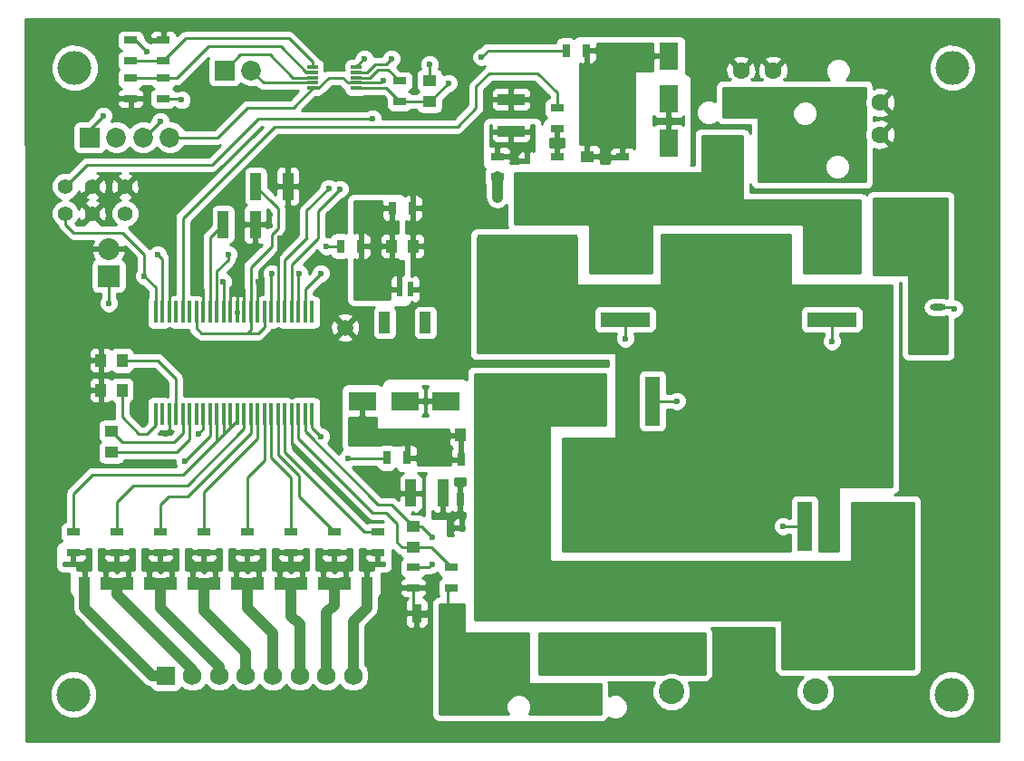
<source format=gbr>
G04 #@! TF.FileFunction,Copper,L1,Top,Signal*
%FSLAX46Y46*%
G04 Gerber Fmt 4.6, Leading zero omitted, Abs format (unit mm)*
G04 Created by KiCad (PCBNEW (2016-05-27 BZR 6836, Git 4441a4b)-product) date 09/13/16 14:21:55*
%MOMM*%
%LPD*%
G01*
G04 APERTURE LIST*
%ADD10C,0.100000*%
%ADD11C,0.600000*%
%ADD12R,1.300000X0.700000*%
%ADD13C,3.175000*%
%ADD14R,1.000000X1.250000*%
%ADD15R,1.250000X1.000000*%
%ADD16R,1.800860X2.499360*%
%ADD17R,2.499360X1.800860*%
%ADD18C,2.387600*%
%ADD19R,0.600000X1.400000*%
%ADD20R,1.000000X2.000000*%
%ADD21R,2.032000X2.032000*%
%ADD22O,2.032000X2.032000*%
%ADD23R,1.750000X1.750000*%
%ADD24C,1.750000*%
%ADD25R,4.600000X1.390000*%
%ADD26R,9.400000X10.800000*%
%ADD27O,1.473200X0.609600*%
%ADD28R,1.390000X4.600000*%
%ADD29R,10.800000X9.400000*%
%ADD30R,0.700000X1.300000*%
%ADD31R,0.400000X2.000000*%
%ADD32R,1.016000X0.343000*%
%ADD33C,1.400000*%
%ADD34C,1.500000*%
%ADD35R,1.000000X2.500000*%
%ADD36R,2.500000X1.000000*%
%ADD37R,0.900000X1.700000*%
%ADD38R,1.000000X3.200000*%
%ADD39R,1.850000X1.850000*%
%ADD40C,1.850000*%
%ADD41R,0.700000X0.600000*%
%ADD42R,0.600000X0.700000*%
%ADD43C,1.600000*%
%ADD44C,0.250000*%
%ADD45C,1.000000*%
%ADD46C,0.254000*%
G04 APERTURE END LIST*
D10*
D11*
X142334000Y-78950000D03*
X144334000Y-83450000D03*
X107584000Y-107950000D03*
X108584000Y-105450000D03*
X141334000Y-128950000D03*
X189334000Y-119450000D03*
X188334000Y-103200000D03*
X189584000Y-78700000D03*
X144584000Y-80700000D03*
X129084000Y-97950000D03*
X124334000Y-98700000D03*
X119334000Y-96950000D03*
X140084000Y-126450000D03*
X112459000Y-72850000D03*
X115509000Y-81025000D03*
X109809000Y-88025000D03*
X109809000Y-86900000D03*
D12*
X114074000Y-69280000D03*
X114074000Y-67380000D03*
X117122000Y-67380000D03*
X117122000Y-69280000D03*
X117122000Y-70936000D03*
X117122000Y-72836000D03*
X114074000Y-72836000D03*
X114074000Y-70936000D03*
D11*
X111334000Y-95450000D03*
X112334000Y-101700000D03*
X109834000Y-100950000D03*
X111084000Y-101700000D03*
X109834000Y-99700000D03*
X109834000Y-98450000D03*
X109834000Y-97200000D03*
X109834000Y-95950000D03*
X141834000Y-82200000D03*
X141834000Y-83200000D03*
X141834000Y-84200000D03*
X141834000Y-85700000D03*
X141834000Y-86700000D03*
X141834000Y-87700000D03*
X135384000Y-107500000D03*
X142334000Y-117700000D03*
X142334000Y-118700000D03*
X138834000Y-118700000D03*
X139334000Y-120200000D03*
X139334000Y-121200000D03*
X139334000Y-122200000D03*
X140834000Y-122700000D03*
X148084000Y-71450000D03*
X149084000Y-71450000D03*
X150084000Y-71450000D03*
X151084000Y-71450000D03*
X124334000Y-83450000D03*
X130084000Y-79450000D03*
X127084000Y-84700000D03*
X124334000Y-84450000D03*
X124334000Y-85450000D03*
X127084000Y-83700000D03*
X129084000Y-78950000D03*
X129084000Y-83200000D03*
X130084000Y-82450000D03*
X130084000Y-81450000D03*
X130084000Y-80450000D03*
X117334000Y-65700000D03*
X194584000Y-65950000D03*
X192334000Y-65950000D03*
X189834000Y-65950000D03*
X187334000Y-65950000D03*
X184834000Y-65950000D03*
X182334000Y-65950000D03*
X179834000Y-65950000D03*
X177334000Y-65950000D03*
X174834000Y-65950000D03*
X172334000Y-65950000D03*
X169834000Y-65950000D03*
X167334000Y-65950000D03*
X164834000Y-65950000D03*
X162334000Y-65950000D03*
X159834000Y-65950000D03*
X157334000Y-65950000D03*
X154834000Y-65950000D03*
X152334000Y-65950000D03*
X149834000Y-65950000D03*
X147334000Y-65950000D03*
X144834000Y-65950000D03*
X142334000Y-65950000D03*
X139834000Y-65950000D03*
X137334000Y-65950000D03*
X134834000Y-65950000D03*
X132334000Y-65950000D03*
X129834000Y-65950000D03*
X127334000Y-65950000D03*
X124834000Y-65950000D03*
X122334000Y-65950000D03*
X119834000Y-65950000D03*
X114834000Y-65950000D03*
X112334000Y-65950000D03*
X109834000Y-65950000D03*
X107334000Y-65950000D03*
X194584000Y-67700000D03*
X194584000Y-70200000D03*
X194584000Y-72700000D03*
X194584000Y-75200000D03*
X194584000Y-77700000D03*
X194584000Y-80200000D03*
X194584000Y-82700000D03*
X194584000Y-85200000D03*
X194584000Y-87700000D03*
X194584000Y-90200000D03*
X194584000Y-92700000D03*
X194584000Y-95200000D03*
X194584000Y-97700000D03*
X194584000Y-100200000D03*
X194584000Y-102700000D03*
X194584000Y-105200000D03*
X194584000Y-107700000D03*
X194584000Y-110200000D03*
X194584000Y-112700000D03*
X194584000Y-115200000D03*
X194584000Y-117700000D03*
X194584000Y-120200000D03*
X194584000Y-122700000D03*
X194584000Y-125200000D03*
X194584000Y-127700000D03*
X194584000Y-130200000D03*
X192334000Y-132200000D03*
X189834000Y-132200000D03*
X187334000Y-132200000D03*
X184834000Y-132200000D03*
X182334000Y-132200000D03*
X179834000Y-132200000D03*
X177334000Y-132200000D03*
X174834000Y-132200000D03*
X172334000Y-132200000D03*
X169834000Y-132200000D03*
X167334000Y-132200000D03*
X164834000Y-132200000D03*
X162334000Y-132200000D03*
X159834000Y-132200000D03*
X157334000Y-132200000D03*
X154834000Y-132200000D03*
X152334000Y-132200000D03*
X149834000Y-132200000D03*
X147334000Y-132200000D03*
X144834000Y-132200000D03*
X142334000Y-132200000D03*
X139834000Y-132200000D03*
X137334000Y-132200000D03*
X134834000Y-132200000D03*
X132334000Y-132200000D03*
X129834000Y-132200000D03*
X127334000Y-132200000D03*
X124834000Y-132200000D03*
X122334000Y-132200000D03*
X119834000Y-132200000D03*
X117334000Y-132200000D03*
X114834000Y-132200000D03*
X112334000Y-132200000D03*
X109834000Y-132200000D03*
X107334000Y-132200000D03*
X104834000Y-131450000D03*
X104834000Y-128950000D03*
X104834000Y-126450000D03*
X104834000Y-123950000D03*
X104834000Y-121450000D03*
X104834000Y-118950000D03*
X104834000Y-116450000D03*
X104834000Y-113950000D03*
X104834000Y-111450000D03*
X104834000Y-108950000D03*
X104834000Y-106450000D03*
X104834000Y-103950000D03*
X104834000Y-101450000D03*
X104834000Y-98950000D03*
X104834000Y-96450000D03*
X104834000Y-93950000D03*
X104834000Y-91450000D03*
X104834000Y-88950000D03*
X104834000Y-86450000D03*
X104834000Y-83950000D03*
X104834000Y-81450000D03*
X104834000Y-78950000D03*
X104834000Y-76450000D03*
X104834000Y-73950000D03*
X104834000Y-71450000D03*
X104834000Y-68950000D03*
D13*
X190834000Y-69950000D03*
X108712000Y-128524000D03*
D14*
X138446000Y-86614000D03*
X140446000Y-86614000D03*
X113268000Y-100076000D03*
X111268000Y-100076000D03*
D15*
X156718000Y-80232000D03*
X156718000Y-78232000D03*
D14*
X113268000Y-97282000D03*
X111268000Y-97282000D03*
D15*
X112268000Y-103902000D03*
X112268000Y-105902000D03*
X140462000Y-112792000D03*
X140462000Y-114792000D03*
D14*
X146884000Y-104300000D03*
X144884000Y-104300000D03*
X109744000Y-118110000D03*
X111744000Y-118110000D03*
X113808000Y-118110000D03*
X115808000Y-118110000D03*
X117872000Y-118110000D03*
X119872000Y-118110000D03*
X121936000Y-118110000D03*
X123936000Y-118110000D03*
X126000000Y-118110000D03*
X128000000Y-118110000D03*
X130064000Y-118110000D03*
X132064000Y-118110000D03*
X134128000Y-118110000D03*
X136128000Y-118110000D03*
D15*
X141986000Y-73136000D03*
X141986000Y-71136000D03*
D16*
X164338000Y-76995020D03*
X164338000Y-80992980D03*
X164338000Y-72831960D03*
X164338000Y-68834000D03*
D17*
X143510000Y-101092000D03*
X147507960Y-101092000D03*
X139700000Y-101092000D03*
X135702040Y-101092000D03*
D18*
X178054000Y-124841000D03*
X164592000Y-124841000D03*
X164592000Y-128244600D03*
X178054000Y-128244600D03*
D19*
X139200000Y-90639500D03*
X140200000Y-90639500D03*
D20*
X141600000Y-93764500D03*
X137800000Y-93764500D03*
D21*
X112014000Y-89408000D03*
D22*
X112014000Y-86868000D03*
D23*
X117348000Y-126746000D03*
D24*
X119848000Y-126746000D03*
X122348000Y-126746000D03*
X124848000Y-126746000D03*
X127348000Y-126746000D03*
X129848000Y-126746000D03*
X132348000Y-126746000D03*
X134848000Y-126746000D03*
D25*
X179578000Y-90932000D03*
D26*
X170428000Y-90932000D03*
D25*
X179578000Y-88392000D03*
X179578000Y-93472000D03*
X160274000Y-90932000D03*
D26*
X151124000Y-90932000D03*
D25*
X160274000Y-88392000D03*
X160274000Y-93472000D03*
D27*
X189484000Y-96139000D03*
X189484000Y-94869000D03*
X189484000Y-93599000D03*
X189484000Y-92329000D03*
X183896000Y-92329000D03*
X183896000Y-93599000D03*
X183896000Y-94869000D03*
X183896000Y-96139000D03*
D28*
X179578000Y-112776000D03*
D29*
X179578000Y-103626000D03*
D28*
X182118000Y-112776000D03*
X177038000Y-112776000D03*
X160274000Y-101092000D03*
D29*
X160274000Y-110242000D03*
D28*
X157734000Y-101092000D03*
X162814000Y-101092000D03*
D12*
X148336000Y-80132000D03*
X148336000Y-78232000D03*
X153924000Y-80198000D03*
X153924000Y-78298000D03*
X153924000Y-75626000D03*
X153924000Y-73726000D03*
D30*
X133670000Y-86614000D03*
X135570000Y-86614000D03*
X138496000Y-83058000D03*
X140396000Y-83058000D03*
D12*
X160020000Y-80198000D03*
X160020000Y-78298000D03*
D30*
X156652000Y-68326000D03*
X154752000Y-68326000D03*
X181930000Y-83566000D03*
X183830000Y-83566000D03*
D12*
X140462000Y-116652000D03*
X140462000Y-118552000D03*
X144018000Y-116652000D03*
X144018000Y-118552000D03*
D30*
X146834000Y-106550000D03*
X144934000Y-106550000D03*
X139884000Y-106400000D03*
X137984000Y-106400000D03*
D12*
X108712000Y-115250000D03*
X108712000Y-113350000D03*
X112776000Y-115250000D03*
X112776000Y-113350000D03*
X116840000Y-115250000D03*
X116840000Y-113350000D03*
X120904000Y-115250000D03*
X120904000Y-113350000D03*
X124968000Y-115250000D03*
X124968000Y-113350000D03*
X129032000Y-115250000D03*
X129032000Y-113350000D03*
X133096000Y-115250000D03*
X133096000Y-113350000D03*
X137160000Y-115250000D03*
X137160000Y-113350000D03*
D30*
X146746000Y-110236000D03*
X144846000Y-110236000D03*
D12*
X139192000Y-73086000D03*
X139192000Y-71186000D03*
D31*
X123380500Y-92786000D03*
X122745500Y-92786000D03*
X122110500Y-92786000D03*
X121475500Y-92786000D03*
X120840500Y-92786000D03*
X120205500Y-92786000D03*
X119570500Y-92786000D03*
X118935500Y-92786000D03*
X118300500Y-92786000D03*
X117665500Y-92786000D03*
X117030500Y-92786000D03*
X116395500Y-92786000D03*
X124015500Y-92786000D03*
X124650500Y-92786000D03*
X125285500Y-92786000D03*
X125920500Y-92786000D03*
X126555500Y-92786000D03*
X127190500Y-92786000D03*
X127825500Y-92786000D03*
X128460500Y-92786000D03*
X129095500Y-92786000D03*
X129730500Y-92786000D03*
X130365500Y-92786000D03*
X131000500Y-92786000D03*
X116395500Y-102286000D03*
X117030500Y-102286000D03*
X117665500Y-102286000D03*
X118300500Y-102286000D03*
X118935500Y-102286000D03*
X119570500Y-102286000D03*
X120205500Y-102286000D03*
X120840500Y-102286000D03*
X121475500Y-102286000D03*
X122110500Y-102286000D03*
X122745500Y-102286000D03*
X123380500Y-102286000D03*
X124015500Y-102286000D03*
X124650500Y-102286000D03*
X125285500Y-102286000D03*
X125920500Y-102286000D03*
X126555500Y-102286000D03*
X127190500Y-102286000D03*
X127825500Y-102286000D03*
X128460500Y-102286000D03*
X129095500Y-102286000D03*
X129730500Y-102286000D03*
X130365500Y-102286000D03*
X131000500Y-102286000D03*
D32*
X131052500Y-69863500D03*
X131052500Y-70363500D03*
X131052500Y-70863500D03*
X131052500Y-71363500D03*
X131052500Y-71863500D03*
X135144500Y-69863500D03*
X135144500Y-70363500D03*
X135144500Y-70863500D03*
X135144500Y-71363500D03*
X135144500Y-71863500D03*
D33*
X107950000Y-81026000D03*
X110490000Y-81026000D03*
D34*
X134112000Y-94234000D03*
D33*
X107950000Y-83566000D03*
X110490000Y-83566000D03*
X113538000Y-83566000D03*
X113538000Y-81026000D03*
D35*
X125754000Y-81026000D03*
X128754000Y-81026000D03*
D36*
X149606000Y-75898000D03*
X149606000Y-72898000D03*
D35*
X122706000Y-84582000D03*
X125706000Y-84582000D03*
X143234000Y-109700000D03*
X140234000Y-109700000D03*
D37*
X140790000Y-120904000D03*
X143690000Y-120904000D03*
D38*
X168634000Y-78700000D03*
X174834000Y-78700000D03*
D39*
X110236000Y-76454000D03*
D40*
X112736000Y-76454000D03*
X115236000Y-76454000D03*
X117736000Y-76454000D03*
D13*
X108834000Y-69950000D03*
X190754000Y-128524000D03*
D11*
X104834000Y-66450000D03*
D41*
X151084000Y-80050000D03*
X151084000Y-78650000D03*
D42*
X146434000Y-112950000D03*
X145034000Y-112950000D03*
D39*
X122834000Y-70200000D03*
D40*
X125334000Y-70200000D03*
D43*
X171084000Y-70200000D03*
X174084000Y-70200000D03*
X171084000Y-73200000D03*
X174084000Y-73200000D03*
X184084000Y-73200000D03*
X184084000Y-76200000D03*
X181084000Y-73200000D03*
X181084000Y-76200000D03*
X153334000Y-125700000D03*
X156334000Y-125700000D03*
X153334000Y-128700000D03*
X156334000Y-128700000D03*
D11*
X143256000Y-89408000D03*
X128016000Y-85852000D03*
X131318000Y-107442000D03*
X117602000Y-85598000D03*
X120142000Y-89916000D03*
X117348000Y-104140000D03*
X125984000Y-89916000D03*
X123952000Y-89916000D03*
X149646538Y-77196843D03*
X116586000Y-87376000D03*
X136906000Y-88392000D03*
X122682000Y-89916000D03*
X179578000Y-95504000D03*
X158496000Y-75946000D03*
X160274000Y-95250000D03*
X142240000Y-116332000D03*
X142240000Y-113792000D03*
X175006000Y-112776000D03*
X142240000Y-106426000D03*
X165100000Y-101092000D03*
X119126000Y-106680000D03*
X144134000Y-112000000D03*
X131826000Y-104394000D03*
X112014000Y-91948000D03*
X136652000Y-74676000D03*
X153924000Y-76708000D03*
X191008000Y-92456000D03*
X132334000Y-86614000D03*
X123190000Y-87376000D03*
X115316000Y-89408000D03*
X146834000Y-68950000D03*
X134366000Y-106426000D03*
X120396000Y-104140000D03*
X127254000Y-89154000D03*
X132584000Y-81200000D03*
X133604000Y-81280000D03*
X116840000Y-74930000D03*
X138430000Y-69088000D03*
X131826000Y-89154000D03*
X115584000Y-68450000D03*
X148336000Y-82042000D03*
X135890000Y-69088000D03*
X129794000Y-89154000D03*
X150584000Y-83700000D03*
X118834000Y-72950000D03*
X141986000Y-69596000D03*
X137668000Y-71120000D03*
X143764000Y-71374000D03*
X111506000Y-74422000D03*
D44*
X140200000Y-90639500D02*
X142024500Y-90639500D01*
X142024500Y-90639500D02*
X143256000Y-89408000D01*
X127825500Y-92786000D02*
X127825500Y-86042500D01*
X127825500Y-86042500D02*
X128016000Y-85852000D01*
X129095500Y-102286000D02*
X129095500Y-105219500D01*
X129095500Y-105219500D02*
X131318000Y-107442000D01*
X117665500Y-92786000D02*
X117665500Y-85661500D01*
X117665500Y-85661500D02*
X117602000Y-85598000D01*
X120840500Y-92786000D02*
X120840500Y-90614500D01*
X120840500Y-90614500D02*
X120142000Y-89916000D01*
X117665500Y-102286000D02*
X117665500Y-103822500D01*
X117665500Y-103822500D02*
X117348000Y-104140000D01*
X125920500Y-92786000D02*
X125920500Y-89979500D01*
X125920500Y-89979500D02*
X125984000Y-89916000D01*
X124650500Y-92786000D02*
X124650500Y-90614500D01*
X124650500Y-90614500D02*
X123952000Y-89916000D01*
X124015500Y-92786000D02*
X124015500Y-89979500D01*
X123380500Y-90487500D02*
X123952000Y-89916000D01*
X123380500Y-90487500D02*
X123380500Y-92786000D01*
X124015500Y-89979500D02*
X123952000Y-89916000D01*
X140462000Y-118552000D02*
X140462000Y-120904000D01*
X140716000Y-121158000D02*
X142011400Y-121158000D01*
X140462000Y-120904000D02*
X140716000Y-121158000D01*
X117030500Y-92786000D02*
X117030500Y-87820500D01*
X117030500Y-87820500D02*
X116586000Y-87376000D01*
X121475500Y-92786000D02*
X121475500Y-85812500D01*
X121475500Y-85812500D02*
X122706000Y-84582000D01*
X122745500Y-92786000D02*
X122745500Y-89979500D01*
X122745500Y-89979500D02*
X122682000Y-89916000D01*
X116395500Y-102286000D02*
X116395500Y-103314500D01*
X113268000Y-102600000D02*
X113268000Y-100076000D01*
X114808000Y-104140000D02*
X113268000Y-102600000D01*
X115570000Y-104140000D02*
X114808000Y-104140000D01*
X116395500Y-103314500D02*
X115570000Y-104140000D01*
X179578000Y-93472000D02*
X179578000Y-95504000D01*
X160274000Y-93472000D02*
X160274000Y-95250000D01*
X118300500Y-102286000D02*
X118300500Y-98996500D01*
X116586000Y-97282000D02*
X113268000Y-97282000D01*
X118300500Y-98996500D02*
X116586000Y-97282000D01*
X118935500Y-102286000D02*
X118935500Y-104076500D01*
X113268000Y-104902000D02*
X112268000Y-103902000D01*
X118110000Y-104902000D02*
X113268000Y-104902000D01*
X118935500Y-104076500D02*
X118110000Y-104902000D01*
X112268000Y-105902000D02*
X118380000Y-105902000D01*
X119570500Y-104711500D02*
X119570500Y-102286000D01*
X118380000Y-105902000D02*
X119570500Y-104711500D01*
X130365500Y-102286000D02*
X130365500Y-103949500D01*
X138414000Y-110744000D02*
X140462000Y-112792000D01*
X137160000Y-110744000D02*
X138414000Y-110744000D01*
X130365500Y-103949500D02*
X137160000Y-110744000D01*
X140462000Y-112792000D02*
X141240000Y-112792000D01*
X141920000Y-116652000D02*
X140462000Y-116652000D01*
X142240000Y-116332000D02*
X141920000Y-116652000D01*
X141240000Y-112792000D02*
X142240000Y-113792000D01*
X140462000Y-114792000D02*
X139430000Y-114792000D01*
X129730500Y-104584500D02*
X129730500Y-102286000D01*
X136652000Y-111506000D02*
X129730500Y-104584500D01*
X137922000Y-111506000D02*
X136652000Y-111506000D01*
X138938000Y-112522000D02*
X137922000Y-111506000D01*
X138938000Y-114300000D02*
X138938000Y-112522000D01*
X139430000Y-114792000D02*
X138938000Y-114300000D01*
X140462000Y-114792000D02*
X142158000Y-114792000D01*
X142158000Y-114792000D02*
X144018000Y-116652000D01*
X177038000Y-112776000D02*
X175006000Y-112776000D01*
X162814000Y-101092000D02*
X165100000Y-101092000D01*
D45*
X117348000Y-126746000D02*
X116078000Y-126746000D01*
X109744000Y-120412000D02*
X109744000Y-118110000D01*
X116078000Y-126746000D02*
X109744000Y-120412000D01*
X112776000Y-118110000D02*
X111744000Y-118110000D01*
X113808000Y-118110000D02*
X112776000Y-118110000D01*
X112776000Y-119126000D02*
X112776000Y-118110000D01*
X112776000Y-119126000D02*
X119848000Y-126198000D01*
X119848000Y-126746000D02*
X119848000Y-126198000D01*
X116840000Y-118110000D02*
X117872000Y-118110000D01*
X115808000Y-118110000D02*
X116840000Y-118110000D01*
X116840000Y-120396000D02*
X116840000Y-118110000D01*
X116840000Y-120396000D02*
X122348000Y-125904000D01*
X122348000Y-126746000D02*
X122348000Y-125904000D01*
X120904000Y-118110000D02*
X121936000Y-118110000D01*
X119872000Y-118110000D02*
X120904000Y-118110000D01*
X124848000Y-124594000D02*
X120904000Y-120650000D01*
X120904000Y-120650000D02*
X120904000Y-118110000D01*
X124848000Y-124594000D02*
X124848000Y-126746000D01*
X124968000Y-118110000D02*
X126000000Y-118110000D01*
X123936000Y-118110000D02*
X124968000Y-118110000D01*
X127348000Y-122776000D02*
X124968000Y-120396000D01*
X124968000Y-120396000D02*
X124968000Y-118110000D01*
X127348000Y-122776000D02*
X127348000Y-126746000D01*
X129032000Y-118110000D02*
X130064000Y-118110000D01*
X128000000Y-118110000D02*
X129032000Y-118110000D01*
X129848000Y-121974000D02*
X129032000Y-121158000D01*
X129032000Y-121158000D02*
X129032000Y-118110000D01*
X129848000Y-121974000D02*
X129848000Y-126746000D01*
X133096000Y-118110000D02*
X134128000Y-118110000D01*
X132064000Y-118110000D02*
X133096000Y-118110000D01*
X132348000Y-120890000D02*
X133096000Y-120142000D01*
X133096000Y-120142000D02*
X133096000Y-118110000D01*
X132348000Y-120890000D02*
X132348000Y-126746000D01*
X134848000Y-126746000D02*
X134848000Y-121692000D01*
X136128000Y-120412000D02*
X136128000Y-118110000D01*
X134848000Y-121692000D02*
X136128000Y-120412000D01*
D44*
X121475500Y-104330500D02*
X119126000Y-106680000D01*
X121475500Y-102286000D02*
X121475500Y-104330500D01*
X131000500Y-102286000D02*
X131000500Y-103568500D01*
X131000500Y-103568500D02*
X131826000Y-104394000D01*
X112014000Y-91948000D02*
X112014000Y-89408000D01*
X124714000Y-75946000D02*
X121666000Y-78994000D01*
X124714000Y-75946000D02*
X125984000Y-74676000D01*
X125984000Y-74676000D02*
X136652000Y-74676000D01*
X189484000Y-92329000D02*
X190881000Y-92329000D01*
X190881000Y-92329000D02*
X191008000Y-92456000D01*
X109982000Y-78994000D02*
X107950000Y-81026000D01*
X121666000Y-78994000D02*
X109982000Y-78994000D01*
X143256000Y-75438000D02*
X144596000Y-75438000D01*
X118935500Y-92786000D02*
X118935500Y-84010500D01*
X127508000Y-75438000D02*
X142240000Y-75438000D01*
X118935500Y-84010500D02*
X127508000Y-75438000D01*
X142240000Y-75438000D02*
X143256000Y-75438000D01*
X153924000Y-72290000D02*
X153924000Y-73726000D01*
X152084000Y-70450000D02*
X153924000Y-72290000D01*
X147584000Y-70450000D02*
X152084000Y-70450000D01*
X146334000Y-71700000D02*
X147584000Y-70450000D01*
X146334000Y-73700000D02*
X146334000Y-71700000D01*
X144596000Y-75438000D02*
X146334000Y-73700000D01*
X122110500Y-92786000D02*
X122110500Y-88963500D01*
X132334000Y-86614000D02*
X133670000Y-86614000D01*
X123190000Y-87884000D02*
X123190000Y-87376000D01*
X122110500Y-88963500D02*
X123190000Y-87884000D01*
X154752000Y-68326000D02*
X147458000Y-68326000D01*
X147458000Y-68326000D02*
X146834000Y-68950000D01*
X107950000Y-83566000D02*
X107950000Y-84582000D01*
X115316000Y-87376000D02*
X115316000Y-89408000D01*
X113284000Y-85344000D02*
X115316000Y-87376000D01*
X108712000Y-85344000D02*
X113284000Y-85344000D01*
X107950000Y-84582000D02*
X108712000Y-85344000D01*
X116395500Y-90487500D02*
X116395500Y-92786000D01*
X115316000Y-89408000D02*
X116395500Y-90487500D01*
X137958000Y-106426000D02*
X134366000Y-106426000D01*
X137958000Y-106426000D02*
X137984000Y-106400000D01*
X120840500Y-102286000D02*
X120840500Y-103695500D01*
X120840500Y-103695500D02*
X120396000Y-104140000D01*
X124015500Y-102286000D02*
X124015500Y-102933500D01*
X124015500Y-102933500D02*
X123380500Y-103568500D01*
X123380500Y-102286000D02*
X123380500Y-103568500D01*
X123380500Y-103568500D02*
X122745500Y-104203500D01*
X122745500Y-102286000D02*
X122745500Y-104203500D01*
X122745500Y-104203500D02*
X122110500Y-104838500D01*
X122110500Y-102286000D02*
X122110500Y-104648000D01*
X122110500Y-104648000D02*
X122110500Y-104838500D01*
X108712000Y-109728000D02*
X108712000Y-113350000D01*
X110490000Y-107950000D02*
X108712000Y-109728000D01*
X118999000Y-107950000D02*
X110490000Y-107950000D01*
X122110500Y-104838500D02*
X118999000Y-107950000D01*
X124650500Y-102286000D02*
X124650500Y-103695500D01*
X112776000Y-110490000D02*
X112776000Y-113350000D01*
X114300000Y-108966000D02*
X112776000Y-110490000D01*
X119380000Y-108966000D02*
X114300000Y-108966000D01*
X124650500Y-103695500D02*
X119380000Y-108966000D01*
X125285500Y-102286000D02*
X125285500Y-104076500D01*
X116840000Y-110744000D02*
X116840000Y-113350000D01*
X117602000Y-109982000D02*
X116840000Y-110744000D01*
X119380000Y-109982000D02*
X117602000Y-109982000D01*
X125285500Y-104076500D02*
X119380000Y-109982000D01*
X125920500Y-102286000D02*
X125920500Y-104584500D01*
X120904000Y-109601000D02*
X120904000Y-113350000D01*
X125920500Y-104584500D02*
X120904000Y-109601000D01*
X126555500Y-102286000D02*
X126555500Y-106616500D01*
X124968000Y-108204000D02*
X124968000Y-113350000D01*
X126555500Y-106616500D02*
X124968000Y-108204000D01*
X127190500Y-102286000D02*
X127190500Y-106362500D01*
X129032000Y-108204000D02*
X129032000Y-113350000D01*
X127190500Y-106362500D02*
X129032000Y-108204000D01*
X127825500Y-102286000D02*
X127825500Y-106108500D01*
X129794000Y-110048000D02*
X133096000Y-113350000D01*
X129794000Y-108077000D02*
X129794000Y-110048000D01*
X127825500Y-106108500D02*
X129794000Y-108077000D01*
X130556000Y-107950000D02*
X135890000Y-113284000D01*
X128460500Y-105854500D02*
X130556000Y-107950000D01*
X128460500Y-102286000D02*
X128460500Y-105854500D01*
X135890000Y-113284000D02*
X137094000Y-113284000D01*
X137094000Y-113284000D02*
X137160000Y-113350000D01*
X135144500Y-70863500D02*
X136395500Y-70863500D01*
X138110000Y-70104000D02*
X139192000Y-71186000D01*
X137155000Y-70104000D02*
X138110000Y-70104000D01*
X136395500Y-70863500D02*
X137155000Y-70104000D01*
X138869500Y-70863500D02*
X139192000Y-71186000D01*
X127190500Y-92786000D02*
X127190500Y-89217500D01*
X127190500Y-89217500D02*
X127254000Y-89154000D01*
X130521000Y-85887000D02*
X130521000Y-83263000D01*
X130521000Y-83263000D02*
X132584000Y-81200000D01*
X128460500Y-92786000D02*
X128460500Y-87947500D01*
X128460500Y-87947500D02*
X130521000Y-85887000D01*
X130521000Y-85887000D02*
X130556000Y-85852000D01*
X129095500Y-92786000D02*
X129095500Y-88328500D01*
X131572000Y-83312000D02*
X133604000Y-81280000D01*
X131572000Y-85852000D02*
X131572000Y-83312000D01*
X129095500Y-88328500D02*
X131572000Y-85852000D01*
X115236000Y-76454000D02*
X115316000Y-76454000D01*
X115316000Y-76454000D02*
X116840000Y-74930000D01*
X130365500Y-92786000D02*
X130365500Y-90614500D01*
X136138500Y-70363500D02*
X135144500Y-70363500D01*
X136906000Y-69596000D02*
X136138500Y-70363500D01*
X137922000Y-69596000D02*
X136906000Y-69596000D01*
X138430000Y-69088000D02*
X137922000Y-69596000D01*
X130365500Y-90614500D02*
X131826000Y-89154000D01*
X114074000Y-67380000D02*
X114514000Y-67380000D01*
X114514000Y-67380000D02*
X115584000Y-68450000D01*
D45*
X148336000Y-80132000D02*
X148336000Y-82042000D01*
D44*
X135144500Y-69863500D02*
X135144500Y-69833500D01*
X135144500Y-69833500D02*
X135890000Y-69088000D01*
X129794000Y-89154000D02*
X129730500Y-89217500D01*
X129730500Y-89217500D02*
X129730500Y-92786000D01*
X127251000Y-86617000D02*
X127251000Y-85533000D01*
X127834000Y-83106000D02*
X127178000Y-82450000D01*
X127834000Y-84950000D02*
X127834000Y-83106000D01*
X127251000Y-85533000D02*
X127834000Y-84950000D01*
X125285500Y-92786000D02*
X125285500Y-88582500D01*
X127254000Y-82526000D02*
X127178000Y-82450000D01*
X127178000Y-82450000D02*
X125754000Y-81026000D01*
X125285500Y-88582500D02*
X127251000Y-86617000D01*
X127251000Y-86617000D02*
X127254000Y-86614000D01*
X124968000Y-94742000D02*
X125984000Y-94742000D01*
X126555500Y-94170500D02*
X126555500Y-92786000D01*
X125984000Y-94742000D02*
X126555500Y-94170500D01*
X120205500Y-92786000D02*
X120205500Y-94297500D01*
X125285500Y-94424500D02*
X125285500Y-92786000D01*
X124968000Y-94742000D02*
X125285500Y-94424500D01*
X120650000Y-94742000D02*
X124968000Y-94742000D01*
X120205500Y-94297500D02*
X120650000Y-94742000D01*
X118720000Y-72836000D02*
X117122000Y-72836000D01*
X118834000Y-72950000D02*
X118720000Y-72836000D01*
X117736000Y-76454000D02*
X122174000Y-76454000D01*
X129256000Y-73660000D02*
X131052500Y-71863500D01*
X124968000Y-73660000D02*
X129256000Y-73660000D01*
X122174000Y-76454000D02*
X124968000Y-73660000D01*
X131052500Y-71863500D02*
X131590500Y-71863500D01*
X134355500Y-71363500D02*
X135144500Y-71363500D01*
X133858000Y-70866000D02*
X134355500Y-71363500D01*
X132588000Y-70866000D02*
X133858000Y-70866000D01*
X131590500Y-71863500D02*
X132588000Y-70866000D01*
X135144500Y-71363500D02*
X137424500Y-71363500D01*
X141986000Y-69596000D02*
X141986000Y-71136000D01*
X137424500Y-71363500D02*
X137668000Y-71120000D01*
X117122000Y-69280000D02*
X114074000Y-69280000D01*
X131052500Y-69863500D02*
X131052500Y-69418500D01*
X119202000Y-67200000D02*
X117122000Y-69280000D01*
X128834000Y-67200000D02*
X119202000Y-67200000D01*
X131052500Y-69418500D02*
X128834000Y-67200000D01*
X117122000Y-70936000D02*
X114074000Y-70936000D01*
X131052500Y-70363500D02*
X130497500Y-70363500D01*
X118348000Y-70936000D02*
X117122000Y-70936000D01*
X121334000Y-67950000D02*
X118348000Y-70936000D01*
X128084000Y-67950000D02*
X121334000Y-67950000D01*
X130497500Y-70363500D02*
X128084000Y-67950000D01*
X131052500Y-70863500D02*
X129247500Y-70863500D01*
X124334000Y-68700000D02*
X122834000Y-70200000D01*
X127084000Y-68700000D02*
X124334000Y-68700000D01*
X129247500Y-70863500D02*
X127084000Y-68700000D01*
X131052500Y-71363500D02*
X126497500Y-71363500D01*
X126497500Y-71363500D02*
X125334000Y-70200000D01*
X141986000Y-73136000D02*
X142002000Y-73136000D01*
X142002000Y-73136000D02*
X143764000Y-71374000D01*
X110236000Y-75692000D02*
X111506000Y-74422000D01*
X110236000Y-76454000D02*
X110236000Y-75692000D01*
X139192000Y-73086000D02*
X141936000Y-73086000D01*
X141936000Y-73086000D02*
X141986000Y-73136000D01*
X135144500Y-71863500D02*
X137969500Y-71863500D01*
X137969500Y-71863500D02*
X139192000Y-73086000D01*
X143690000Y-120904000D02*
X143690000Y-118880000D01*
X143690000Y-118880000D02*
X144018000Y-118552000D01*
D46*
G36*
X111491000Y-114964250D02*
X111649750Y-115123000D01*
X112649000Y-115123000D01*
X112649000Y-115103000D01*
X112903000Y-115103000D01*
X112903000Y-115123000D01*
X113902250Y-115123000D01*
X114061000Y-114964250D01*
X114061000Y-114935000D01*
X114427000Y-114935000D01*
X114427000Y-116850000D01*
X114093750Y-116850000D01*
X113935000Y-117008750D01*
X113935000Y-117983000D01*
X113955000Y-117983000D01*
X113955000Y-118237000D01*
X113935000Y-118237000D01*
X113935000Y-118257000D01*
X113681000Y-118257000D01*
X113681000Y-118237000D01*
X112831750Y-118237000D01*
X112776000Y-118292750D01*
X112720250Y-118237000D01*
X111871000Y-118237000D01*
X111871000Y-118257000D01*
X111617000Y-118257000D01*
X111617000Y-118237000D01*
X111597000Y-118237000D01*
X111597000Y-117983000D01*
X111617000Y-117983000D01*
X111617000Y-117008750D01*
X111871000Y-117008750D01*
X111871000Y-117983000D01*
X112720250Y-117983000D01*
X112776000Y-117927250D01*
X112831750Y-117983000D01*
X113681000Y-117983000D01*
X113681000Y-117008750D01*
X113522250Y-116850000D01*
X113181691Y-116850000D01*
X112948302Y-116946673D01*
X112776000Y-117118974D01*
X112603698Y-116946673D01*
X112370309Y-116850000D01*
X112029750Y-116850000D01*
X111871000Y-117008750D01*
X111617000Y-117008750D01*
X111458250Y-116850000D01*
X111125000Y-116850000D01*
X111125000Y-115535750D01*
X111491000Y-115535750D01*
X111491000Y-115726309D01*
X111587673Y-115959698D01*
X111766301Y-116138327D01*
X111999690Y-116235000D01*
X112490250Y-116235000D01*
X112649000Y-116076250D01*
X112649000Y-115377000D01*
X112903000Y-115377000D01*
X112903000Y-116076250D01*
X113061750Y-116235000D01*
X113552310Y-116235000D01*
X113785699Y-116138327D01*
X113964327Y-115959698D01*
X114061000Y-115726309D01*
X114061000Y-115535750D01*
X113902250Y-115377000D01*
X112903000Y-115377000D01*
X112649000Y-115377000D01*
X111649750Y-115377000D01*
X111491000Y-115535750D01*
X111125000Y-115535750D01*
X111125000Y-114935000D01*
X111491000Y-114935000D01*
X111491000Y-114964250D01*
X111491000Y-114964250D01*
G37*
X111491000Y-114964250D02*
X111649750Y-115123000D01*
X112649000Y-115123000D01*
X112649000Y-115103000D01*
X112903000Y-115103000D01*
X112903000Y-115123000D01*
X113902250Y-115123000D01*
X114061000Y-114964250D01*
X114061000Y-114935000D01*
X114427000Y-114935000D01*
X114427000Y-116850000D01*
X114093750Y-116850000D01*
X113935000Y-117008750D01*
X113935000Y-117983000D01*
X113955000Y-117983000D01*
X113955000Y-118237000D01*
X113935000Y-118237000D01*
X113935000Y-118257000D01*
X113681000Y-118257000D01*
X113681000Y-118237000D01*
X112831750Y-118237000D01*
X112776000Y-118292750D01*
X112720250Y-118237000D01*
X111871000Y-118237000D01*
X111871000Y-118257000D01*
X111617000Y-118257000D01*
X111617000Y-118237000D01*
X111597000Y-118237000D01*
X111597000Y-117983000D01*
X111617000Y-117983000D01*
X111617000Y-117008750D01*
X111871000Y-117008750D01*
X111871000Y-117983000D01*
X112720250Y-117983000D01*
X112776000Y-117927250D01*
X112831750Y-117983000D01*
X113681000Y-117983000D01*
X113681000Y-117008750D01*
X113522250Y-116850000D01*
X113181691Y-116850000D01*
X112948302Y-116946673D01*
X112776000Y-117118974D01*
X112603698Y-116946673D01*
X112370309Y-116850000D01*
X112029750Y-116850000D01*
X111871000Y-117008750D01*
X111617000Y-117008750D01*
X111458250Y-116850000D01*
X111125000Y-116850000D01*
X111125000Y-115535750D01*
X111491000Y-115535750D01*
X111491000Y-115726309D01*
X111587673Y-115959698D01*
X111766301Y-116138327D01*
X111999690Y-116235000D01*
X112490250Y-116235000D01*
X112649000Y-116076250D01*
X112649000Y-115377000D01*
X112903000Y-115377000D01*
X112903000Y-116076250D01*
X113061750Y-116235000D01*
X113552310Y-116235000D01*
X113785699Y-116138327D01*
X113964327Y-115959698D01*
X114061000Y-115726309D01*
X114061000Y-115535750D01*
X113902250Y-115377000D01*
X112903000Y-115377000D01*
X112649000Y-115377000D01*
X111649750Y-115377000D01*
X111491000Y-115535750D01*
X111125000Y-115535750D01*
X111125000Y-114935000D01*
X111491000Y-114935000D01*
X111491000Y-114964250D01*
G36*
X115555000Y-114964250D02*
X115713750Y-115123000D01*
X116713000Y-115123000D01*
X116713000Y-115103000D01*
X116967000Y-115103000D01*
X116967000Y-115123000D01*
X117966250Y-115123000D01*
X118125000Y-114964250D01*
X118125000Y-114935000D01*
X118491000Y-114935000D01*
X118491000Y-116850000D01*
X118157750Y-116850000D01*
X117999000Y-117008750D01*
X117999000Y-117983000D01*
X118019000Y-117983000D01*
X118019000Y-118237000D01*
X117999000Y-118237000D01*
X117999000Y-118257000D01*
X117745000Y-118257000D01*
X117745000Y-118237000D01*
X116895750Y-118237000D01*
X116840000Y-118292750D01*
X116784250Y-118237000D01*
X115935000Y-118237000D01*
X115935000Y-118257000D01*
X115681000Y-118257000D01*
X115681000Y-118237000D01*
X115661000Y-118237000D01*
X115661000Y-117983000D01*
X115681000Y-117983000D01*
X115681000Y-117008750D01*
X115935000Y-117008750D01*
X115935000Y-117983000D01*
X116784250Y-117983000D01*
X116840000Y-117927250D01*
X116895750Y-117983000D01*
X117745000Y-117983000D01*
X117745000Y-117008750D01*
X117586250Y-116850000D01*
X117245691Y-116850000D01*
X117012302Y-116946673D01*
X116840000Y-117118974D01*
X116667698Y-116946673D01*
X116434309Y-116850000D01*
X116093750Y-116850000D01*
X115935000Y-117008750D01*
X115681000Y-117008750D01*
X115522250Y-116850000D01*
X115189000Y-116850000D01*
X115189000Y-115535750D01*
X115555000Y-115535750D01*
X115555000Y-115726309D01*
X115651673Y-115959698D01*
X115830301Y-116138327D01*
X116063690Y-116235000D01*
X116554250Y-116235000D01*
X116713000Y-116076250D01*
X116713000Y-115377000D01*
X116967000Y-115377000D01*
X116967000Y-116076250D01*
X117125750Y-116235000D01*
X117616310Y-116235000D01*
X117849699Y-116138327D01*
X118028327Y-115959698D01*
X118125000Y-115726309D01*
X118125000Y-115535750D01*
X117966250Y-115377000D01*
X116967000Y-115377000D01*
X116713000Y-115377000D01*
X115713750Y-115377000D01*
X115555000Y-115535750D01*
X115189000Y-115535750D01*
X115189000Y-114935000D01*
X115555000Y-114935000D01*
X115555000Y-114964250D01*
X115555000Y-114964250D01*
G37*
X115555000Y-114964250D02*
X115713750Y-115123000D01*
X116713000Y-115123000D01*
X116713000Y-115103000D01*
X116967000Y-115103000D01*
X116967000Y-115123000D01*
X117966250Y-115123000D01*
X118125000Y-114964250D01*
X118125000Y-114935000D01*
X118491000Y-114935000D01*
X118491000Y-116850000D01*
X118157750Y-116850000D01*
X117999000Y-117008750D01*
X117999000Y-117983000D01*
X118019000Y-117983000D01*
X118019000Y-118237000D01*
X117999000Y-118237000D01*
X117999000Y-118257000D01*
X117745000Y-118257000D01*
X117745000Y-118237000D01*
X116895750Y-118237000D01*
X116840000Y-118292750D01*
X116784250Y-118237000D01*
X115935000Y-118237000D01*
X115935000Y-118257000D01*
X115681000Y-118257000D01*
X115681000Y-118237000D01*
X115661000Y-118237000D01*
X115661000Y-117983000D01*
X115681000Y-117983000D01*
X115681000Y-117008750D01*
X115935000Y-117008750D01*
X115935000Y-117983000D01*
X116784250Y-117983000D01*
X116840000Y-117927250D01*
X116895750Y-117983000D01*
X117745000Y-117983000D01*
X117745000Y-117008750D01*
X117586250Y-116850000D01*
X117245691Y-116850000D01*
X117012302Y-116946673D01*
X116840000Y-117118974D01*
X116667698Y-116946673D01*
X116434309Y-116850000D01*
X116093750Y-116850000D01*
X115935000Y-117008750D01*
X115681000Y-117008750D01*
X115522250Y-116850000D01*
X115189000Y-116850000D01*
X115189000Y-115535750D01*
X115555000Y-115535750D01*
X115555000Y-115726309D01*
X115651673Y-115959698D01*
X115830301Y-116138327D01*
X116063690Y-116235000D01*
X116554250Y-116235000D01*
X116713000Y-116076250D01*
X116713000Y-115377000D01*
X116967000Y-115377000D01*
X116967000Y-116076250D01*
X117125750Y-116235000D01*
X117616310Y-116235000D01*
X117849699Y-116138327D01*
X118028327Y-115959698D01*
X118125000Y-115726309D01*
X118125000Y-115535750D01*
X117966250Y-115377000D01*
X116967000Y-115377000D01*
X116713000Y-115377000D01*
X115713750Y-115377000D01*
X115555000Y-115535750D01*
X115189000Y-115535750D01*
X115189000Y-114935000D01*
X115555000Y-114935000D01*
X115555000Y-114964250D01*
G36*
X119619000Y-114964250D02*
X119777750Y-115123000D01*
X120777000Y-115123000D01*
X120777000Y-115103000D01*
X121031000Y-115103000D01*
X121031000Y-115123000D01*
X122030250Y-115123000D01*
X122189000Y-114964250D01*
X122189000Y-114935000D01*
X122555000Y-114935000D01*
X122555000Y-116850000D01*
X122221750Y-116850000D01*
X122063000Y-117008750D01*
X122063000Y-117983000D01*
X122083000Y-117983000D01*
X122083000Y-118237000D01*
X122063000Y-118237000D01*
X122063000Y-118257000D01*
X121809000Y-118257000D01*
X121809000Y-118237000D01*
X120959750Y-118237000D01*
X120904000Y-118292750D01*
X120848250Y-118237000D01*
X119999000Y-118237000D01*
X119999000Y-118257000D01*
X119745000Y-118257000D01*
X119745000Y-118237000D01*
X119725000Y-118237000D01*
X119725000Y-117983000D01*
X119745000Y-117983000D01*
X119745000Y-117008750D01*
X119999000Y-117008750D01*
X119999000Y-117983000D01*
X120848250Y-117983000D01*
X120904000Y-117927250D01*
X120959750Y-117983000D01*
X121809000Y-117983000D01*
X121809000Y-117008750D01*
X121650250Y-116850000D01*
X121309691Y-116850000D01*
X121076302Y-116946673D01*
X120904000Y-117118974D01*
X120731698Y-116946673D01*
X120498309Y-116850000D01*
X120157750Y-116850000D01*
X119999000Y-117008750D01*
X119745000Y-117008750D01*
X119586250Y-116850000D01*
X119253000Y-116850000D01*
X119253000Y-115535750D01*
X119619000Y-115535750D01*
X119619000Y-115726309D01*
X119715673Y-115959698D01*
X119894301Y-116138327D01*
X120127690Y-116235000D01*
X120618250Y-116235000D01*
X120777000Y-116076250D01*
X120777000Y-115377000D01*
X121031000Y-115377000D01*
X121031000Y-116076250D01*
X121189750Y-116235000D01*
X121680310Y-116235000D01*
X121913699Y-116138327D01*
X122092327Y-115959698D01*
X122189000Y-115726309D01*
X122189000Y-115535750D01*
X122030250Y-115377000D01*
X121031000Y-115377000D01*
X120777000Y-115377000D01*
X119777750Y-115377000D01*
X119619000Y-115535750D01*
X119253000Y-115535750D01*
X119253000Y-114935000D01*
X119619000Y-114935000D01*
X119619000Y-114964250D01*
X119619000Y-114964250D01*
G37*
X119619000Y-114964250D02*
X119777750Y-115123000D01*
X120777000Y-115123000D01*
X120777000Y-115103000D01*
X121031000Y-115103000D01*
X121031000Y-115123000D01*
X122030250Y-115123000D01*
X122189000Y-114964250D01*
X122189000Y-114935000D01*
X122555000Y-114935000D01*
X122555000Y-116850000D01*
X122221750Y-116850000D01*
X122063000Y-117008750D01*
X122063000Y-117983000D01*
X122083000Y-117983000D01*
X122083000Y-118237000D01*
X122063000Y-118237000D01*
X122063000Y-118257000D01*
X121809000Y-118257000D01*
X121809000Y-118237000D01*
X120959750Y-118237000D01*
X120904000Y-118292750D01*
X120848250Y-118237000D01*
X119999000Y-118237000D01*
X119999000Y-118257000D01*
X119745000Y-118257000D01*
X119745000Y-118237000D01*
X119725000Y-118237000D01*
X119725000Y-117983000D01*
X119745000Y-117983000D01*
X119745000Y-117008750D01*
X119999000Y-117008750D01*
X119999000Y-117983000D01*
X120848250Y-117983000D01*
X120904000Y-117927250D01*
X120959750Y-117983000D01*
X121809000Y-117983000D01*
X121809000Y-117008750D01*
X121650250Y-116850000D01*
X121309691Y-116850000D01*
X121076302Y-116946673D01*
X120904000Y-117118974D01*
X120731698Y-116946673D01*
X120498309Y-116850000D01*
X120157750Y-116850000D01*
X119999000Y-117008750D01*
X119745000Y-117008750D01*
X119586250Y-116850000D01*
X119253000Y-116850000D01*
X119253000Y-115535750D01*
X119619000Y-115535750D01*
X119619000Y-115726309D01*
X119715673Y-115959698D01*
X119894301Y-116138327D01*
X120127690Y-116235000D01*
X120618250Y-116235000D01*
X120777000Y-116076250D01*
X120777000Y-115377000D01*
X121031000Y-115377000D01*
X121031000Y-116076250D01*
X121189750Y-116235000D01*
X121680310Y-116235000D01*
X121913699Y-116138327D01*
X122092327Y-115959698D01*
X122189000Y-115726309D01*
X122189000Y-115535750D01*
X122030250Y-115377000D01*
X121031000Y-115377000D01*
X120777000Y-115377000D01*
X119777750Y-115377000D01*
X119619000Y-115535750D01*
X119253000Y-115535750D01*
X119253000Y-114935000D01*
X119619000Y-114935000D01*
X119619000Y-114964250D01*
G36*
X123683000Y-114964250D02*
X123841750Y-115123000D01*
X124841000Y-115123000D01*
X124841000Y-115103000D01*
X125095000Y-115103000D01*
X125095000Y-115123000D01*
X126094250Y-115123000D01*
X126253000Y-114964250D01*
X126253000Y-114935000D01*
X126619000Y-114935000D01*
X126619000Y-116850000D01*
X126285750Y-116850000D01*
X126127000Y-117008750D01*
X126127000Y-117983000D01*
X126147000Y-117983000D01*
X126147000Y-118237000D01*
X126127000Y-118237000D01*
X126127000Y-118257000D01*
X125873000Y-118257000D01*
X125873000Y-118237000D01*
X125023750Y-118237000D01*
X124968000Y-118292750D01*
X124912250Y-118237000D01*
X124063000Y-118237000D01*
X124063000Y-118257000D01*
X123809000Y-118257000D01*
X123809000Y-118237000D01*
X123789000Y-118237000D01*
X123789000Y-117983000D01*
X123809000Y-117983000D01*
X123809000Y-117008750D01*
X124063000Y-117008750D01*
X124063000Y-117983000D01*
X124912250Y-117983000D01*
X124968000Y-117927250D01*
X125023750Y-117983000D01*
X125873000Y-117983000D01*
X125873000Y-117008750D01*
X125714250Y-116850000D01*
X125373691Y-116850000D01*
X125140302Y-116946673D01*
X124968000Y-117118974D01*
X124795698Y-116946673D01*
X124562309Y-116850000D01*
X124221750Y-116850000D01*
X124063000Y-117008750D01*
X123809000Y-117008750D01*
X123650250Y-116850000D01*
X123317000Y-116850000D01*
X123317000Y-115535750D01*
X123683000Y-115535750D01*
X123683000Y-115726309D01*
X123779673Y-115959698D01*
X123958301Y-116138327D01*
X124191690Y-116235000D01*
X124682250Y-116235000D01*
X124841000Y-116076250D01*
X124841000Y-115377000D01*
X125095000Y-115377000D01*
X125095000Y-116076250D01*
X125253750Y-116235000D01*
X125744310Y-116235000D01*
X125977699Y-116138327D01*
X126156327Y-115959698D01*
X126253000Y-115726309D01*
X126253000Y-115535750D01*
X126094250Y-115377000D01*
X125095000Y-115377000D01*
X124841000Y-115377000D01*
X123841750Y-115377000D01*
X123683000Y-115535750D01*
X123317000Y-115535750D01*
X123317000Y-114935000D01*
X123683000Y-114935000D01*
X123683000Y-114964250D01*
X123683000Y-114964250D01*
G37*
X123683000Y-114964250D02*
X123841750Y-115123000D01*
X124841000Y-115123000D01*
X124841000Y-115103000D01*
X125095000Y-115103000D01*
X125095000Y-115123000D01*
X126094250Y-115123000D01*
X126253000Y-114964250D01*
X126253000Y-114935000D01*
X126619000Y-114935000D01*
X126619000Y-116850000D01*
X126285750Y-116850000D01*
X126127000Y-117008750D01*
X126127000Y-117983000D01*
X126147000Y-117983000D01*
X126147000Y-118237000D01*
X126127000Y-118237000D01*
X126127000Y-118257000D01*
X125873000Y-118257000D01*
X125873000Y-118237000D01*
X125023750Y-118237000D01*
X124968000Y-118292750D01*
X124912250Y-118237000D01*
X124063000Y-118237000D01*
X124063000Y-118257000D01*
X123809000Y-118257000D01*
X123809000Y-118237000D01*
X123789000Y-118237000D01*
X123789000Y-117983000D01*
X123809000Y-117983000D01*
X123809000Y-117008750D01*
X124063000Y-117008750D01*
X124063000Y-117983000D01*
X124912250Y-117983000D01*
X124968000Y-117927250D01*
X125023750Y-117983000D01*
X125873000Y-117983000D01*
X125873000Y-117008750D01*
X125714250Y-116850000D01*
X125373691Y-116850000D01*
X125140302Y-116946673D01*
X124968000Y-117118974D01*
X124795698Y-116946673D01*
X124562309Y-116850000D01*
X124221750Y-116850000D01*
X124063000Y-117008750D01*
X123809000Y-117008750D01*
X123650250Y-116850000D01*
X123317000Y-116850000D01*
X123317000Y-115535750D01*
X123683000Y-115535750D01*
X123683000Y-115726309D01*
X123779673Y-115959698D01*
X123958301Y-116138327D01*
X124191690Y-116235000D01*
X124682250Y-116235000D01*
X124841000Y-116076250D01*
X124841000Y-115377000D01*
X125095000Y-115377000D01*
X125095000Y-116076250D01*
X125253750Y-116235000D01*
X125744310Y-116235000D01*
X125977699Y-116138327D01*
X126156327Y-115959698D01*
X126253000Y-115726309D01*
X126253000Y-115535750D01*
X126094250Y-115377000D01*
X125095000Y-115377000D01*
X124841000Y-115377000D01*
X123841750Y-115377000D01*
X123683000Y-115535750D01*
X123317000Y-115535750D01*
X123317000Y-114935000D01*
X123683000Y-114935000D01*
X123683000Y-114964250D01*
G36*
X127747000Y-114964250D02*
X127905750Y-115123000D01*
X128905000Y-115123000D01*
X128905000Y-115103000D01*
X129159000Y-115103000D01*
X129159000Y-115123000D01*
X130158250Y-115123000D01*
X130317000Y-114964250D01*
X130317000Y-114935000D01*
X130683000Y-114935000D01*
X130683000Y-116850000D01*
X130349750Y-116850000D01*
X130191000Y-117008750D01*
X130191000Y-117983000D01*
X130211000Y-117983000D01*
X130211000Y-118237000D01*
X130191000Y-118237000D01*
X130191000Y-118257000D01*
X129937000Y-118257000D01*
X129937000Y-118237000D01*
X129087750Y-118237000D01*
X129032000Y-118292750D01*
X128976250Y-118237000D01*
X128127000Y-118237000D01*
X128127000Y-118257000D01*
X127873000Y-118257000D01*
X127873000Y-118237000D01*
X127853000Y-118237000D01*
X127853000Y-117983000D01*
X127873000Y-117983000D01*
X127873000Y-117008750D01*
X128127000Y-117008750D01*
X128127000Y-117983000D01*
X128976250Y-117983000D01*
X129032000Y-117927250D01*
X129087750Y-117983000D01*
X129937000Y-117983000D01*
X129937000Y-117008750D01*
X129778250Y-116850000D01*
X129437691Y-116850000D01*
X129204302Y-116946673D01*
X129032000Y-117118974D01*
X128859698Y-116946673D01*
X128626309Y-116850000D01*
X128285750Y-116850000D01*
X128127000Y-117008750D01*
X127873000Y-117008750D01*
X127714250Y-116850000D01*
X127381000Y-116850000D01*
X127381000Y-115535750D01*
X127747000Y-115535750D01*
X127747000Y-115726309D01*
X127843673Y-115959698D01*
X128022301Y-116138327D01*
X128255690Y-116235000D01*
X128746250Y-116235000D01*
X128905000Y-116076250D01*
X128905000Y-115377000D01*
X129159000Y-115377000D01*
X129159000Y-116076250D01*
X129317750Y-116235000D01*
X129808310Y-116235000D01*
X130041699Y-116138327D01*
X130220327Y-115959698D01*
X130317000Y-115726309D01*
X130317000Y-115535750D01*
X130158250Y-115377000D01*
X129159000Y-115377000D01*
X128905000Y-115377000D01*
X127905750Y-115377000D01*
X127747000Y-115535750D01*
X127381000Y-115535750D01*
X127381000Y-114935000D01*
X127747000Y-114935000D01*
X127747000Y-114964250D01*
X127747000Y-114964250D01*
G37*
X127747000Y-114964250D02*
X127905750Y-115123000D01*
X128905000Y-115123000D01*
X128905000Y-115103000D01*
X129159000Y-115103000D01*
X129159000Y-115123000D01*
X130158250Y-115123000D01*
X130317000Y-114964250D01*
X130317000Y-114935000D01*
X130683000Y-114935000D01*
X130683000Y-116850000D01*
X130349750Y-116850000D01*
X130191000Y-117008750D01*
X130191000Y-117983000D01*
X130211000Y-117983000D01*
X130211000Y-118237000D01*
X130191000Y-118237000D01*
X130191000Y-118257000D01*
X129937000Y-118257000D01*
X129937000Y-118237000D01*
X129087750Y-118237000D01*
X129032000Y-118292750D01*
X128976250Y-118237000D01*
X128127000Y-118237000D01*
X128127000Y-118257000D01*
X127873000Y-118257000D01*
X127873000Y-118237000D01*
X127853000Y-118237000D01*
X127853000Y-117983000D01*
X127873000Y-117983000D01*
X127873000Y-117008750D01*
X128127000Y-117008750D01*
X128127000Y-117983000D01*
X128976250Y-117983000D01*
X129032000Y-117927250D01*
X129087750Y-117983000D01*
X129937000Y-117983000D01*
X129937000Y-117008750D01*
X129778250Y-116850000D01*
X129437691Y-116850000D01*
X129204302Y-116946673D01*
X129032000Y-117118974D01*
X128859698Y-116946673D01*
X128626309Y-116850000D01*
X128285750Y-116850000D01*
X128127000Y-117008750D01*
X127873000Y-117008750D01*
X127714250Y-116850000D01*
X127381000Y-116850000D01*
X127381000Y-115535750D01*
X127747000Y-115535750D01*
X127747000Y-115726309D01*
X127843673Y-115959698D01*
X128022301Y-116138327D01*
X128255690Y-116235000D01*
X128746250Y-116235000D01*
X128905000Y-116076250D01*
X128905000Y-115377000D01*
X129159000Y-115377000D01*
X129159000Y-116076250D01*
X129317750Y-116235000D01*
X129808310Y-116235000D01*
X130041699Y-116138327D01*
X130220327Y-115959698D01*
X130317000Y-115726309D01*
X130317000Y-115535750D01*
X130158250Y-115377000D01*
X129159000Y-115377000D01*
X128905000Y-115377000D01*
X127905750Y-115377000D01*
X127747000Y-115535750D01*
X127381000Y-115535750D01*
X127381000Y-114935000D01*
X127747000Y-114935000D01*
X127747000Y-114964250D01*
G36*
X131811000Y-114964250D02*
X131969750Y-115123000D01*
X132969000Y-115123000D01*
X132969000Y-115103000D01*
X133223000Y-115103000D01*
X133223000Y-115123000D01*
X134222250Y-115123000D01*
X134381000Y-114964250D01*
X134381000Y-114935000D01*
X134747000Y-114935000D01*
X134747000Y-116850000D01*
X134413750Y-116850000D01*
X134255000Y-117008750D01*
X134255000Y-117983000D01*
X134275000Y-117983000D01*
X134275000Y-118237000D01*
X134255000Y-118237000D01*
X134255000Y-118257000D01*
X134001000Y-118257000D01*
X134001000Y-118237000D01*
X133151750Y-118237000D01*
X133096000Y-118292750D01*
X133040250Y-118237000D01*
X132191000Y-118237000D01*
X132191000Y-118257000D01*
X131937000Y-118257000D01*
X131937000Y-118237000D01*
X131917000Y-118237000D01*
X131917000Y-117983000D01*
X131937000Y-117983000D01*
X131937000Y-117008750D01*
X132191000Y-117008750D01*
X132191000Y-117983000D01*
X133040250Y-117983000D01*
X133096000Y-117927250D01*
X133151750Y-117983000D01*
X134001000Y-117983000D01*
X134001000Y-117008750D01*
X133842250Y-116850000D01*
X133501691Y-116850000D01*
X133268302Y-116946673D01*
X133096000Y-117118974D01*
X132923698Y-116946673D01*
X132690309Y-116850000D01*
X132349750Y-116850000D01*
X132191000Y-117008750D01*
X131937000Y-117008750D01*
X131778250Y-116850000D01*
X131445000Y-116850000D01*
X131445000Y-115535750D01*
X131811000Y-115535750D01*
X131811000Y-115726309D01*
X131907673Y-115959698D01*
X132086301Y-116138327D01*
X132319690Y-116235000D01*
X132810250Y-116235000D01*
X132969000Y-116076250D01*
X132969000Y-115377000D01*
X133223000Y-115377000D01*
X133223000Y-116076250D01*
X133381750Y-116235000D01*
X133872310Y-116235000D01*
X134105699Y-116138327D01*
X134284327Y-115959698D01*
X134381000Y-115726309D01*
X134381000Y-115535750D01*
X134222250Y-115377000D01*
X133223000Y-115377000D01*
X132969000Y-115377000D01*
X131969750Y-115377000D01*
X131811000Y-115535750D01*
X131445000Y-115535750D01*
X131445000Y-114935000D01*
X131811000Y-114935000D01*
X131811000Y-114964250D01*
X131811000Y-114964250D01*
G37*
X131811000Y-114964250D02*
X131969750Y-115123000D01*
X132969000Y-115123000D01*
X132969000Y-115103000D01*
X133223000Y-115103000D01*
X133223000Y-115123000D01*
X134222250Y-115123000D01*
X134381000Y-114964250D01*
X134381000Y-114935000D01*
X134747000Y-114935000D01*
X134747000Y-116850000D01*
X134413750Y-116850000D01*
X134255000Y-117008750D01*
X134255000Y-117983000D01*
X134275000Y-117983000D01*
X134275000Y-118237000D01*
X134255000Y-118237000D01*
X134255000Y-118257000D01*
X134001000Y-118257000D01*
X134001000Y-118237000D01*
X133151750Y-118237000D01*
X133096000Y-118292750D01*
X133040250Y-118237000D01*
X132191000Y-118237000D01*
X132191000Y-118257000D01*
X131937000Y-118257000D01*
X131937000Y-118237000D01*
X131917000Y-118237000D01*
X131917000Y-117983000D01*
X131937000Y-117983000D01*
X131937000Y-117008750D01*
X132191000Y-117008750D01*
X132191000Y-117983000D01*
X133040250Y-117983000D01*
X133096000Y-117927250D01*
X133151750Y-117983000D01*
X134001000Y-117983000D01*
X134001000Y-117008750D01*
X133842250Y-116850000D01*
X133501691Y-116850000D01*
X133268302Y-116946673D01*
X133096000Y-117118974D01*
X132923698Y-116946673D01*
X132690309Y-116850000D01*
X132349750Y-116850000D01*
X132191000Y-117008750D01*
X131937000Y-117008750D01*
X131778250Y-116850000D01*
X131445000Y-116850000D01*
X131445000Y-115535750D01*
X131811000Y-115535750D01*
X131811000Y-115726309D01*
X131907673Y-115959698D01*
X132086301Y-116138327D01*
X132319690Y-116235000D01*
X132810250Y-116235000D01*
X132969000Y-116076250D01*
X132969000Y-115377000D01*
X133223000Y-115377000D01*
X133223000Y-116076250D01*
X133381750Y-116235000D01*
X133872310Y-116235000D01*
X134105699Y-116138327D01*
X134284327Y-115959698D01*
X134381000Y-115726309D01*
X134381000Y-115535750D01*
X134222250Y-115377000D01*
X133223000Y-115377000D01*
X132969000Y-115377000D01*
X131969750Y-115377000D01*
X131811000Y-115535750D01*
X131445000Y-115535750D01*
X131445000Y-114935000D01*
X131811000Y-114935000D01*
X131811000Y-114964250D01*
G36*
X135875000Y-114964250D02*
X136033750Y-115123000D01*
X137033000Y-115123000D01*
X137033000Y-115103000D01*
X137287000Y-115103000D01*
X137287000Y-115123000D01*
X137307000Y-115123000D01*
X137307000Y-115377000D01*
X137287000Y-115377000D01*
X137287000Y-116076250D01*
X137445750Y-116235000D01*
X137795000Y-116235000D01*
X137795000Y-116459000D01*
X136906000Y-116459000D01*
X136857399Y-116468667D01*
X136816197Y-116496197D01*
X136788667Y-116537399D01*
X136779000Y-116586000D01*
X136779000Y-116860227D01*
X136754309Y-116850000D01*
X136413750Y-116850000D01*
X136255000Y-117008750D01*
X136255000Y-117983000D01*
X136275000Y-117983000D01*
X136275000Y-118237000D01*
X136255000Y-118237000D01*
X136255000Y-118257000D01*
X136001000Y-118257000D01*
X136001000Y-118237000D01*
X135981000Y-118237000D01*
X135981000Y-117983000D01*
X136001000Y-117983000D01*
X136001000Y-117008750D01*
X135842250Y-116850000D01*
X135509000Y-116850000D01*
X135509000Y-115535750D01*
X135875000Y-115535750D01*
X135875000Y-115726309D01*
X135971673Y-115959698D01*
X136150301Y-116138327D01*
X136383690Y-116235000D01*
X136874250Y-116235000D01*
X137033000Y-116076250D01*
X137033000Y-115377000D01*
X136033750Y-115377000D01*
X135875000Y-115535750D01*
X135509000Y-115535750D01*
X135509000Y-114935000D01*
X135875000Y-114935000D01*
X135875000Y-114964250D01*
X135875000Y-114964250D01*
G37*
X135875000Y-114964250D02*
X136033750Y-115123000D01*
X137033000Y-115123000D01*
X137033000Y-115103000D01*
X137287000Y-115103000D01*
X137287000Y-115123000D01*
X137307000Y-115123000D01*
X137307000Y-115377000D01*
X137287000Y-115377000D01*
X137287000Y-116076250D01*
X137445750Y-116235000D01*
X137795000Y-116235000D01*
X137795000Y-116459000D01*
X136906000Y-116459000D01*
X136857399Y-116468667D01*
X136816197Y-116496197D01*
X136788667Y-116537399D01*
X136779000Y-116586000D01*
X136779000Y-116860227D01*
X136754309Y-116850000D01*
X136413750Y-116850000D01*
X136255000Y-117008750D01*
X136255000Y-117983000D01*
X136275000Y-117983000D01*
X136275000Y-118237000D01*
X136255000Y-118237000D01*
X136255000Y-118257000D01*
X136001000Y-118257000D01*
X136001000Y-118237000D01*
X135981000Y-118237000D01*
X135981000Y-117983000D01*
X136001000Y-117983000D01*
X136001000Y-117008750D01*
X135842250Y-116850000D01*
X135509000Y-116850000D01*
X135509000Y-115535750D01*
X135875000Y-115535750D01*
X135875000Y-115726309D01*
X135971673Y-115959698D01*
X136150301Y-116138327D01*
X136383690Y-116235000D01*
X136874250Y-116235000D01*
X137033000Y-116076250D01*
X137033000Y-115377000D01*
X136033750Y-115377000D01*
X135875000Y-115535750D01*
X135509000Y-115535750D01*
X135509000Y-114935000D01*
X135875000Y-114935000D01*
X135875000Y-114964250D01*
G36*
X110363000Y-116850000D02*
X110029750Y-116850000D01*
X109871000Y-117008750D01*
X109871000Y-117983000D01*
X109891000Y-117983000D01*
X109891000Y-118237000D01*
X109871000Y-118237000D01*
X109871000Y-118257000D01*
X109617000Y-118257000D01*
X109617000Y-118237000D01*
X109597000Y-118237000D01*
X109597000Y-117983000D01*
X109617000Y-117983000D01*
X109617000Y-117008750D01*
X109458250Y-116850000D01*
X109117691Y-116850000D01*
X109093000Y-116860227D01*
X109093000Y-116586000D01*
X109083333Y-116537399D01*
X109055803Y-116496197D01*
X109014601Y-116468667D01*
X108966000Y-116459000D01*
X107823000Y-116459000D01*
X107823000Y-116188322D01*
X107935690Y-116235000D01*
X108426250Y-116235000D01*
X108585000Y-116076250D01*
X108585000Y-115377000D01*
X108839000Y-115377000D01*
X108839000Y-116076250D01*
X108997750Y-116235000D01*
X109488310Y-116235000D01*
X109721699Y-116138327D01*
X109900327Y-115959698D01*
X109997000Y-115726309D01*
X109997000Y-115535750D01*
X109838250Y-115377000D01*
X108839000Y-115377000D01*
X108585000Y-115377000D01*
X108565000Y-115377000D01*
X108565000Y-115123000D01*
X108585000Y-115123000D01*
X108585000Y-115103000D01*
X108839000Y-115103000D01*
X108839000Y-115123000D01*
X109838250Y-115123000D01*
X109997000Y-114964250D01*
X109997000Y-114935000D01*
X110363000Y-114935000D01*
X110363000Y-116850000D01*
X110363000Y-116850000D01*
G37*
X110363000Y-116850000D02*
X110029750Y-116850000D01*
X109871000Y-117008750D01*
X109871000Y-117983000D01*
X109891000Y-117983000D01*
X109891000Y-118237000D01*
X109871000Y-118237000D01*
X109871000Y-118257000D01*
X109617000Y-118257000D01*
X109617000Y-118237000D01*
X109597000Y-118237000D01*
X109597000Y-117983000D01*
X109617000Y-117983000D01*
X109617000Y-117008750D01*
X109458250Y-116850000D01*
X109117691Y-116850000D01*
X109093000Y-116860227D01*
X109093000Y-116586000D01*
X109083333Y-116537399D01*
X109055803Y-116496197D01*
X109014601Y-116468667D01*
X108966000Y-116459000D01*
X107823000Y-116459000D01*
X107823000Y-116188322D01*
X107935690Y-116235000D01*
X108426250Y-116235000D01*
X108585000Y-116076250D01*
X108585000Y-115377000D01*
X108839000Y-115377000D01*
X108839000Y-116076250D01*
X108997750Y-116235000D01*
X109488310Y-116235000D01*
X109721699Y-116138327D01*
X109900327Y-115959698D01*
X109997000Y-115726309D01*
X109997000Y-115535750D01*
X109838250Y-115377000D01*
X108839000Y-115377000D01*
X108585000Y-115377000D01*
X108565000Y-115377000D01*
X108565000Y-115123000D01*
X108585000Y-115123000D01*
X108585000Y-115103000D01*
X108839000Y-115103000D01*
X108839000Y-115123000D01*
X109838250Y-115123000D01*
X109997000Y-114964250D01*
X109997000Y-114935000D01*
X110363000Y-114935000D01*
X110363000Y-116850000D01*
G36*
X147721000Y-75612250D02*
X147879750Y-75771000D01*
X149479000Y-75771000D01*
X149479000Y-75751000D01*
X149733000Y-75751000D01*
X149733000Y-75771000D01*
X151332250Y-75771000D01*
X151491000Y-75612250D01*
X151491000Y-75311000D01*
X151765000Y-75311000D01*
X151765000Y-77799785D01*
X151560310Y-77715000D01*
X151369750Y-77715000D01*
X151211000Y-77873750D01*
X151211000Y-78523000D01*
X151231000Y-78523000D01*
X151231000Y-78777000D01*
X151211000Y-78777000D01*
X151211000Y-78797000D01*
X150957000Y-78797000D01*
X150957000Y-78777000D01*
X150257750Y-78777000D01*
X150167750Y-78867000D01*
X149555268Y-78867000D01*
X149621000Y-78708309D01*
X149621000Y-78517750D01*
X149462250Y-78359000D01*
X148463000Y-78359000D01*
X148463000Y-78379000D01*
X148209000Y-78379000D01*
X148209000Y-78359000D01*
X148189000Y-78359000D01*
X148189000Y-78223691D01*
X150099000Y-78223691D01*
X150099000Y-78364250D01*
X150257750Y-78523000D01*
X150957000Y-78523000D01*
X150957000Y-77873750D01*
X150798250Y-77715000D01*
X150607690Y-77715000D01*
X150374301Y-77811673D01*
X150195673Y-77990302D01*
X150099000Y-78223691D01*
X148189000Y-78223691D01*
X148189000Y-78105000D01*
X148209000Y-78105000D01*
X148209000Y-77405750D01*
X148463000Y-77405750D01*
X148463000Y-78105000D01*
X149462250Y-78105000D01*
X149621000Y-77946250D01*
X149621000Y-77755691D01*
X149524327Y-77522302D01*
X149345699Y-77343673D01*
X149112310Y-77247000D01*
X148621750Y-77247000D01*
X148463000Y-77405750D01*
X148209000Y-77405750D01*
X148050250Y-77247000D01*
X147701000Y-77247000D01*
X147701000Y-76183750D01*
X147721000Y-76183750D01*
X147721000Y-76524309D01*
X147817673Y-76757698D01*
X147996301Y-76936327D01*
X148229690Y-77033000D01*
X149320250Y-77033000D01*
X149479000Y-76874250D01*
X149479000Y-76025000D01*
X149733000Y-76025000D01*
X149733000Y-76874250D01*
X149891750Y-77033000D01*
X150982310Y-77033000D01*
X151215699Y-76936327D01*
X151394327Y-76757698D01*
X151491000Y-76524309D01*
X151491000Y-76183750D01*
X151332250Y-76025000D01*
X149733000Y-76025000D01*
X149479000Y-76025000D01*
X147879750Y-76025000D01*
X147721000Y-76183750D01*
X147701000Y-76183750D01*
X147701000Y-75311000D01*
X147721000Y-75311000D01*
X147721000Y-75612250D01*
X147721000Y-75612250D01*
G37*
X147721000Y-75612250D02*
X147879750Y-75771000D01*
X149479000Y-75771000D01*
X149479000Y-75751000D01*
X149733000Y-75751000D01*
X149733000Y-75771000D01*
X151332250Y-75771000D01*
X151491000Y-75612250D01*
X151491000Y-75311000D01*
X151765000Y-75311000D01*
X151765000Y-77799785D01*
X151560310Y-77715000D01*
X151369750Y-77715000D01*
X151211000Y-77873750D01*
X151211000Y-78523000D01*
X151231000Y-78523000D01*
X151231000Y-78777000D01*
X151211000Y-78777000D01*
X151211000Y-78797000D01*
X150957000Y-78797000D01*
X150957000Y-78777000D01*
X150257750Y-78777000D01*
X150167750Y-78867000D01*
X149555268Y-78867000D01*
X149621000Y-78708309D01*
X149621000Y-78517750D01*
X149462250Y-78359000D01*
X148463000Y-78359000D01*
X148463000Y-78379000D01*
X148209000Y-78379000D01*
X148209000Y-78359000D01*
X148189000Y-78359000D01*
X148189000Y-78223691D01*
X150099000Y-78223691D01*
X150099000Y-78364250D01*
X150257750Y-78523000D01*
X150957000Y-78523000D01*
X150957000Y-77873750D01*
X150798250Y-77715000D01*
X150607690Y-77715000D01*
X150374301Y-77811673D01*
X150195673Y-77990302D01*
X150099000Y-78223691D01*
X148189000Y-78223691D01*
X148189000Y-78105000D01*
X148209000Y-78105000D01*
X148209000Y-77405750D01*
X148463000Y-77405750D01*
X148463000Y-78105000D01*
X149462250Y-78105000D01*
X149621000Y-77946250D01*
X149621000Y-77755691D01*
X149524327Y-77522302D01*
X149345699Y-77343673D01*
X149112310Y-77247000D01*
X148621750Y-77247000D01*
X148463000Y-77405750D01*
X148209000Y-77405750D01*
X148050250Y-77247000D01*
X147701000Y-77247000D01*
X147701000Y-76183750D01*
X147721000Y-76183750D01*
X147721000Y-76524309D01*
X147817673Y-76757698D01*
X147996301Y-76936327D01*
X148229690Y-77033000D01*
X149320250Y-77033000D01*
X149479000Y-76874250D01*
X149479000Y-76025000D01*
X149733000Y-76025000D01*
X149733000Y-76874250D01*
X149891750Y-77033000D01*
X150982310Y-77033000D01*
X151215699Y-76936327D01*
X151394327Y-76757698D01*
X151491000Y-76524309D01*
X151491000Y-76183750D01*
X151332250Y-76025000D01*
X149733000Y-76025000D01*
X149479000Y-76025000D01*
X147879750Y-76025000D01*
X147721000Y-76183750D01*
X147701000Y-76183750D01*
X147701000Y-75311000D01*
X147721000Y-75311000D01*
X147721000Y-75612250D01*
G36*
X154051000Y-75499000D02*
X154071000Y-75499000D01*
X154071000Y-75753000D01*
X154051000Y-75753000D01*
X154051000Y-76452250D01*
X154209750Y-76611000D01*
X154559000Y-76611000D01*
X154559000Y-77313000D01*
X154209750Y-77313000D01*
X154051000Y-77471750D01*
X154051000Y-78171000D01*
X154071000Y-78171000D01*
X154071000Y-78425000D01*
X154051000Y-78425000D01*
X154051000Y-78445000D01*
X153797000Y-78445000D01*
X153797000Y-78425000D01*
X153777000Y-78425000D01*
X153777000Y-78171000D01*
X153797000Y-78171000D01*
X153797000Y-77471750D01*
X153638250Y-77313000D01*
X153289000Y-77313000D01*
X153289000Y-76611000D01*
X153638250Y-76611000D01*
X153797000Y-76452250D01*
X153797000Y-75753000D01*
X153777000Y-75753000D01*
X153777000Y-75499000D01*
X153797000Y-75499000D01*
X153797000Y-75479000D01*
X154051000Y-75479000D01*
X154051000Y-75499000D01*
X154051000Y-75499000D01*
G37*
X154051000Y-75499000D02*
X154071000Y-75499000D01*
X154071000Y-75753000D01*
X154051000Y-75753000D01*
X154051000Y-76452250D01*
X154209750Y-76611000D01*
X154559000Y-76611000D01*
X154559000Y-77313000D01*
X154209750Y-77313000D01*
X154051000Y-77471750D01*
X154051000Y-78171000D01*
X154071000Y-78171000D01*
X154071000Y-78425000D01*
X154051000Y-78425000D01*
X154051000Y-78445000D01*
X153797000Y-78445000D01*
X153797000Y-78425000D01*
X153777000Y-78425000D01*
X153777000Y-78171000D01*
X153797000Y-78171000D01*
X153797000Y-77471750D01*
X153638250Y-77313000D01*
X153289000Y-77313000D01*
X153289000Y-76611000D01*
X153638250Y-76611000D01*
X153797000Y-76452250D01*
X153797000Y-75753000D01*
X153777000Y-75753000D01*
X153777000Y-75499000D01*
X153797000Y-75499000D01*
X153797000Y-75479000D01*
X154051000Y-75479000D01*
X154051000Y-75499000D01*
G36*
X164465000Y-72704960D02*
X164485000Y-72704960D01*
X164485000Y-72958960D01*
X164465000Y-72958960D01*
X164465000Y-74557890D01*
X164623750Y-74716640D01*
X165364740Y-74716640D01*
X165598129Y-74619967D01*
X165735000Y-74483095D01*
X165735000Y-75343885D01*
X165598129Y-75207013D01*
X165364740Y-75110340D01*
X164623750Y-75110340D01*
X164465000Y-75269090D01*
X164465000Y-76868020D01*
X164485000Y-76868020D01*
X164485000Y-77122020D01*
X164465000Y-77122020D01*
X164465000Y-77142020D01*
X164211000Y-77142020D01*
X164211000Y-77122020D01*
X164191000Y-77122020D01*
X164191000Y-76868020D01*
X164211000Y-76868020D01*
X164211000Y-75269090D01*
X164052250Y-75110340D01*
X163311260Y-75110340D01*
X163077871Y-75207013D01*
X162941000Y-75343885D01*
X162941000Y-74483095D01*
X163077871Y-74619967D01*
X163311260Y-74716640D01*
X164052250Y-74716640D01*
X164211000Y-74557890D01*
X164211000Y-72958960D01*
X164191000Y-72958960D01*
X164191000Y-72704960D01*
X164211000Y-72704960D01*
X164211000Y-72684960D01*
X164465000Y-72684960D01*
X164465000Y-72704960D01*
X164465000Y-72704960D01*
G37*
X164465000Y-72704960D02*
X164485000Y-72704960D01*
X164485000Y-72958960D01*
X164465000Y-72958960D01*
X164465000Y-74557890D01*
X164623750Y-74716640D01*
X165364740Y-74716640D01*
X165598129Y-74619967D01*
X165735000Y-74483095D01*
X165735000Y-75343885D01*
X165598129Y-75207013D01*
X165364740Y-75110340D01*
X164623750Y-75110340D01*
X164465000Y-75269090D01*
X164465000Y-76868020D01*
X164485000Y-76868020D01*
X164485000Y-77122020D01*
X164465000Y-77122020D01*
X164465000Y-77142020D01*
X164211000Y-77142020D01*
X164211000Y-77122020D01*
X164191000Y-77122020D01*
X164191000Y-76868020D01*
X164211000Y-76868020D01*
X164211000Y-75269090D01*
X164052250Y-75110340D01*
X163311260Y-75110340D01*
X163077871Y-75207013D01*
X162941000Y-75343885D01*
X162941000Y-74483095D01*
X163077871Y-74619967D01*
X163311260Y-74716640D01*
X164052250Y-74716640D01*
X164211000Y-74557890D01*
X164211000Y-72958960D01*
X164191000Y-72958960D01*
X164191000Y-72704960D01*
X164211000Y-72704960D01*
X164211000Y-72684960D01*
X164465000Y-72684960D01*
X164465000Y-72704960D01*
G36*
X162802570Y-68548250D02*
X162961320Y-68707000D01*
X164211000Y-68707000D01*
X164211000Y-68687000D01*
X164465000Y-68687000D01*
X164465000Y-68707000D01*
X164485000Y-68707000D01*
X164485000Y-68961000D01*
X164465000Y-68961000D01*
X164465000Y-68981000D01*
X164211000Y-68981000D01*
X164211000Y-68961000D01*
X162961320Y-68961000D01*
X162802570Y-69119750D01*
X162802570Y-70209989D01*
X162811273Y-70231000D01*
X161290000Y-70231000D01*
X161241399Y-70240667D01*
X161200197Y-70268197D01*
X161172667Y-70309399D01*
X161163000Y-70358000D01*
X161163000Y-77542975D01*
X161029699Y-77409673D01*
X160796310Y-77313000D01*
X160305750Y-77313000D01*
X160147000Y-77471750D01*
X160147000Y-78171000D01*
X160167000Y-78171000D01*
X160167000Y-78425000D01*
X160147000Y-78425000D01*
X160147000Y-78445000D01*
X159893000Y-78445000D01*
X159893000Y-78425000D01*
X158893750Y-78425000D01*
X158735000Y-78583750D01*
X158735000Y-78774309D01*
X158773394Y-78867000D01*
X157974400Y-78867000D01*
X157978000Y-78858309D01*
X157978000Y-78517750D01*
X157819250Y-78359000D01*
X156845000Y-78359000D01*
X156845000Y-78379000D01*
X156591000Y-78379000D01*
X156591000Y-78359000D01*
X156571000Y-78359000D01*
X156571000Y-78105000D01*
X156591000Y-78105000D01*
X156591000Y-77255750D01*
X156845000Y-77255750D01*
X156845000Y-78105000D01*
X157819250Y-78105000D01*
X157978000Y-77946250D01*
X157978000Y-77821691D01*
X158735000Y-77821691D01*
X158735000Y-78012250D01*
X158893750Y-78171000D01*
X159893000Y-78171000D01*
X159893000Y-77471750D01*
X159734250Y-77313000D01*
X159243690Y-77313000D01*
X159010301Y-77409673D01*
X158831673Y-77588302D01*
X158735000Y-77821691D01*
X157978000Y-77821691D01*
X157978000Y-77605691D01*
X157881327Y-77372302D01*
X157702699Y-77193673D01*
X157469310Y-77097000D01*
X157003750Y-77097000D01*
X156845000Y-77255750D01*
X156591000Y-77255750D01*
X156432250Y-77097000D01*
X156083000Y-77097000D01*
X156083000Y-69572606D01*
X156175691Y-69611000D01*
X156366250Y-69611000D01*
X156525000Y-69452250D01*
X156525000Y-68453000D01*
X156779000Y-68453000D01*
X156779000Y-69452250D01*
X156937750Y-69611000D01*
X157128309Y-69611000D01*
X157361698Y-69514327D01*
X157540327Y-69335699D01*
X157637000Y-69102310D01*
X157637000Y-68611750D01*
X157478250Y-68453000D01*
X156779000Y-68453000D01*
X156525000Y-68453000D01*
X156505000Y-68453000D01*
X156505000Y-68199000D01*
X156525000Y-68199000D01*
X156525000Y-68179000D01*
X156779000Y-68179000D01*
X156779000Y-68199000D01*
X157478250Y-68199000D01*
X157637000Y-68040250D01*
X157637000Y-67691000D01*
X162802570Y-67691000D01*
X162802570Y-68548250D01*
X162802570Y-68548250D01*
G37*
X162802570Y-68548250D02*
X162961320Y-68707000D01*
X164211000Y-68707000D01*
X164211000Y-68687000D01*
X164465000Y-68687000D01*
X164465000Y-68707000D01*
X164485000Y-68707000D01*
X164485000Y-68961000D01*
X164465000Y-68961000D01*
X164465000Y-68981000D01*
X164211000Y-68981000D01*
X164211000Y-68961000D01*
X162961320Y-68961000D01*
X162802570Y-69119750D01*
X162802570Y-70209989D01*
X162811273Y-70231000D01*
X161290000Y-70231000D01*
X161241399Y-70240667D01*
X161200197Y-70268197D01*
X161172667Y-70309399D01*
X161163000Y-70358000D01*
X161163000Y-77542975D01*
X161029699Y-77409673D01*
X160796310Y-77313000D01*
X160305750Y-77313000D01*
X160147000Y-77471750D01*
X160147000Y-78171000D01*
X160167000Y-78171000D01*
X160167000Y-78425000D01*
X160147000Y-78425000D01*
X160147000Y-78445000D01*
X159893000Y-78445000D01*
X159893000Y-78425000D01*
X158893750Y-78425000D01*
X158735000Y-78583750D01*
X158735000Y-78774309D01*
X158773394Y-78867000D01*
X157974400Y-78867000D01*
X157978000Y-78858309D01*
X157978000Y-78517750D01*
X157819250Y-78359000D01*
X156845000Y-78359000D01*
X156845000Y-78379000D01*
X156591000Y-78379000D01*
X156591000Y-78359000D01*
X156571000Y-78359000D01*
X156571000Y-78105000D01*
X156591000Y-78105000D01*
X156591000Y-77255750D01*
X156845000Y-77255750D01*
X156845000Y-78105000D01*
X157819250Y-78105000D01*
X157978000Y-77946250D01*
X157978000Y-77821691D01*
X158735000Y-77821691D01*
X158735000Y-78012250D01*
X158893750Y-78171000D01*
X159893000Y-78171000D01*
X159893000Y-77471750D01*
X159734250Y-77313000D01*
X159243690Y-77313000D01*
X159010301Y-77409673D01*
X158831673Y-77588302D01*
X158735000Y-77821691D01*
X157978000Y-77821691D01*
X157978000Y-77605691D01*
X157881327Y-77372302D01*
X157702699Y-77193673D01*
X157469310Y-77097000D01*
X157003750Y-77097000D01*
X156845000Y-77255750D01*
X156591000Y-77255750D01*
X156432250Y-77097000D01*
X156083000Y-77097000D01*
X156083000Y-69572606D01*
X156175691Y-69611000D01*
X156366250Y-69611000D01*
X156525000Y-69452250D01*
X156525000Y-68453000D01*
X156779000Y-68453000D01*
X156779000Y-69452250D01*
X156937750Y-69611000D01*
X157128309Y-69611000D01*
X157361698Y-69514327D01*
X157540327Y-69335699D01*
X157637000Y-69102310D01*
X157637000Y-68611750D01*
X157478250Y-68453000D01*
X156779000Y-68453000D01*
X156525000Y-68453000D01*
X156505000Y-68453000D01*
X156505000Y-68199000D01*
X156525000Y-68199000D01*
X156525000Y-68179000D01*
X156779000Y-68179000D01*
X156779000Y-68199000D01*
X157478250Y-68199000D01*
X157637000Y-68040250D01*
X157637000Y-67691000D01*
X162802570Y-67691000D01*
X162802570Y-68548250D01*
G36*
X137511000Y-82772250D02*
X137669750Y-82931000D01*
X138369000Y-82931000D01*
X138369000Y-82911000D01*
X138623000Y-82911000D01*
X138623000Y-82931000D01*
X138643000Y-82931000D01*
X138643000Y-83185000D01*
X138623000Y-83185000D01*
X138623000Y-84184250D01*
X138781750Y-84343000D01*
X138972309Y-84343000D01*
X139065000Y-84304606D01*
X139065000Y-85354000D01*
X138731750Y-85354000D01*
X138573000Y-85512750D01*
X138573000Y-86487000D01*
X138593000Y-86487000D01*
X138593000Y-86741000D01*
X138573000Y-86741000D01*
X138573000Y-87715250D01*
X138731750Y-87874000D01*
X139065000Y-87874000D01*
X139065000Y-87884000D01*
X139074667Y-87932601D01*
X139102197Y-87973803D01*
X139143399Y-88001333D01*
X139192000Y-88011000D01*
X139573000Y-88011000D01*
X139573000Y-89304500D01*
X139485750Y-89304500D01*
X139327000Y-89463250D01*
X139327000Y-89654085D01*
X139301843Y-89691735D01*
X139252560Y-89939500D01*
X139252560Y-90786500D01*
X139073000Y-90786500D01*
X139073000Y-90766500D01*
X138423750Y-90766500D01*
X138265000Y-90925250D01*
X138265000Y-91465810D01*
X138306914Y-91567000D01*
X135001000Y-91567000D01*
X135001000Y-89813190D01*
X138265000Y-89813190D01*
X138265000Y-90353750D01*
X138423750Y-90512500D01*
X139073000Y-90512500D01*
X139073000Y-89463250D01*
X138914250Y-89304500D01*
X138773691Y-89304500D01*
X138540302Y-89401173D01*
X138361673Y-89579801D01*
X138265000Y-89813190D01*
X135001000Y-89813190D01*
X135001000Y-87860606D01*
X135093691Y-87899000D01*
X135284250Y-87899000D01*
X135443000Y-87740250D01*
X135443000Y-86741000D01*
X135697000Y-86741000D01*
X135697000Y-87740250D01*
X135855750Y-87899000D01*
X136046309Y-87899000D01*
X136279698Y-87802327D01*
X136458327Y-87623699D01*
X136555000Y-87390310D01*
X136555000Y-86899750D01*
X137311000Y-86899750D01*
X137311000Y-87365310D01*
X137407673Y-87598699D01*
X137586302Y-87777327D01*
X137819691Y-87874000D01*
X138160250Y-87874000D01*
X138319000Y-87715250D01*
X138319000Y-86741000D01*
X137469750Y-86741000D01*
X137311000Y-86899750D01*
X136555000Y-86899750D01*
X136396250Y-86741000D01*
X135697000Y-86741000D01*
X135443000Y-86741000D01*
X135423000Y-86741000D01*
X135423000Y-86487000D01*
X135443000Y-86487000D01*
X135443000Y-85487750D01*
X135697000Y-85487750D01*
X135697000Y-86487000D01*
X136396250Y-86487000D01*
X136555000Y-86328250D01*
X136555000Y-85862690D01*
X137311000Y-85862690D01*
X137311000Y-86328250D01*
X137469750Y-86487000D01*
X138319000Y-86487000D01*
X138319000Y-85512750D01*
X138160250Y-85354000D01*
X137819691Y-85354000D01*
X137586302Y-85450673D01*
X137407673Y-85629301D01*
X137311000Y-85862690D01*
X136555000Y-85862690D01*
X136555000Y-85837690D01*
X136458327Y-85604301D01*
X136279698Y-85425673D01*
X136046309Y-85329000D01*
X135855750Y-85329000D01*
X135697000Y-85487750D01*
X135443000Y-85487750D01*
X135284250Y-85329000D01*
X135093691Y-85329000D01*
X135001000Y-85367394D01*
X135001000Y-83343750D01*
X137511000Y-83343750D01*
X137511000Y-83834310D01*
X137607673Y-84067699D01*
X137786302Y-84246327D01*
X138019691Y-84343000D01*
X138210250Y-84343000D01*
X138369000Y-84184250D01*
X138369000Y-83185000D01*
X137669750Y-83185000D01*
X137511000Y-83343750D01*
X135001000Y-83343750D01*
X135001000Y-82423000D01*
X137511000Y-82423000D01*
X137511000Y-82772250D01*
X137511000Y-82772250D01*
G37*
X137511000Y-82772250D02*
X137669750Y-82931000D01*
X138369000Y-82931000D01*
X138369000Y-82911000D01*
X138623000Y-82911000D01*
X138623000Y-82931000D01*
X138643000Y-82931000D01*
X138643000Y-83185000D01*
X138623000Y-83185000D01*
X138623000Y-84184250D01*
X138781750Y-84343000D01*
X138972309Y-84343000D01*
X139065000Y-84304606D01*
X139065000Y-85354000D01*
X138731750Y-85354000D01*
X138573000Y-85512750D01*
X138573000Y-86487000D01*
X138593000Y-86487000D01*
X138593000Y-86741000D01*
X138573000Y-86741000D01*
X138573000Y-87715250D01*
X138731750Y-87874000D01*
X139065000Y-87874000D01*
X139065000Y-87884000D01*
X139074667Y-87932601D01*
X139102197Y-87973803D01*
X139143399Y-88001333D01*
X139192000Y-88011000D01*
X139573000Y-88011000D01*
X139573000Y-89304500D01*
X139485750Y-89304500D01*
X139327000Y-89463250D01*
X139327000Y-89654085D01*
X139301843Y-89691735D01*
X139252560Y-89939500D01*
X139252560Y-90786500D01*
X139073000Y-90786500D01*
X139073000Y-90766500D01*
X138423750Y-90766500D01*
X138265000Y-90925250D01*
X138265000Y-91465810D01*
X138306914Y-91567000D01*
X135001000Y-91567000D01*
X135001000Y-89813190D01*
X138265000Y-89813190D01*
X138265000Y-90353750D01*
X138423750Y-90512500D01*
X139073000Y-90512500D01*
X139073000Y-89463250D01*
X138914250Y-89304500D01*
X138773691Y-89304500D01*
X138540302Y-89401173D01*
X138361673Y-89579801D01*
X138265000Y-89813190D01*
X135001000Y-89813190D01*
X135001000Y-87860606D01*
X135093691Y-87899000D01*
X135284250Y-87899000D01*
X135443000Y-87740250D01*
X135443000Y-86741000D01*
X135697000Y-86741000D01*
X135697000Y-87740250D01*
X135855750Y-87899000D01*
X136046309Y-87899000D01*
X136279698Y-87802327D01*
X136458327Y-87623699D01*
X136555000Y-87390310D01*
X136555000Y-86899750D01*
X137311000Y-86899750D01*
X137311000Y-87365310D01*
X137407673Y-87598699D01*
X137586302Y-87777327D01*
X137819691Y-87874000D01*
X138160250Y-87874000D01*
X138319000Y-87715250D01*
X138319000Y-86741000D01*
X137469750Y-86741000D01*
X137311000Y-86899750D01*
X136555000Y-86899750D01*
X136396250Y-86741000D01*
X135697000Y-86741000D01*
X135443000Y-86741000D01*
X135423000Y-86741000D01*
X135423000Y-86487000D01*
X135443000Y-86487000D01*
X135443000Y-85487750D01*
X135697000Y-85487750D01*
X135697000Y-86487000D01*
X136396250Y-86487000D01*
X136555000Y-86328250D01*
X136555000Y-85862690D01*
X137311000Y-85862690D01*
X137311000Y-86328250D01*
X137469750Y-86487000D01*
X138319000Y-86487000D01*
X138319000Y-85512750D01*
X138160250Y-85354000D01*
X137819691Y-85354000D01*
X137586302Y-85450673D01*
X137407673Y-85629301D01*
X137311000Y-85862690D01*
X136555000Y-85862690D01*
X136555000Y-85837690D01*
X136458327Y-85604301D01*
X136279698Y-85425673D01*
X136046309Y-85329000D01*
X135855750Y-85329000D01*
X135697000Y-85487750D01*
X135443000Y-85487750D01*
X135284250Y-85329000D01*
X135093691Y-85329000D01*
X135001000Y-85367394D01*
X135001000Y-83343750D01*
X137511000Y-83343750D01*
X137511000Y-83834310D01*
X137607673Y-84067699D01*
X137786302Y-84246327D01*
X138019691Y-84343000D01*
X138210250Y-84343000D01*
X138369000Y-84184250D01*
X138369000Y-83185000D01*
X137669750Y-83185000D01*
X137511000Y-83343750D01*
X135001000Y-83343750D01*
X135001000Y-82423000D01*
X137511000Y-82423000D01*
X137511000Y-82772250D01*
G36*
X135829040Y-100965000D02*
X135849040Y-100965000D01*
X135849040Y-101219000D01*
X135829040Y-101219000D01*
X135829040Y-102468680D01*
X135987790Y-102627430D01*
X137007000Y-102627430D01*
X137007000Y-103600000D01*
X137016667Y-103648601D01*
X137044197Y-103689803D01*
X137085399Y-103717333D01*
X137134000Y-103727000D01*
X143749000Y-103727000D01*
X143749000Y-104014250D01*
X143907750Y-104173000D01*
X144757000Y-104173000D01*
X144757000Y-104153000D01*
X145011000Y-104153000D01*
X145011000Y-104173000D01*
X145031000Y-104173000D01*
X145031000Y-104427000D01*
X145011000Y-104427000D01*
X145011000Y-105401250D01*
X145061000Y-105451250D01*
X145061000Y-106423000D01*
X145081000Y-106423000D01*
X145081000Y-106677000D01*
X145061000Y-106677000D01*
X145061000Y-106697000D01*
X144807000Y-106697000D01*
X144807000Y-106677000D01*
X144107750Y-106677000D01*
X143949000Y-106835750D01*
X143949000Y-107073000D01*
X140869000Y-107073000D01*
X140869000Y-106685750D01*
X140710250Y-106527000D01*
X140011000Y-106527000D01*
X140011000Y-106547000D01*
X139757000Y-106547000D01*
X139757000Y-106527000D01*
X139737000Y-106527000D01*
X139737000Y-106273000D01*
X139757000Y-106273000D01*
X139757000Y-105273750D01*
X140011000Y-105273750D01*
X140011000Y-106273000D01*
X140710250Y-106273000D01*
X140869000Y-106114250D01*
X140869000Y-105623690D01*
X140772327Y-105390301D01*
X140593698Y-105211673D01*
X140360309Y-105115000D01*
X140169750Y-105115000D01*
X140011000Y-105273750D01*
X139757000Y-105273750D01*
X139598250Y-105115000D01*
X139407691Y-105115000D01*
X139267667Y-105173000D01*
X138613428Y-105173000D01*
X138581765Y-105151843D01*
X138334000Y-105102560D01*
X137634000Y-105102560D01*
X137386235Y-105151843D01*
X137354572Y-105173000D01*
X134461000Y-105173000D01*
X134461000Y-104585750D01*
X143749000Y-104585750D01*
X143749000Y-105051310D01*
X143845673Y-105284699D01*
X144024302Y-105463327D01*
X144093843Y-105492132D01*
X144045673Y-105540301D01*
X143949000Y-105773690D01*
X143949000Y-106264250D01*
X144107750Y-106423000D01*
X144807000Y-106423000D01*
X144807000Y-105423750D01*
X144757000Y-105373750D01*
X144757000Y-104427000D01*
X143907750Y-104427000D01*
X143749000Y-104585750D01*
X134461000Y-104585750D01*
X134461000Y-102627430D01*
X135416290Y-102627430D01*
X135575040Y-102468680D01*
X135575040Y-101219000D01*
X135555040Y-101219000D01*
X135555040Y-100965000D01*
X135575040Y-100965000D01*
X135575040Y-100945000D01*
X135829040Y-100945000D01*
X135829040Y-100965000D01*
X135829040Y-100965000D01*
G37*
X135829040Y-100965000D02*
X135849040Y-100965000D01*
X135849040Y-101219000D01*
X135829040Y-101219000D01*
X135829040Y-102468680D01*
X135987790Y-102627430D01*
X137007000Y-102627430D01*
X137007000Y-103600000D01*
X137016667Y-103648601D01*
X137044197Y-103689803D01*
X137085399Y-103717333D01*
X137134000Y-103727000D01*
X143749000Y-103727000D01*
X143749000Y-104014250D01*
X143907750Y-104173000D01*
X144757000Y-104173000D01*
X144757000Y-104153000D01*
X145011000Y-104153000D01*
X145011000Y-104173000D01*
X145031000Y-104173000D01*
X145031000Y-104427000D01*
X145011000Y-104427000D01*
X145011000Y-105401250D01*
X145061000Y-105451250D01*
X145061000Y-106423000D01*
X145081000Y-106423000D01*
X145081000Y-106677000D01*
X145061000Y-106677000D01*
X145061000Y-106697000D01*
X144807000Y-106697000D01*
X144807000Y-106677000D01*
X144107750Y-106677000D01*
X143949000Y-106835750D01*
X143949000Y-107073000D01*
X140869000Y-107073000D01*
X140869000Y-106685750D01*
X140710250Y-106527000D01*
X140011000Y-106527000D01*
X140011000Y-106547000D01*
X139757000Y-106547000D01*
X139757000Y-106527000D01*
X139737000Y-106527000D01*
X139737000Y-106273000D01*
X139757000Y-106273000D01*
X139757000Y-105273750D01*
X140011000Y-105273750D01*
X140011000Y-106273000D01*
X140710250Y-106273000D01*
X140869000Y-106114250D01*
X140869000Y-105623690D01*
X140772327Y-105390301D01*
X140593698Y-105211673D01*
X140360309Y-105115000D01*
X140169750Y-105115000D01*
X140011000Y-105273750D01*
X139757000Y-105273750D01*
X139598250Y-105115000D01*
X139407691Y-105115000D01*
X139267667Y-105173000D01*
X138613428Y-105173000D01*
X138581765Y-105151843D01*
X138334000Y-105102560D01*
X137634000Y-105102560D01*
X137386235Y-105151843D01*
X137354572Y-105173000D01*
X134461000Y-105173000D01*
X134461000Y-104585750D01*
X143749000Y-104585750D01*
X143749000Y-105051310D01*
X143845673Y-105284699D01*
X144024302Y-105463327D01*
X144093843Y-105492132D01*
X144045673Y-105540301D01*
X143949000Y-105773690D01*
X143949000Y-106264250D01*
X144107750Y-106423000D01*
X144807000Y-106423000D01*
X144807000Y-105423750D01*
X144757000Y-105373750D01*
X144757000Y-104427000D01*
X143907750Y-104427000D01*
X143749000Y-104585750D01*
X134461000Y-104585750D01*
X134461000Y-102627430D01*
X135416290Y-102627430D01*
X135575040Y-102468680D01*
X135575040Y-101219000D01*
X135555040Y-101219000D01*
X135555040Y-100965000D01*
X135575040Y-100965000D01*
X135575040Y-100945000D01*
X135829040Y-100945000D01*
X135829040Y-100965000D01*
G36*
X141721993Y-99831871D02*
X141625320Y-100065260D01*
X141625320Y-100806250D01*
X141784070Y-100965000D01*
X143383000Y-100965000D01*
X143383000Y-100945000D01*
X143637000Y-100945000D01*
X143637000Y-100965000D01*
X143657000Y-100965000D01*
X143657000Y-101219000D01*
X143637000Y-101219000D01*
X143637000Y-101239000D01*
X143383000Y-101239000D01*
X143383000Y-101219000D01*
X141784070Y-101219000D01*
X141625320Y-101377750D01*
X141625320Y-102118740D01*
X141721993Y-102352129D01*
X141858865Y-102489000D01*
X141351135Y-102489000D01*
X141488007Y-102352129D01*
X141584680Y-102118740D01*
X141584680Y-101377750D01*
X141425930Y-101219000D01*
X139827000Y-101219000D01*
X139827000Y-101239000D01*
X139573000Y-101239000D01*
X139573000Y-101219000D01*
X139553000Y-101219000D01*
X139553000Y-100965000D01*
X139573000Y-100965000D01*
X139573000Y-100945000D01*
X139827000Y-100945000D01*
X139827000Y-100965000D01*
X141425930Y-100965000D01*
X141584680Y-100806250D01*
X141584680Y-100065260D01*
X141488007Y-99831871D01*
X141351135Y-99695000D01*
X141858865Y-99695000D01*
X141721993Y-99831871D01*
X141721993Y-99831871D01*
G37*
X141721993Y-99831871D02*
X141625320Y-100065260D01*
X141625320Y-100806250D01*
X141784070Y-100965000D01*
X143383000Y-100965000D01*
X143383000Y-100945000D01*
X143637000Y-100945000D01*
X143637000Y-100965000D01*
X143657000Y-100965000D01*
X143657000Y-101219000D01*
X143637000Y-101219000D01*
X143637000Y-101239000D01*
X143383000Y-101239000D01*
X143383000Y-101219000D01*
X141784070Y-101219000D01*
X141625320Y-101377750D01*
X141625320Y-102118740D01*
X141721993Y-102352129D01*
X141858865Y-102489000D01*
X141351135Y-102489000D01*
X141488007Y-102352129D01*
X141584680Y-102118740D01*
X141584680Y-101377750D01*
X141425930Y-101219000D01*
X139827000Y-101219000D01*
X139827000Y-101239000D01*
X139573000Y-101239000D01*
X139573000Y-101219000D01*
X139553000Y-101219000D01*
X139553000Y-100965000D01*
X139573000Y-100965000D01*
X139573000Y-100945000D01*
X139827000Y-100945000D01*
X139827000Y-100965000D01*
X141425930Y-100965000D01*
X141584680Y-100806250D01*
X141584680Y-100065260D01*
X141488007Y-99831871D01*
X141351135Y-99695000D01*
X141858865Y-99695000D01*
X141721993Y-99831871D01*
G36*
X167707000Y-126573000D02*
X165335180Y-126573000D01*
X164957367Y-126416118D01*
X164229825Y-126415484D01*
X163848607Y-126573000D01*
X152212937Y-126573000D01*
X152211064Y-122827000D01*
X167707000Y-122827000D01*
X167707000Y-126573000D01*
X167707000Y-126573000D01*
G37*
X167707000Y-126573000D02*
X165335180Y-126573000D01*
X164957367Y-126416118D01*
X164229825Y-126415484D01*
X163848607Y-126573000D01*
X152212937Y-126573000D01*
X152211064Y-122827000D01*
X167707000Y-122827000D01*
X167707000Y-126573000D01*
G36*
X145207000Y-122700000D02*
X145216667Y-122748601D01*
X145244197Y-122789803D01*
X145285399Y-122817333D01*
X145334000Y-122827000D01*
X151207000Y-122827000D01*
X151207000Y-127450000D01*
X151216667Y-127498601D01*
X151244197Y-127539803D01*
X151285399Y-127567333D01*
X151334000Y-127577000D01*
X157957000Y-127577000D01*
X157957000Y-130366634D01*
X151302638Y-130347434D01*
X151338009Y-130312125D01*
X151518794Y-129876745D01*
X151519206Y-129405323D01*
X151339180Y-128969628D01*
X151006125Y-128635991D01*
X150570745Y-128455206D01*
X150099323Y-128454794D01*
X149663628Y-128634820D01*
X149329991Y-128967875D01*
X149149206Y-129403255D01*
X149148794Y-129874677D01*
X149328820Y-130310372D01*
X149360223Y-130341830D01*
X142961000Y-130323366D01*
X142961000Y-120077000D01*
X145207000Y-120077000D01*
X145207000Y-122700000D01*
X145207000Y-122700000D01*
G37*
X145207000Y-122700000D02*
X145216667Y-122748601D01*
X145244197Y-122789803D01*
X145285399Y-122817333D01*
X145334000Y-122827000D01*
X151207000Y-122827000D01*
X151207000Y-127450000D01*
X151216667Y-127498601D01*
X151244197Y-127539803D01*
X151285399Y-127567333D01*
X151334000Y-127577000D01*
X157957000Y-127577000D01*
X157957000Y-130366634D01*
X151302638Y-130347434D01*
X151338009Y-130312125D01*
X151518794Y-129876745D01*
X151519206Y-129405323D01*
X151339180Y-128969628D01*
X151006125Y-128635991D01*
X150570745Y-128455206D01*
X150099323Y-128454794D01*
X149663628Y-128634820D01*
X149329991Y-128967875D01*
X149149206Y-129403255D01*
X149148794Y-129874677D01*
X149328820Y-130310372D01*
X149360223Y-130341830D01*
X142961000Y-130323366D01*
X142961000Y-120077000D01*
X145207000Y-120077000D01*
X145207000Y-122700000D01*
G36*
X145307000Y-108951000D02*
X145131750Y-108951000D01*
X144973000Y-109109750D01*
X144973000Y-110109000D01*
X144993000Y-110109000D01*
X144993000Y-110363000D01*
X144973000Y-110363000D01*
X144973000Y-111362250D01*
X145131750Y-111521000D01*
X145307000Y-111521000D01*
X145307000Y-111977750D01*
X145161000Y-112123750D01*
X145161000Y-112823000D01*
X145181000Y-112823000D01*
X145181000Y-113077000D01*
X145161000Y-113077000D01*
X145161000Y-113097000D01*
X144907000Y-113097000D01*
X144907000Y-113077000D01*
X144257750Y-113077000D01*
X144099000Y-113235750D01*
X144099000Y-113426310D01*
X144195673Y-113659699D01*
X144208974Y-113673000D01*
X143661000Y-113673000D01*
X143661000Y-112473690D01*
X144099000Y-112473690D01*
X144099000Y-112664250D01*
X144257750Y-112823000D01*
X144907000Y-112823000D01*
X144907000Y-112123750D01*
X144748250Y-111965000D01*
X144607691Y-111965000D01*
X144374302Y-112061673D01*
X144195673Y-112240301D01*
X144099000Y-112473690D01*
X143661000Y-112473690D01*
X143661000Y-112200000D01*
X143651333Y-112151399D01*
X143623803Y-112110197D01*
X143582601Y-112082667D01*
X143534000Y-112073000D01*
X142261000Y-112073000D01*
X142261000Y-111375026D01*
X142374302Y-111488327D01*
X142607691Y-111585000D01*
X142948250Y-111585000D01*
X143107000Y-111426250D01*
X143107000Y-109827000D01*
X143087000Y-109827000D01*
X143087000Y-109573000D01*
X143107000Y-109573000D01*
X143107000Y-109553000D01*
X143361000Y-109553000D01*
X143361000Y-109573000D01*
X143381000Y-109573000D01*
X143381000Y-109827000D01*
X143361000Y-109827000D01*
X143361000Y-111426250D01*
X143519750Y-111585000D01*
X143860309Y-111585000D01*
X144093698Y-111488327D01*
X144151431Y-111430594D01*
X144369691Y-111521000D01*
X144560250Y-111521000D01*
X144719000Y-111362250D01*
X144719000Y-110363000D01*
X144699000Y-110363000D01*
X144699000Y-110109000D01*
X144719000Y-110109000D01*
X144719000Y-109109750D01*
X144560250Y-108951000D01*
X144369691Y-108951000D01*
X144369000Y-108951286D01*
X144369000Y-108327000D01*
X145307000Y-108327000D01*
X145307000Y-108951000D01*
X145307000Y-108951000D01*
G37*
X145307000Y-108951000D02*
X145131750Y-108951000D01*
X144973000Y-109109750D01*
X144973000Y-110109000D01*
X144993000Y-110109000D01*
X144993000Y-110363000D01*
X144973000Y-110363000D01*
X144973000Y-111362250D01*
X145131750Y-111521000D01*
X145307000Y-111521000D01*
X145307000Y-111977750D01*
X145161000Y-112123750D01*
X145161000Y-112823000D01*
X145181000Y-112823000D01*
X145181000Y-113077000D01*
X145161000Y-113077000D01*
X145161000Y-113097000D01*
X144907000Y-113097000D01*
X144907000Y-113077000D01*
X144257750Y-113077000D01*
X144099000Y-113235750D01*
X144099000Y-113426310D01*
X144195673Y-113659699D01*
X144208974Y-113673000D01*
X143661000Y-113673000D01*
X143661000Y-112473690D01*
X144099000Y-112473690D01*
X144099000Y-112664250D01*
X144257750Y-112823000D01*
X144907000Y-112823000D01*
X144907000Y-112123750D01*
X144748250Y-111965000D01*
X144607691Y-111965000D01*
X144374302Y-112061673D01*
X144195673Y-112240301D01*
X144099000Y-112473690D01*
X143661000Y-112473690D01*
X143661000Y-112200000D01*
X143651333Y-112151399D01*
X143623803Y-112110197D01*
X143582601Y-112082667D01*
X143534000Y-112073000D01*
X142261000Y-112073000D01*
X142261000Y-111375026D01*
X142374302Y-111488327D01*
X142607691Y-111585000D01*
X142948250Y-111585000D01*
X143107000Y-111426250D01*
X143107000Y-109827000D01*
X143087000Y-109827000D01*
X143087000Y-109573000D01*
X143107000Y-109573000D01*
X143107000Y-109553000D01*
X143361000Y-109553000D01*
X143361000Y-109573000D01*
X143381000Y-109573000D01*
X143381000Y-109827000D01*
X143361000Y-109827000D01*
X143361000Y-111426250D01*
X143519750Y-111585000D01*
X143860309Y-111585000D01*
X144093698Y-111488327D01*
X144151431Y-111430594D01*
X144369691Y-111521000D01*
X144560250Y-111521000D01*
X144719000Y-111362250D01*
X144719000Y-110363000D01*
X144699000Y-110363000D01*
X144699000Y-110109000D01*
X144719000Y-110109000D01*
X144719000Y-109109750D01*
X144560250Y-108951000D01*
X144369691Y-108951000D01*
X144369000Y-108951286D01*
X144369000Y-108327000D01*
X145307000Y-108327000D01*
X145307000Y-108951000D01*
G36*
X195149000Y-132919000D02*
X104316523Y-132919000D01*
X104313768Y-128964143D01*
X106489115Y-128964143D01*
X106826758Y-129781300D01*
X107451411Y-130407045D01*
X108267978Y-130746113D01*
X109152143Y-130746885D01*
X109969300Y-130409242D01*
X110595045Y-129784589D01*
X110934113Y-128968022D01*
X110934885Y-128083857D01*
X110597242Y-127266700D01*
X109972589Y-126640955D01*
X109156022Y-126301887D01*
X108271857Y-126301115D01*
X107454700Y-126638758D01*
X106828955Y-127263411D01*
X106489887Y-128079978D01*
X106489115Y-128964143D01*
X104313768Y-128964143D01*
X104293844Y-100361750D01*
X110133000Y-100361750D01*
X110133000Y-100827310D01*
X110229673Y-101060699D01*
X110408302Y-101239327D01*
X110641691Y-101336000D01*
X110982250Y-101336000D01*
X111141000Y-101177250D01*
X111141000Y-100203000D01*
X110291750Y-100203000D01*
X110133000Y-100361750D01*
X104293844Y-100361750D01*
X104293122Y-99324690D01*
X110133000Y-99324690D01*
X110133000Y-99790250D01*
X110291750Y-99949000D01*
X111141000Y-99949000D01*
X111141000Y-98974750D01*
X110982250Y-98816000D01*
X110641691Y-98816000D01*
X110408302Y-98912673D01*
X110229673Y-99091301D01*
X110133000Y-99324690D01*
X104293122Y-99324690D01*
X104291899Y-97567750D01*
X110133000Y-97567750D01*
X110133000Y-98033310D01*
X110229673Y-98266699D01*
X110408302Y-98445327D01*
X110641691Y-98542000D01*
X110982250Y-98542000D01*
X111141000Y-98383250D01*
X111141000Y-97409000D01*
X110291750Y-97409000D01*
X110133000Y-97567750D01*
X104291899Y-97567750D01*
X104291177Y-96530690D01*
X110133000Y-96530690D01*
X110133000Y-96996250D01*
X110291750Y-97155000D01*
X111141000Y-97155000D01*
X111141000Y-96180750D01*
X110982250Y-96022000D01*
X110641691Y-96022000D01*
X110408302Y-96118673D01*
X110229673Y-96297301D01*
X110133000Y-96530690D01*
X104291177Y-96530690D01*
X104285507Y-88392000D01*
X110350560Y-88392000D01*
X110350560Y-90424000D01*
X110399843Y-90671765D01*
X110540191Y-90881809D01*
X110750235Y-91022157D01*
X110998000Y-91071440D01*
X111254000Y-91071440D01*
X111254000Y-91385537D01*
X111221808Y-91417673D01*
X111079162Y-91761201D01*
X111078838Y-92133167D01*
X111220883Y-92476943D01*
X111483673Y-92740192D01*
X111827201Y-92882838D01*
X112199167Y-92883162D01*
X112542943Y-92741117D01*
X112806192Y-92478327D01*
X112948838Y-92134799D01*
X112949162Y-91762833D01*
X112807117Y-91419057D01*
X112774000Y-91385882D01*
X112774000Y-91071440D01*
X113030000Y-91071440D01*
X113277765Y-91022157D01*
X113487809Y-90881809D01*
X113628157Y-90671765D01*
X113677440Y-90424000D01*
X113677440Y-88392000D01*
X113628157Y-88144235D01*
X113487809Y-87934191D01*
X113330887Y-87829338D01*
X113420385Y-87732818D01*
X113619975Y-87250944D01*
X113500836Y-86995000D01*
X112141000Y-86995000D01*
X112141000Y-87015000D01*
X111887000Y-87015000D01*
X111887000Y-86995000D01*
X110527164Y-86995000D01*
X110408025Y-87250944D01*
X110607615Y-87732818D01*
X110697113Y-87829338D01*
X110540191Y-87934191D01*
X110399843Y-88144235D01*
X110350560Y-88392000D01*
X104285507Y-88392000D01*
X104280559Y-81290383D01*
X106614769Y-81290383D01*
X106817582Y-81781229D01*
X107192796Y-82157098D01*
X107527527Y-82296091D01*
X107194771Y-82433582D01*
X106818902Y-82808796D01*
X106615232Y-83299287D01*
X106614769Y-83830383D01*
X106817582Y-84321229D01*
X107192796Y-84697098D01*
X107214704Y-84706195D01*
X107247852Y-84872839D01*
X107412599Y-85119401D01*
X108174599Y-85881401D01*
X108421161Y-86046148D01*
X108712000Y-86104000D01*
X110565857Y-86104000D01*
X110408025Y-86485056D01*
X110527164Y-86741000D01*
X111887000Y-86741000D01*
X111887000Y-86721000D01*
X112141000Y-86721000D01*
X112141000Y-86741000D01*
X113500836Y-86741000D01*
X113534303Y-86669105D01*
X114556000Y-87690802D01*
X114556000Y-88845537D01*
X114523808Y-88877673D01*
X114381162Y-89221201D01*
X114380838Y-89593167D01*
X114522883Y-89936943D01*
X114785673Y-90200192D01*
X115129201Y-90342838D01*
X115176077Y-90342879D01*
X115635500Y-90802302D01*
X115635500Y-91481129D01*
X115597343Y-91538235D01*
X115548060Y-91786000D01*
X115548060Y-93786000D01*
X115597343Y-94033765D01*
X115737691Y-94243809D01*
X115947735Y-94384157D01*
X116195500Y-94433440D01*
X116595500Y-94433440D01*
X116713000Y-94410068D01*
X116830500Y-94433440D01*
X117230500Y-94433440D01*
X117324218Y-94414798D01*
X117339190Y-94421000D01*
X117406750Y-94421000D01*
X117434984Y-94392766D01*
X117478265Y-94384157D01*
X117665500Y-94259050D01*
X117852735Y-94384157D01*
X117896016Y-94392766D01*
X117924250Y-94421000D01*
X117991810Y-94421000D01*
X118006782Y-94414798D01*
X118100500Y-94433440D01*
X118500500Y-94433440D01*
X118618000Y-94410068D01*
X118735500Y-94433440D01*
X119135500Y-94433440D01*
X119253000Y-94410068D01*
X119370500Y-94433440D01*
X119472540Y-94433440D01*
X119503352Y-94588339D01*
X119668099Y-94834901D01*
X120112599Y-95279401D01*
X120359161Y-95444148D01*
X120650000Y-95502000D01*
X125984000Y-95502000D01*
X126274839Y-95444148D01*
X126521401Y-95279401D01*
X126595285Y-95205517D01*
X133320088Y-95205517D01*
X133388077Y-95446460D01*
X133907171Y-95631201D01*
X134457448Y-95603230D01*
X134835923Y-95446460D01*
X134903912Y-95205517D01*
X134112000Y-94413605D01*
X133320088Y-95205517D01*
X126595285Y-95205517D01*
X127092901Y-94707901D01*
X127257648Y-94461339D01*
X127263198Y-94433440D01*
X127390500Y-94433440D01*
X127484218Y-94414798D01*
X127499190Y-94421000D01*
X127566750Y-94421000D01*
X127594984Y-94392766D01*
X127638265Y-94384157D01*
X127825500Y-94259050D01*
X128012735Y-94384157D01*
X128056016Y-94392766D01*
X128084250Y-94421000D01*
X128151810Y-94421000D01*
X128166782Y-94414798D01*
X128260500Y-94433440D01*
X128660500Y-94433440D01*
X128778000Y-94410068D01*
X128895500Y-94433440D01*
X129295500Y-94433440D01*
X129413000Y-94410068D01*
X129530500Y-94433440D01*
X129930500Y-94433440D01*
X130048000Y-94410068D01*
X130165500Y-94433440D01*
X130565500Y-94433440D01*
X130683000Y-94410068D01*
X130800500Y-94433440D01*
X131200500Y-94433440D01*
X131448265Y-94384157D01*
X131658309Y-94243809D01*
X131798657Y-94033765D01*
X131799570Y-94029171D01*
X132714799Y-94029171D01*
X132742770Y-94579448D01*
X132899540Y-94957923D01*
X133140483Y-95025912D01*
X133932395Y-94234000D01*
X134291605Y-94234000D01*
X135083517Y-95025912D01*
X135324460Y-94957923D01*
X135509201Y-94438829D01*
X135481230Y-93888552D01*
X135324460Y-93510077D01*
X135083517Y-93442088D01*
X134291605Y-94234000D01*
X133932395Y-94234000D01*
X133140483Y-93442088D01*
X132899540Y-93510077D01*
X132714799Y-94029171D01*
X131799570Y-94029171D01*
X131847940Y-93786000D01*
X131847940Y-93262483D01*
X133320088Y-93262483D01*
X134112000Y-94054395D01*
X134903912Y-93262483D01*
X134835923Y-93021540D01*
X134316829Y-92836799D01*
X133766552Y-92864770D01*
X133388077Y-93021540D01*
X133320088Y-93262483D01*
X131847940Y-93262483D01*
X131847940Y-91786000D01*
X131798657Y-91538235D01*
X131658309Y-91328191D01*
X131448265Y-91187843D01*
X131200500Y-91138560D01*
X131125500Y-91138560D01*
X131125500Y-90929302D01*
X131965680Y-90089122D01*
X132011167Y-90089162D01*
X132354943Y-89947117D01*
X132618192Y-89684327D01*
X132760838Y-89340799D01*
X132761162Y-88968833D01*
X132619117Y-88625057D01*
X132356327Y-88361808D01*
X132012799Y-88219162D01*
X131640833Y-88218838D01*
X131297057Y-88360883D01*
X131033808Y-88623673D01*
X130891162Y-88967201D01*
X130891121Y-89014077D01*
X130728981Y-89176217D01*
X130729162Y-88968833D01*
X130587117Y-88625057D01*
X130324327Y-88361808D01*
X130191958Y-88306844D01*
X131486785Y-87012017D01*
X131540883Y-87142943D01*
X131803673Y-87406192D01*
X132147201Y-87548838D01*
X132519167Y-87549162D01*
X132713324Y-87468938D01*
X132721843Y-87511765D01*
X132862191Y-87721809D01*
X133072235Y-87862157D01*
X133320000Y-87911440D01*
X134020000Y-87911440D01*
X134239000Y-87867879D01*
X134239000Y-91694000D01*
X134287336Y-91937004D01*
X134424987Y-92143013D01*
X134630996Y-92280664D01*
X134874000Y-92329000D01*
X136827284Y-92329000D01*
X136701843Y-92516735D01*
X136652560Y-92764500D01*
X136652560Y-94764500D01*
X136701843Y-95012265D01*
X136842191Y-95222309D01*
X137052235Y-95362657D01*
X137300000Y-95411940D01*
X138300000Y-95411940D01*
X138547765Y-95362657D01*
X138757809Y-95222309D01*
X138898157Y-95012265D01*
X138947440Y-94764500D01*
X138947440Y-92764500D01*
X140452560Y-92764500D01*
X140452560Y-94764500D01*
X140501843Y-95012265D01*
X140642191Y-95222309D01*
X140852235Y-95362657D01*
X141100000Y-95411940D01*
X142100000Y-95411940D01*
X142347765Y-95362657D01*
X142557809Y-95222309D01*
X142698157Y-95012265D01*
X142747440Y-94764500D01*
X142747440Y-92764500D01*
X142698157Y-92516735D01*
X142557809Y-92306691D01*
X142347765Y-92166343D01*
X142100000Y-92117060D01*
X141100000Y-92117060D01*
X140852235Y-92166343D01*
X140642191Y-92306691D01*
X140501843Y-92516735D01*
X140452560Y-92764500D01*
X138947440Y-92764500D01*
X138898157Y-92516735D01*
X138772716Y-92329000D01*
X139700000Y-92329000D01*
X139943004Y-92280664D01*
X140149013Y-92143013D01*
X140261610Y-91974500D01*
X140327002Y-91974500D01*
X140327002Y-91815752D01*
X140485750Y-91974500D01*
X140626309Y-91974500D01*
X140859698Y-91877827D01*
X141038327Y-91699199D01*
X141135000Y-91465810D01*
X141135000Y-90925250D01*
X140976250Y-90766500D01*
X140335000Y-90766500D01*
X140335000Y-90512500D01*
X140976250Y-90512500D01*
X141135000Y-90353750D01*
X141135000Y-89813190D01*
X141038327Y-89579801D01*
X140859698Y-89401173D01*
X140626309Y-89304500D01*
X140485750Y-89304500D01*
X140335000Y-89455250D01*
X140335000Y-87884000D01*
X140304348Y-87729902D01*
X140319000Y-87715250D01*
X140319000Y-86741000D01*
X140573000Y-86741000D01*
X140573000Y-87715250D01*
X140731750Y-87874000D01*
X141072309Y-87874000D01*
X141305698Y-87777327D01*
X141484327Y-87598699D01*
X141581000Y-87365310D01*
X141581000Y-86899750D01*
X141422250Y-86741000D01*
X140573000Y-86741000D01*
X140319000Y-86741000D01*
X140299000Y-86741000D01*
X140299000Y-86487000D01*
X140319000Y-86487000D01*
X140319000Y-85512750D01*
X140573000Y-85512750D01*
X140573000Y-86487000D01*
X141422250Y-86487000D01*
X141581000Y-86328250D01*
X141581000Y-85862690D01*
X141484327Y-85629301D01*
X141305698Y-85450673D01*
X141072309Y-85354000D01*
X140731750Y-85354000D01*
X140573000Y-85512750D01*
X140319000Y-85512750D01*
X140160250Y-85354000D01*
X139827000Y-85354000D01*
X139827000Y-84304606D01*
X139919691Y-84343000D01*
X140110250Y-84343000D01*
X140269000Y-84184250D01*
X140269000Y-83185000D01*
X140523000Y-83185000D01*
X140523000Y-84184250D01*
X140681750Y-84343000D01*
X140872309Y-84343000D01*
X141105698Y-84246327D01*
X141284327Y-84067699D01*
X141381000Y-83834310D01*
X141381000Y-83343750D01*
X141222250Y-83185000D01*
X140523000Y-83185000D01*
X140269000Y-83185000D01*
X140249000Y-83185000D01*
X140249000Y-82931000D01*
X140269000Y-82931000D01*
X140269000Y-81931750D01*
X140523000Y-81931750D01*
X140523000Y-82931000D01*
X141222250Y-82931000D01*
X141381000Y-82772250D01*
X141381000Y-82281690D01*
X141284327Y-82048301D01*
X141105698Y-81869673D01*
X140872309Y-81773000D01*
X140681750Y-81773000D01*
X140523000Y-81931750D01*
X140269000Y-81931750D01*
X140110250Y-81773000D01*
X139919691Y-81773000D01*
X139686302Y-81869673D01*
X139668240Y-81887735D01*
X139641013Y-81846987D01*
X139435004Y-81709336D01*
X139192000Y-81661000D01*
X134874000Y-81661000D01*
X134630996Y-81709336D01*
X134424987Y-81846987D01*
X134287336Y-82052996D01*
X134239000Y-82296000D01*
X134239000Y-85360121D01*
X134020000Y-85316560D01*
X133320000Y-85316560D01*
X133072235Y-85365843D01*
X132862191Y-85506191D01*
X132721843Y-85716235D01*
X132713316Y-85759103D01*
X132520799Y-85679162D01*
X132332000Y-85678998D01*
X132332000Y-83626802D01*
X133743680Y-82215122D01*
X133789167Y-82215162D01*
X134132943Y-82073117D01*
X134396192Y-81810327D01*
X134538838Y-81466799D01*
X134539162Y-81094833D01*
X134397117Y-80751057D01*
X134134327Y-80487808D01*
X133790799Y-80345162D01*
X133418833Y-80344838D01*
X133158745Y-80452304D01*
X133114327Y-80407808D01*
X132770799Y-80265162D01*
X132398833Y-80264838D01*
X132055057Y-80406883D01*
X131791808Y-80669673D01*
X131649162Y-81013201D01*
X131649121Y-81060077D01*
X129983599Y-82725599D01*
X129818852Y-82972161D01*
X129761000Y-83263000D01*
X129761000Y-85572198D01*
X127923099Y-87410099D01*
X127758352Y-87656661D01*
X127700500Y-87947500D01*
X127700500Y-88327000D01*
X127440799Y-88219162D01*
X127068833Y-88218838D01*
X126725057Y-88360883D01*
X126461808Y-88623673D01*
X126319162Y-88967201D01*
X126318838Y-89339167D01*
X126430500Y-89609410D01*
X126430500Y-91138560D01*
X126355500Y-91138560D01*
X126261782Y-91157202D01*
X126246810Y-91151000D01*
X126179250Y-91151000D01*
X126151016Y-91179234D01*
X126107735Y-91187843D01*
X126047502Y-91228089D01*
X126047502Y-91151000D01*
X126045500Y-91151000D01*
X126045500Y-88897302D01*
X127791401Y-87151401D01*
X127956148Y-86904839D01*
X128014000Y-86614000D01*
X128011000Y-86598918D01*
X128011000Y-85847802D01*
X128371402Y-85487401D01*
X128536148Y-85240839D01*
X128594000Y-84950000D01*
X128594000Y-83106000D01*
X128540784Y-82838466D01*
X128627000Y-82752250D01*
X128627000Y-81153000D01*
X128881000Y-81153000D01*
X128881000Y-82752250D01*
X129039750Y-82911000D01*
X129380309Y-82911000D01*
X129613698Y-82814327D01*
X129792327Y-82635699D01*
X129889000Y-82402310D01*
X129889000Y-81311750D01*
X129730250Y-81153000D01*
X128881000Y-81153000D01*
X128627000Y-81153000D01*
X127777750Y-81153000D01*
X127619000Y-81311750D01*
X127619000Y-81816198D01*
X126901440Y-81098638D01*
X126901440Y-79776000D01*
X126876316Y-79649690D01*
X127619000Y-79649690D01*
X127619000Y-80740250D01*
X127777750Y-80899000D01*
X128627000Y-80899000D01*
X128627000Y-79299750D01*
X128881000Y-79299750D01*
X128881000Y-80899000D01*
X129730250Y-80899000D01*
X129889000Y-80740250D01*
X129889000Y-79649690D01*
X129792327Y-79416301D01*
X129613698Y-79237673D01*
X129380309Y-79141000D01*
X129039750Y-79141000D01*
X128881000Y-79299750D01*
X128627000Y-79299750D01*
X128468250Y-79141000D01*
X128127691Y-79141000D01*
X127894302Y-79237673D01*
X127715673Y-79416301D01*
X127619000Y-79649690D01*
X126876316Y-79649690D01*
X126852157Y-79528235D01*
X126711809Y-79318191D01*
X126501765Y-79177843D01*
X126254000Y-79128560D01*
X125254000Y-79128560D01*
X125006235Y-79177843D01*
X124796191Y-79318191D01*
X124655843Y-79528235D01*
X124606560Y-79776000D01*
X124606560Y-82276000D01*
X124655843Y-82523765D01*
X124796191Y-82733809D01*
X124870674Y-82783578D01*
X124846302Y-82793673D01*
X124667673Y-82972301D01*
X124571000Y-83205690D01*
X124571000Y-84296250D01*
X124729750Y-84455000D01*
X125579000Y-84455000D01*
X125579000Y-84435000D01*
X125833000Y-84435000D01*
X125833000Y-84455000D01*
X126682250Y-84455000D01*
X126841000Y-84296250D01*
X126841000Y-83205690D01*
X126828351Y-83175153D01*
X127074000Y-83420802D01*
X127074000Y-84635197D01*
X126841000Y-84868198D01*
X126841000Y-84867750D01*
X126682250Y-84709000D01*
X125833000Y-84709000D01*
X125833000Y-86308250D01*
X125991750Y-86467000D01*
X126326198Y-86467000D01*
X124748099Y-88045099D01*
X124583352Y-88291661D01*
X124525500Y-88582500D01*
X124525500Y-91151000D01*
X124523498Y-91151000D01*
X124523498Y-91226258D01*
X124427063Y-91186313D01*
X124391750Y-91151000D01*
X124274250Y-91151000D01*
X124238937Y-91186313D01*
X124090801Y-91247673D01*
X124015500Y-91322974D01*
X123940199Y-91247673D01*
X123792063Y-91186313D01*
X123756750Y-91151000D01*
X123639250Y-91151000D01*
X123603937Y-91186313D01*
X123507502Y-91226258D01*
X123507502Y-91151000D01*
X123505500Y-91151000D01*
X123505500Y-90370929D01*
X123616838Y-90102799D01*
X123617162Y-89730833D01*
X123475117Y-89387057D01*
X123212327Y-89123808D01*
X123079958Y-89068844D01*
X123727401Y-88421401D01*
X123892148Y-88174839D01*
X123936482Y-87951957D01*
X123982192Y-87906327D01*
X124124838Y-87562799D01*
X124125162Y-87190833D01*
X123983117Y-86847057D01*
X123720327Y-86583808D01*
X123383808Y-86444072D01*
X123453765Y-86430157D01*
X123663809Y-86289809D01*
X123804157Y-86079765D01*
X123853440Y-85832000D01*
X123853440Y-84867750D01*
X124571000Y-84867750D01*
X124571000Y-85958310D01*
X124667673Y-86191699D01*
X124846302Y-86370327D01*
X125079691Y-86467000D01*
X125420250Y-86467000D01*
X125579000Y-86308250D01*
X125579000Y-84709000D01*
X124729750Y-84709000D01*
X124571000Y-84867750D01*
X123853440Y-84867750D01*
X123853440Y-83332000D01*
X123804157Y-83084235D01*
X123663809Y-82874191D01*
X123453765Y-82733843D01*
X123206000Y-82684560D01*
X122206000Y-82684560D01*
X121958235Y-82733843D01*
X121748191Y-82874191D01*
X121607843Y-83084235D01*
X121558560Y-83332000D01*
X121558560Y-84654638D01*
X120938099Y-85275099D01*
X120773352Y-85521661D01*
X120715500Y-85812500D01*
X120715500Y-91151000D01*
X120713498Y-91151000D01*
X120713498Y-91228089D01*
X120653265Y-91187843D01*
X120609984Y-91179234D01*
X120581750Y-91151000D01*
X120514190Y-91151000D01*
X120499218Y-91157202D01*
X120405500Y-91138560D01*
X120005500Y-91138560D01*
X119888000Y-91161932D01*
X119770500Y-91138560D01*
X119695500Y-91138560D01*
X119695500Y-84325302D01*
X127822802Y-76198000D01*
X144596000Y-76198000D01*
X144886839Y-76140148D01*
X145133401Y-75975401D01*
X146871401Y-74237401D01*
X147036148Y-73990840D01*
X147094000Y-73700000D01*
X147094000Y-73183750D01*
X147721000Y-73183750D01*
X147721000Y-73524309D01*
X147817673Y-73757698D01*
X147996301Y-73936327D01*
X148229690Y-74033000D01*
X149320250Y-74033000D01*
X149479000Y-73874250D01*
X149479000Y-73025000D01*
X149733000Y-73025000D01*
X149733000Y-73874250D01*
X149891750Y-74033000D01*
X150982310Y-74033000D01*
X151215699Y-73936327D01*
X151394327Y-73757698D01*
X151491000Y-73524309D01*
X151491000Y-73183750D01*
X151332250Y-73025000D01*
X149733000Y-73025000D01*
X149479000Y-73025000D01*
X147879750Y-73025000D01*
X147721000Y-73183750D01*
X147094000Y-73183750D01*
X147094000Y-72271691D01*
X147721000Y-72271691D01*
X147721000Y-72612250D01*
X147879750Y-72771000D01*
X149479000Y-72771000D01*
X149479000Y-71921750D01*
X149733000Y-71921750D01*
X149733000Y-72771000D01*
X151332250Y-72771000D01*
X151491000Y-72612250D01*
X151491000Y-72271691D01*
X151394327Y-72038302D01*
X151215699Y-71859673D01*
X150982310Y-71763000D01*
X149891750Y-71763000D01*
X149733000Y-71921750D01*
X149479000Y-71921750D01*
X149320250Y-71763000D01*
X148229690Y-71763000D01*
X147996301Y-71859673D01*
X147817673Y-72038302D01*
X147721000Y-72271691D01*
X147094000Y-72271691D01*
X147094000Y-72014802D01*
X147898802Y-71210000D01*
X151769198Y-71210000D01*
X153164000Y-72604802D01*
X153164000Y-72750440D01*
X153026235Y-72777843D01*
X152816191Y-72918191D01*
X152675843Y-73128235D01*
X152626560Y-73376000D01*
X152626560Y-74076000D01*
X152675843Y-74323765D01*
X152816191Y-74533809D01*
X152915131Y-74599919D01*
X152712987Y-74734987D01*
X152575336Y-74940996D01*
X152527000Y-75184000D01*
X152478664Y-74940996D01*
X152341013Y-74734987D01*
X152135004Y-74597336D01*
X151892000Y-74549000D01*
X147574000Y-74549000D01*
X147330996Y-74597336D01*
X147124987Y-74734987D01*
X146987336Y-74940996D01*
X146939000Y-75184000D01*
X146939000Y-78994000D01*
X146987336Y-79237004D01*
X147124987Y-79443013D01*
X147141447Y-79454011D01*
X147087843Y-79534235D01*
X147038560Y-79782000D01*
X147038560Y-80482000D01*
X147087843Y-80729765D01*
X147201000Y-80899115D01*
X147201000Y-82042000D01*
X147287397Y-82476346D01*
X147533434Y-82844566D01*
X147901654Y-83090603D01*
X148336000Y-83177000D01*
X148770346Y-83090603D01*
X149138566Y-82844566D01*
X149199000Y-82754120D01*
X149199000Y-84700000D01*
X149235711Y-84884560D01*
X146424000Y-84884560D01*
X146176235Y-84933843D01*
X145966191Y-85074191D01*
X145825843Y-85284235D01*
X145810190Y-85362928D01*
X145747336Y-85456996D01*
X145699000Y-85700000D01*
X145699000Y-96700000D01*
X145747336Y-96943004D01*
X145884987Y-97149013D01*
X146090996Y-97286664D01*
X146334000Y-97335000D01*
X158699000Y-97335000D01*
X158699000Y-97837875D01*
X158584000Y-97815000D01*
X146084000Y-97815000D01*
X145840996Y-97863336D01*
X145634987Y-98000987D01*
X145497336Y-98206996D01*
X145449000Y-98450000D01*
X145449000Y-99096260D01*
X145277004Y-98981336D01*
X145034000Y-98933000D01*
X138176000Y-98933000D01*
X137932996Y-98981336D01*
X137726987Y-99118987D01*
X137589336Y-99324996D01*
X137541000Y-99568000D01*
X137541000Y-99622915D01*
X137377004Y-99513336D01*
X137134000Y-99465000D01*
X134334000Y-99465000D01*
X134090996Y-99513336D01*
X133884987Y-99650987D01*
X133747336Y-99856996D01*
X133699000Y-100100000D01*
X133699000Y-105300000D01*
X133747336Y-105543004D01*
X133819261Y-105650648D01*
X133573808Y-105895673D01*
X133518844Y-106028042D01*
X132516572Y-105025770D01*
X132618192Y-104924327D01*
X132760838Y-104580799D01*
X132761162Y-104208833D01*
X132619117Y-103865057D01*
X132356327Y-103601808D01*
X132012799Y-103459162D01*
X131965923Y-103459121D01*
X131838792Y-103331990D01*
X131847940Y-103286000D01*
X131847940Y-101286000D01*
X131798657Y-101038235D01*
X131658309Y-100828191D01*
X131448265Y-100687843D01*
X131200500Y-100638560D01*
X130800500Y-100638560D01*
X130683000Y-100661932D01*
X130565500Y-100638560D01*
X130165500Y-100638560D01*
X130048000Y-100661932D01*
X129930500Y-100638560D01*
X129530500Y-100638560D01*
X129436782Y-100657202D01*
X129421810Y-100651000D01*
X129354250Y-100651000D01*
X129326016Y-100679234D01*
X129282735Y-100687843D01*
X129095500Y-100812950D01*
X128908265Y-100687843D01*
X128864984Y-100679234D01*
X128836750Y-100651000D01*
X128769190Y-100651000D01*
X128754218Y-100657202D01*
X128660500Y-100638560D01*
X128260500Y-100638560D01*
X128143000Y-100661932D01*
X128025500Y-100638560D01*
X127625500Y-100638560D01*
X127508000Y-100661932D01*
X127390500Y-100638560D01*
X126990500Y-100638560D01*
X126873000Y-100661932D01*
X126755500Y-100638560D01*
X126355500Y-100638560D01*
X126238000Y-100661932D01*
X126120500Y-100638560D01*
X125720500Y-100638560D01*
X125603000Y-100661932D01*
X125485500Y-100638560D01*
X125085500Y-100638560D01*
X124968000Y-100661932D01*
X124850500Y-100638560D01*
X124450500Y-100638560D01*
X124333000Y-100661932D01*
X124215500Y-100638560D01*
X123815500Y-100638560D01*
X123698000Y-100661932D01*
X123580500Y-100638560D01*
X123180500Y-100638560D01*
X123063000Y-100661932D01*
X122945500Y-100638560D01*
X122545500Y-100638560D01*
X122428000Y-100661932D01*
X122310500Y-100638560D01*
X121910500Y-100638560D01*
X121793000Y-100661932D01*
X121675500Y-100638560D01*
X121275500Y-100638560D01*
X121158000Y-100661932D01*
X121040500Y-100638560D01*
X120640500Y-100638560D01*
X120523000Y-100661932D01*
X120405500Y-100638560D01*
X120005500Y-100638560D01*
X119888000Y-100661932D01*
X119770500Y-100638560D01*
X119370500Y-100638560D01*
X119253000Y-100661932D01*
X119135500Y-100638560D01*
X119060500Y-100638560D01*
X119060500Y-98996500D01*
X119002648Y-98705661D01*
X118837901Y-98459099D01*
X117123401Y-96744599D01*
X116876839Y-96579852D01*
X116586000Y-96522000D01*
X114388587Y-96522000D01*
X114366157Y-96409235D01*
X114225809Y-96199191D01*
X114015765Y-96058843D01*
X113768000Y-96009560D01*
X112768000Y-96009560D01*
X112520235Y-96058843D01*
X112310191Y-96199191D01*
X112269346Y-96260320D01*
X112127698Y-96118673D01*
X111894309Y-96022000D01*
X111553750Y-96022000D01*
X111395000Y-96180750D01*
X111395000Y-97155000D01*
X111415000Y-97155000D01*
X111415000Y-97409000D01*
X111395000Y-97409000D01*
X111395000Y-98383250D01*
X111553750Y-98542000D01*
X111894309Y-98542000D01*
X112127698Y-98445327D01*
X112269346Y-98303680D01*
X112310191Y-98364809D01*
X112520235Y-98505157D01*
X112768000Y-98554440D01*
X113768000Y-98554440D01*
X114015765Y-98505157D01*
X114225809Y-98364809D01*
X114366157Y-98154765D01*
X114388587Y-98042000D01*
X116271198Y-98042000D01*
X117540500Y-99311302D01*
X117540500Y-100651000D01*
X117538498Y-100651000D01*
X117538498Y-100728089D01*
X117478265Y-100687843D01*
X117434984Y-100679234D01*
X117406750Y-100651000D01*
X117339190Y-100651000D01*
X117324218Y-100657202D01*
X117230500Y-100638560D01*
X116830500Y-100638560D01*
X116713000Y-100661932D01*
X116595500Y-100638560D01*
X116195500Y-100638560D01*
X115947735Y-100687843D01*
X115737691Y-100828191D01*
X115597343Y-101038235D01*
X115548060Y-101286000D01*
X115548060Y-103087138D01*
X115255198Y-103380000D01*
X115122802Y-103380000D01*
X114028000Y-102285198D01*
X114028000Y-101290982D01*
X114225809Y-101158809D01*
X114366157Y-100948765D01*
X114415440Y-100701000D01*
X114415440Y-99451000D01*
X114366157Y-99203235D01*
X114225809Y-98993191D01*
X114015765Y-98852843D01*
X113768000Y-98803560D01*
X112768000Y-98803560D01*
X112520235Y-98852843D01*
X112310191Y-98993191D01*
X112269346Y-99054320D01*
X112127698Y-98912673D01*
X111894309Y-98816000D01*
X111553750Y-98816000D01*
X111395000Y-98974750D01*
X111395000Y-99949000D01*
X111415000Y-99949000D01*
X111415000Y-100203000D01*
X111395000Y-100203000D01*
X111395000Y-101177250D01*
X111553750Y-101336000D01*
X111894309Y-101336000D01*
X112127698Y-101239327D01*
X112269346Y-101097680D01*
X112310191Y-101158809D01*
X112508000Y-101290982D01*
X112508000Y-102600000D01*
X112538744Y-102754560D01*
X111643000Y-102754560D01*
X111395235Y-102803843D01*
X111185191Y-102944191D01*
X111044843Y-103154235D01*
X110995560Y-103402000D01*
X110995560Y-104402000D01*
X111044843Y-104649765D01*
X111185191Y-104859809D01*
X111248334Y-104902000D01*
X111185191Y-104944191D01*
X111044843Y-105154235D01*
X110995560Y-105402000D01*
X110995560Y-106402000D01*
X111044843Y-106649765D01*
X111185191Y-106859809D01*
X111395235Y-107000157D01*
X111643000Y-107049440D01*
X112893000Y-107049440D01*
X113140765Y-107000157D01*
X113350809Y-106859809D01*
X113482982Y-106662000D01*
X118191015Y-106662000D01*
X118190838Y-106865167D01*
X118325056Y-107190000D01*
X110490000Y-107190000D01*
X110199161Y-107247852D01*
X109952599Y-107412599D01*
X108174599Y-109190599D01*
X108009852Y-109437161D01*
X107952000Y-109728000D01*
X107952000Y-112374440D01*
X107814235Y-112401843D01*
X107604191Y-112542191D01*
X107463843Y-112752235D01*
X107414560Y-113000000D01*
X107414560Y-113700000D01*
X107463843Y-113947765D01*
X107604191Y-114157809D01*
X107642771Y-114183588D01*
X107452996Y-114221336D01*
X107246987Y-114358987D01*
X107109336Y-114564996D01*
X107061000Y-114808000D01*
X107061000Y-116586000D01*
X107109336Y-116829004D01*
X107246987Y-117035013D01*
X107452996Y-117172664D01*
X107696000Y-117221000D01*
X108331000Y-117221000D01*
X108331000Y-118872000D01*
X108379336Y-119115004D01*
X108516987Y-119321013D01*
X108609000Y-119382494D01*
X108609000Y-120412000D01*
X108695397Y-120846346D01*
X108925422Y-121190603D01*
X108941434Y-121214566D01*
X115275434Y-127548566D01*
X115643655Y-127794604D01*
X115869008Y-127839429D01*
X115874843Y-127868765D01*
X116015191Y-128078809D01*
X116225235Y-128219157D01*
X116473000Y-128268440D01*
X118223000Y-128268440D01*
X118470765Y-128219157D01*
X118680809Y-128078809D01*
X118821157Y-127868765D01*
X118823491Y-127857030D01*
X118991537Y-128025370D01*
X119546325Y-128255738D01*
X120147040Y-128256262D01*
X120702229Y-128026862D01*
X121098318Y-127631464D01*
X121491537Y-128025370D01*
X122046325Y-128255738D01*
X122647040Y-128256262D01*
X123202229Y-128026862D01*
X123598318Y-127631464D01*
X123991537Y-128025370D01*
X124546325Y-128255738D01*
X125147040Y-128256262D01*
X125702229Y-128026862D01*
X126098318Y-127631464D01*
X126491537Y-128025370D01*
X127046325Y-128255738D01*
X127647040Y-128256262D01*
X128202229Y-128026862D01*
X128598318Y-127631464D01*
X128991537Y-128025370D01*
X129546325Y-128255738D01*
X130147040Y-128256262D01*
X130702229Y-128026862D01*
X131098318Y-127631464D01*
X131491537Y-128025370D01*
X132046325Y-128255738D01*
X132647040Y-128256262D01*
X133202229Y-128026862D01*
X133598318Y-127631464D01*
X133991537Y-128025370D01*
X134546325Y-128255738D01*
X135147040Y-128256262D01*
X135702229Y-128026862D01*
X136127370Y-127602463D01*
X136357738Y-127047675D01*
X136358262Y-126446960D01*
X136128862Y-125891771D01*
X135983000Y-125745654D01*
X135983000Y-122162132D01*
X136930566Y-121214566D01*
X136947147Y-121189750D01*
X139705000Y-121189750D01*
X139705000Y-121880310D01*
X139801673Y-122113699D01*
X139980302Y-122292327D01*
X140213691Y-122389000D01*
X140504250Y-122389000D01*
X140663000Y-122230250D01*
X140663000Y-121031000D01*
X140917000Y-121031000D01*
X140917000Y-122230250D01*
X141075750Y-122389000D01*
X141366309Y-122389000D01*
X141599698Y-122292327D01*
X141778327Y-122113699D01*
X141875000Y-121880310D01*
X141875000Y-121189750D01*
X141716250Y-121031000D01*
X140917000Y-121031000D01*
X140663000Y-121031000D01*
X139863750Y-121031000D01*
X139705000Y-121189750D01*
X136947147Y-121189750D01*
X137176603Y-120846346D01*
X137201008Y-120723655D01*
X137263000Y-120412000D01*
X137263000Y-119382494D01*
X137355013Y-119321013D01*
X137492664Y-119115004D01*
X137541000Y-118872000D01*
X137541000Y-118837750D01*
X139177000Y-118837750D01*
X139177000Y-119028309D01*
X139273673Y-119261698D01*
X139452301Y-119440327D01*
X139685690Y-119537000D01*
X139958975Y-119537000D01*
X139801673Y-119694301D01*
X139705000Y-119927690D01*
X139705000Y-120618250D01*
X139863750Y-120777000D01*
X140663000Y-120777000D01*
X140663000Y-120757000D01*
X140917000Y-120757000D01*
X140917000Y-120777000D01*
X141716250Y-120777000D01*
X141875000Y-120618250D01*
X141875000Y-119927690D01*
X141778327Y-119694301D01*
X141599698Y-119515673D01*
X141444748Y-119451491D01*
X141471699Y-119440327D01*
X141650327Y-119261698D01*
X141747000Y-119028309D01*
X141747000Y-118837750D01*
X141588250Y-118679000D01*
X140589000Y-118679000D01*
X140589000Y-118699000D01*
X140335000Y-118699000D01*
X140335000Y-118679000D01*
X139335750Y-118679000D01*
X139177000Y-118837750D01*
X137541000Y-118837750D01*
X137541000Y-117221000D01*
X137922000Y-117221000D01*
X138165004Y-117172664D01*
X138371013Y-117035013D01*
X138508664Y-116829004D01*
X138557000Y-116586000D01*
X138557000Y-114993802D01*
X138892599Y-115329401D01*
X139139161Y-115494148D01*
X139233502Y-115512914D01*
X139238843Y-115539765D01*
X139379191Y-115749809D01*
X139437317Y-115788648D01*
X139354191Y-115844191D01*
X139213843Y-116054235D01*
X139164560Y-116302000D01*
X139164560Y-117002000D01*
X139213843Y-117249765D01*
X139354191Y-117459809D01*
X139564235Y-117600157D01*
X139592209Y-117605721D01*
X139452301Y-117663673D01*
X139273673Y-117842302D01*
X139177000Y-118075691D01*
X139177000Y-118266250D01*
X139335750Y-118425000D01*
X140335000Y-118425000D01*
X140335000Y-118405000D01*
X140589000Y-118405000D01*
X140589000Y-118425000D01*
X141588250Y-118425000D01*
X141747000Y-118266250D01*
X141747000Y-118075691D01*
X141650327Y-117842302D01*
X141471699Y-117663673D01*
X141331791Y-117605721D01*
X141359765Y-117600157D01*
X141569809Y-117459809D01*
X141601754Y-117412000D01*
X141920000Y-117412000D01*
X142210839Y-117354148D01*
X142341133Y-117267089D01*
X142425167Y-117267162D01*
X142746864Y-117134240D01*
X142769843Y-117249765D01*
X142910191Y-117459809D01*
X143120235Y-117600157D01*
X143129500Y-117602000D01*
X143120235Y-117603843D01*
X142910191Y-117744191D01*
X142769843Y-117954235D01*
X142720560Y-118202000D01*
X142720560Y-118902000D01*
X142769843Y-119149765D01*
X142880250Y-119315000D01*
X142834000Y-119315000D01*
X142590996Y-119363336D01*
X142384987Y-119500987D01*
X142247336Y-119706996D01*
X142199000Y-119950000D01*
X142199000Y-130450000D01*
X142246638Y-130691310D01*
X142383694Y-130897715D01*
X142589304Y-131035960D01*
X142832168Y-131084997D01*
X158082168Y-131128997D01*
X158327004Y-131080664D01*
X158533013Y-130943013D01*
X158670664Y-130737004D01*
X158676056Y-130709897D01*
X159097255Y-130884794D01*
X159568677Y-130885206D01*
X160004372Y-130705180D01*
X160338009Y-130372125D01*
X160518794Y-129936745D01*
X160519206Y-129465323D01*
X160339180Y-129029628D01*
X160006125Y-128695991D01*
X159570745Y-128515206D01*
X159099323Y-128514794D01*
X158719000Y-128671941D01*
X158719000Y-127450000D01*
X158696125Y-127335000D01*
X162989504Y-127335000D01*
X162763518Y-127879233D01*
X162762884Y-128606775D01*
X163040715Y-129279178D01*
X163554716Y-129794077D01*
X164226633Y-130073082D01*
X164954175Y-130073716D01*
X165626578Y-129795885D01*
X166141477Y-129281884D01*
X166420482Y-128609967D01*
X166421116Y-127882425D01*
X166194925Y-127335000D01*
X167834000Y-127335000D01*
X168077004Y-127286664D01*
X168283013Y-127149013D01*
X168420664Y-126943004D01*
X168469000Y-126700000D01*
X168469000Y-122700000D01*
X168420664Y-122456996D01*
X168339149Y-122335000D01*
X174199000Y-122335000D01*
X174199000Y-126200000D01*
X174247336Y-126443004D01*
X174384987Y-126649013D01*
X174590996Y-126786664D01*
X174834000Y-126835000D01*
X176877489Y-126835000D01*
X176504523Y-127207316D01*
X176225518Y-127879233D01*
X176224884Y-128606775D01*
X176502715Y-129279178D01*
X177016716Y-129794077D01*
X177688633Y-130073082D01*
X178416175Y-130073716D01*
X179088578Y-129795885D01*
X179603477Y-129281884D01*
X179735414Y-128964143D01*
X188531115Y-128964143D01*
X188868758Y-129781300D01*
X189493411Y-130407045D01*
X190309978Y-130746113D01*
X191194143Y-130746885D01*
X192011300Y-130409242D01*
X192637045Y-129784589D01*
X192976113Y-128968022D01*
X192976885Y-128083857D01*
X192639242Y-127266700D01*
X192014589Y-126640955D01*
X191198022Y-126301887D01*
X190313857Y-126301115D01*
X189496700Y-126638758D01*
X188870955Y-127263411D01*
X188531887Y-128079978D01*
X188531115Y-128964143D01*
X179735414Y-128964143D01*
X179882482Y-128609967D01*
X179883116Y-127882425D01*
X179605285Y-127210022D01*
X179230917Y-126835000D01*
X187334000Y-126835000D01*
X187577004Y-126786664D01*
X187783013Y-126649013D01*
X187920664Y-126443004D01*
X187969000Y-126200000D01*
X187969000Y-110450000D01*
X187920664Y-110206996D01*
X187783013Y-110000987D01*
X187577004Y-109863336D01*
X187334000Y-109815000D01*
X185434548Y-109815000D01*
X185577004Y-109786664D01*
X185783013Y-109649013D01*
X185920664Y-109443004D01*
X185969000Y-109200000D01*
X185969000Y-90200000D01*
X185937771Y-90043000D01*
X186055000Y-90043000D01*
X186055000Y-96774000D01*
X186103336Y-97017004D01*
X186240987Y-97223013D01*
X186446996Y-97360664D01*
X186690000Y-97409000D01*
X190500000Y-97409000D01*
X190743004Y-97360664D01*
X190949013Y-97223013D01*
X191086664Y-97017004D01*
X191135000Y-96774000D01*
X191135000Y-93391111D01*
X191193167Y-93391162D01*
X191536943Y-93249117D01*
X191800192Y-92986327D01*
X191942838Y-92642799D01*
X191943162Y-92270833D01*
X191801117Y-91927057D01*
X191538327Y-91663808D01*
X191194799Y-91521162D01*
X191135000Y-91521110D01*
X191135000Y-82042000D01*
X191086664Y-81798996D01*
X190949013Y-81592987D01*
X190743004Y-81455336D01*
X190500000Y-81407000D01*
X183388000Y-81407000D01*
X183144996Y-81455336D01*
X182938987Y-81592987D01*
X182808214Y-81788703D01*
X182783013Y-81750987D01*
X182577004Y-81613336D01*
X182334000Y-81565000D01*
X171969000Y-81565000D01*
X171969000Y-80800548D01*
X171997336Y-80943004D01*
X172134987Y-81149013D01*
X172340996Y-81286664D01*
X172584000Y-81335000D01*
X182834000Y-81335000D01*
X183077004Y-81286664D01*
X183283013Y-81149013D01*
X183420664Y-80943004D01*
X183469000Y-80700000D01*
X183469000Y-77503828D01*
X183867223Y-77646965D01*
X184437454Y-77619778D01*
X184838005Y-77453864D01*
X184912139Y-77207745D01*
X184084000Y-76379605D01*
X184069858Y-76393748D01*
X183890252Y-76214142D01*
X183904395Y-76200000D01*
X184263605Y-76200000D01*
X185091745Y-77028139D01*
X185337864Y-76954005D01*
X185530965Y-76416777D01*
X185503778Y-75846546D01*
X185337864Y-75445995D01*
X185091745Y-75371861D01*
X184263605Y-76200000D01*
X183904395Y-76200000D01*
X183890252Y-76185858D01*
X184069858Y-76006252D01*
X184084000Y-76020395D01*
X184912139Y-75192255D01*
X184838005Y-74946136D01*
X184300777Y-74753035D01*
X183730546Y-74780222D01*
X183469000Y-74888558D01*
X183469000Y-74503828D01*
X183867223Y-74646965D01*
X184437454Y-74619778D01*
X184838005Y-74453864D01*
X184912139Y-74207745D01*
X184084000Y-73379605D01*
X184069858Y-73393748D01*
X183890252Y-73214142D01*
X183904395Y-73200000D01*
X184263605Y-73200000D01*
X185091745Y-74028139D01*
X185337864Y-73954005D01*
X185530965Y-73416777D01*
X185503778Y-72846546D01*
X185337864Y-72445995D01*
X185091745Y-72371861D01*
X184263605Y-73200000D01*
X183904395Y-73200000D01*
X183890252Y-73185858D01*
X184069858Y-73006252D01*
X184084000Y-73020395D01*
X184912139Y-72192255D01*
X184838005Y-71946136D01*
X184300777Y-71753035D01*
X183730546Y-71780222D01*
X183469000Y-71888558D01*
X183469000Y-71700000D01*
X183420664Y-71456996D01*
X183283013Y-71250987D01*
X183077004Y-71113336D01*
X182834000Y-71065000D01*
X180954797Y-71065000D01*
X181148009Y-70872125D01*
X181328794Y-70436745D01*
X181328834Y-70390143D01*
X188611115Y-70390143D01*
X188948758Y-71207300D01*
X189573411Y-71833045D01*
X190389978Y-72172113D01*
X191274143Y-72172885D01*
X192091300Y-71835242D01*
X192717045Y-71210589D01*
X193056113Y-70394022D01*
X193056885Y-69509857D01*
X192719242Y-68692700D01*
X192094589Y-68066955D01*
X191278022Y-67727887D01*
X190393857Y-67727115D01*
X189576700Y-68064758D01*
X188950955Y-68689411D01*
X188611887Y-69505978D01*
X188611115Y-70390143D01*
X181328834Y-70390143D01*
X181329206Y-69965323D01*
X181149180Y-69529628D01*
X180816125Y-69195991D01*
X180380745Y-69015206D01*
X179909323Y-69014794D01*
X179473628Y-69194820D01*
X179139991Y-69527875D01*
X178959206Y-69963255D01*
X178958794Y-70434677D01*
X179138820Y-70870372D01*
X179333108Y-71065000D01*
X175128608Y-71065000D01*
X175091747Y-71028139D01*
X175337864Y-70954005D01*
X175530965Y-70416777D01*
X175503778Y-69846546D01*
X175337864Y-69445995D01*
X175091745Y-69371861D01*
X174263605Y-70200000D01*
X174277748Y-70214142D01*
X174098142Y-70393748D01*
X174084000Y-70379605D01*
X174069858Y-70393748D01*
X173890252Y-70214142D01*
X173904395Y-70200000D01*
X173076255Y-69371861D01*
X172830136Y-69445995D01*
X172637035Y-69983223D01*
X172664222Y-70553454D01*
X172830136Y-70954005D01*
X173076253Y-71028139D01*
X173039392Y-71065000D01*
X172128608Y-71065000D01*
X172091747Y-71028139D01*
X172337864Y-70954005D01*
X172530965Y-70416777D01*
X172503778Y-69846546D01*
X172337864Y-69445995D01*
X172091745Y-69371861D01*
X171263605Y-70200000D01*
X171277748Y-70214142D01*
X171098142Y-70393748D01*
X171084000Y-70379605D01*
X171069858Y-70393748D01*
X170890252Y-70214142D01*
X170904395Y-70200000D01*
X170076255Y-69371861D01*
X169830136Y-69445995D01*
X169637035Y-69983223D01*
X169664222Y-70553454D01*
X169830136Y-70954005D01*
X170076253Y-71028139D01*
X170039392Y-71065000D01*
X169334000Y-71065000D01*
X169090996Y-71113336D01*
X168884987Y-71250987D01*
X168747336Y-71456996D01*
X168699000Y-71700000D01*
X168699000Y-73112271D01*
X168320745Y-72955206D01*
X167849323Y-72954794D01*
X167413628Y-73134820D01*
X167079991Y-73467875D01*
X166899206Y-73903255D01*
X166898794Y-74374677D01*
X167078820Y-74810372D01*
X167411875Y-75144009D01*
X167847255Y-75324794D01*
X168318677Y-75325206D01*
X168754372Y-75145180D01*
X168831188Y-75068498D01*
X168884987Y-75149013D01*
X169090996Y-75286664D01*
X169334000Y-75335000D01*
X171949000Y-75335000D01*
X171949000Y-76099452D01*
X171920664Y-75956996D01*
X171783013Y-75750987D01*
X171577004Y-75613336D01*
X171334000Y-75565000D01*
X167334000Y-75565000D01*
X167090996Y-75613336D01*
X166884987Y-75750987D01*
X166747336Y-75956996D01*
X166699000Y-76200000D01*
X166699000Y-79065000D01*
X166393876Y-79065000D01*
X166448664Y-78983004D01*
X166497000Y-78740000D01*
X166497000Y-71120000D01*
X166448664Y-70876996D01*
X166311013Y-70670987D01*
X166105004Y-70533336D01*
X165959866Y-70504467D01*
X165989000Y-70358000D01*
X165989000Y-69192255D01*
X170255861Y-69192255D01*
X171084000Y-70020395D01*
X171912139Y-69192255D01*
X173255861Y-69192255D01*
X174084000Y-70020395D01*
X174912139Y-69192255D01*
X174838005Y-68946136D01*
X174300777Y-68753035D01*
X173730546Y-68780222D01*
X173329995Y-68946136D01*
X173255861Y-69192255D01*
X171912139Y-69192255D01*
X171838005Y-68946136D01*
X171300777Y-68753035D01*
X170730546Y-68780222D01*
X170329995Y-68946136D01*
X170255861Y-69192255D01*
X165989000Y-69192255D01*
X165989000Y-67564000D01*
X165940664Y-67320996D01*
X165803013Y-67114987D01*
X165597004Y-66977336D01*
X165354000Y-66929000D01*
X155956000Y-66929000D01*
X155712996Y-66977336D01*
X155506987Y-67114987D01*
X155475617Y-67161935D01*
X155349765Y-67077843D01*
X155102000Y-67028560D01*
X154402000Y-67028560D01*
X154154235Y-67077843D01*
X153944191Y-67218191D01*
X153803843Y-67428235D01*
X153776440Y-67566000D01*
X147458000Y-67566000D01*
X147167160Y-67623852D01*
X146920599Y-67788599D01*
X146694320Y-68014878D01*
X146648833Y-68014838D01*
X146305057Y-68156883D01*
X146041808Y-68419673D01*
X145899162Y-68763201D01*
X145898838Y-69135167D01*
X146040883Y-69478943D01*
X146303673Y-69742192D01*
X146647201Y-69884838D01*
X147019167Y-69885162D01*
X147198653Y-69811000D01*
X147046599Y-69912599D01*
X145796599Y-71162599D01*
X145631852Y-71409161D01*
X145574000Y-71700000D01*
X145574000Y-73385198D01*
X144281198Y-74678000D01*
X137586999Y-74678000D01*
X137587162Y-74490833D01*
X137445117Y-74147057D01*
X137182327Y-73883808D01*
X136838799Y-73741162D01*
X136466833Y-73740838D01*
X136123057Y-73882883D01*
X136089882Y-73916000D01*
X130074802Y-73916000D01*
X131308362Y-72682440D01*
X131560500Y-72682440D01*
X131808265Y-72633157D01*
X132018309Y-72492809D01*
X132040859Y-72459060D01*
X132127901Y-72400901D01*
X132902802Y-71626000D01*
X133543198Y-71626000D01*
X133818099Y-71900901D01*
X133989060Y-72015134D01*
X133989060Y-72035000D01*
X134038343Y-72282765D01*
X134178691Y-72492809D01*
X134388735Y-72633157D01*
X134636500Y-72682440D01*
X135652500Y-72682440D01*
X135900265Y-72633157D01*
X135914718Y-72623500D01*
X137654698Y-72623500D01*
X137894560Y-72863362D01*
X137894560Y-73436000D01*
X137943843Y-73683765D01*
X138084191Y-73893809D01*
X138294235Y-74034157D01*
X138542000Y-74083440D01*
X139842000Y-74083440D01*
X140089765Y-74034157D01*
X140299809Y-73893809D01*
X140331754Y-73846000D01*
X140755331Y-73846000D01*
X140762843Y-73883765D01*
X140903191Y-74093809D01*
X141113235Y-74234157D01*
X141361000Y-74283440D01*
X142611000Y-74283440D01*
X142858765Y-74234157D01*
X143068809Y-74093809D01*
X143209157Y-73883765D01*
X143258440Y-73636000D01*
X143258440Y-72954362D01*
X143903680Y-72309122D01*
X143949167Y-72309162D01*
X144292943Y-72167117D01*
X144556192Y-71904327D01*
X144698838Y-71560799D01*
X144699162Y-71188833D01*
X144557117Y-70845057D01*
X144294327Y-70581808D01*
X143950799Y-70439162D01*
X143578833Y-70438838D01*
X143246533Y-70576141D01*
X143209157Y-70388235D01*
X143068809Y-70178191D01*
X142858765Y-70037843D01*
X142818278Y-70029790D01*
X142920838Y-69782799D01*
X142921162Y-69410833D01*
X142779117Y-69067057D01*
X142516327Y-68803808D01*
X142172799Y-68661162D01*
X141800833Y-68660838D01*
X141457057Y-68802883D01*
X141193808Y-69065673D01*
X141051162Y-69409201D01*
X141050838Y-69781167D01*
X141153578Y-70029818D01*
X141113235Y-70037843D01*
X140903191Y-70178191D01*
X140762843Y-70388235D01*
X140713560Y-70636000D01*
X140713560Y-71636000D01*
X140762843Y-71883765D01*
X140903191Y-72093809D01*
X140966334Y-72136000D01*
X140903191Y-72178191D01*
X140804427Y-72326000D01*
X140331754Y-72326000D01*
X140299809Y-72278191D01*
X140089765Y-72137843D01*
X140080500Y-72136000D01*
X140089765Y-72134157D01*
X140299809Y-71993809D01*
X140440157Y-71783765D01*
X140489440Y-71536000D01*
X140489440Y-70836000D01*
X140440157Y-70588235D01*
X140299809Y-70378191D01*
X140089765Y-70237843D01*
X139842000Y-70188560D01*
X139269362Y-70188560D01*
X138960432Y-69879630D01*
X139222192Y-69618327D01*
X139364838Y-69274799D01*
X139365162Y-68902833D01*
X139223117Y-68559057D01*
X138960327Y-68295808D01*
X138616799Y-68153162D01*
X138244833Y-68152838D01*
X137901057Y-68294883D01*
X137637808Y-68557673D01*
X137522236Y-68836000D01*
X136906000Y-68836000D01*
X136805784Y-68855934D01*
X136683117Y-68559057D01*
X136420327Y-68295808D01*
X136076799Y-68153162D01*
X135704833Y-68152838D01*
X135361057Y-68294883D01*
X135097808Y-68557673D01*
X134955162Y-68901201D01*
X134955121Y-68948077D01*
X134858638Y-69044560D01*
X134636500Y-69044560D01*
X134388735Y-69093843D01*
X134178691Y-69234191D01*
X134038343Y-69444235D01*
X133989060Y-69692000D01*
X133989060Y-70035000D01*
X134004674Y-70113500D01*
X134000527Y-70134351D01*
X133858000Y-70106000D01*
X132588000Y-70106000D01*
X132297161Y-70163852D01*
X132207940Y-70223467D01*
X132207940Y-70192000D01*
X132192326Y-70113500D01*
X132207940Y-70035000D01*
X132207940Y-69692000D01*
X132158657Y-69444235D01*
X132018309Y-69234191D01*
X131808265Y-69093843D01*
X131720370Y-69076360D01*
X131589901Y-68881099D01*
X129371401Y-66662599D01*
X129124839Y-66497852D01*
X128834000Y-66440000D01*
X119202000Y-66440000D01*
X118911160Y-66497852D01*
X118664599Y-66662599D01*
X118407000Y-66920198D01*
X118407000Y-66903691D01*
X118310327Y-66670302D01*
X118131699Y-66491673D01*
X117898310Y-66395000D01*
X117407750Y-66395000D01*
X117249000Y-66553750D01*
X117249000Y-67253000D01*
X117269000Y-67253000D01*
X117269000Y-67507000D01*
X117249000Y-67507000D01*
X117249000Y-67527000D01*
X116995000Y-67527000D01*
X116995000Y-67507000D01*
X115995750Y-67507000D01*
X115923981Y-67578769D01*
X115770799Y-67515162D01*
X115723923Y-67515121D01*
X115371440Y-67162638D01*
X115371440Y-67030000D01*
X115346316Y-66903691D01*
X115837000Y-66903691D01*
X115837000Y-67094250D01*
X115995750Y-67253000D01*
X116995000Y-67253000D01*
X116995000Y-66553750D01*
X116836250Y-66395000D01*
X116345690Y-66395000D01*
X116112301Y-66491673D01*
X115933673Y-66670302D01*
X115837000Y-66903691D01*
X115346316Y-66903691D01*
X115322157Y-66782235D01*
X115181809Y-66572191D01*
X114971765Y-66431843D01*
X114724000Y-66382560D01*
X113424000Y-66382560D01*
X113176235Y-66431843D01*
X112966191Y-66572191D01*
X112825843Y-66782235D01*
X112776560Y-67030000D01*
X112776560Y-67730000D01*
X112825843Y-67977765D01*
X112966191Y-68187809D01*
X113176235Y-68328157D01*
X113185500Y-68330000D01*
X113176235Y-68331843D01*
X112966191Y-68472191D01*
X112825843Y-68682235D01*
X112776560Y-68930000D01*
X112776560Y-69630000D01*
X112825843Y-69877765D01*
X112966191Y-70087809D01*
X112996409Y-70108000D01*
X112966191Y-70128191D01*
X112825843Y-70338235D01*
X112776560Y-70586000D01*
X112776560Y-71286000D01*
X112825843Y-71533765D01*
X112966191Y-71743809D01*
X113176235Y-71884157D01*
X113204209Y-71889721D01*
X113064301Y-71947673D01*
X112885673Y-72126302D01*
X112789000Y-72359691D01*
X112789000Y-72550250D01*
X112947750Y-72709000D01*
X113947000Y-72709000D01*
X113947000Y-72689000D01*
X114201000Y-72689000D01*
X114201000Y-72709000D01*
X115200250Y-72709000D01*
X115359000Y-72550250D01*
X115359000Y-72359691D01*
X115262327Y-72126302D01*
X115083699Y-71947673D01*
X114943791Y-71889721D01*
X114971765Y-71884157D01*
X115181809Y-71743809D01*
X115213754Y-71696000D01*
X115982246Y-71696000D01*
X116014191Y-71743809D01*
X116224235Y-71884157D01*
X116233500Y-71886000D01*
X116224235Y-71887843D01*
X116014191Y-72028191D01*
X115873843Y-72238235D01*
X115824560Y-72486000D01*
X115824560Y-73186000D01*
X115873843Y-73433765D01*
X116014191Y-73643809D01*
X116224235Y-73784157D01*
X116472000Y-73833440D01*
X117772000Y-73833440D01*
X118019765Y-73784157D01*
X118215204Y-73653568D01*
X118303673Y-73742192D01*
X118647201Y-73884838D01*
X119019167Y-73885162D01*
X119362943Y-73743117D01*
X119626192Y-73480327D01*
X119768838Y-73136799D01*
X119769162Y-72764833D01*
X119627117Y-72421057D01*
X119364327Y-72157808D01*
X119020799Y-72015162D01*
X118648833Y-72014838D01*
X118500809Y-72076000D01*
X118261754Y-72076000D01*
X118229809Y-72028191D01*
X118019765Y-71887843D01*
X118010500Y-71886000D01*
X118019765Y-71884157D01*
X118229809Y-71743809D01*
X118261754Y-71696000D01*
X118348000Y-71696000D01*
X118638839Y-71638148D01*
X118885401Y-71473401D01*
X121305697Y-69053105D01*
X121261560Y-69275000D01*
X121261560Y-71125000D01*
X121310843Y-71372765D01*
X121451191Y-71582809D01*
X121661235Y-71723157D01*
X121909000Y-71772440D01*
X123759000Y-71772440D01*
X124006765Y-71723157D01*
X124216809Y-71582809D01*
X124334427Y-71406782D01*
X124449177Y-71521732D01*
X125022336Y-71759728D01*
X125642942Y-71760270D01*
X125767855Y-71708657D01*
X125960099Y-71900901D01*
X126206660Y-72065648D01*
X126254914Y-72075246D01*
X126497500Y-72123500D01*
X129717698Y-72123500D01*
X128941198Y-72900000D01*
X124968000Y-72900000D01*
X124677161Y-72957852D01*
X124430599Y-73122599D01*
X121859198Y-75694000D01*
X119109897Y-75694000D01*
X119059275Y-75571486D01*
X118620823Y-75132268D01*
X118047664Y-74894272D01*
X117775032Y-74894034D01*
X117775162Y-74744833D01*
X117633117Y-74401057D01*
X117370327Y-74137808D01*
X117026799Y-73995162D01*
X116654833Y-73994838D01*
X116311057Y-74136883D01*
X116047808Y-74399673D01*
X115905162Y-74743201D01*
X115905121Y-74790077D01*
X115726618Y-74968580D01*
X115547664Y-74894272D01*
X114927058Y-74893730D01*
X114353486Y-75130725D01*
X113985744Y-75497826D01*
X113620823Y-75132268D01*
X113047664Y-74894272D01*
X112427058Y-74893730D01*
X112300874Y-74945868D01*
X112440838Y-74608799D01*
X112441162Y-74236833D01*
X112299117Y-73893057D01*
X112036327Y-73629808D01*
X111692799Y-73487162D01*
X111320833Y-73486838D01*
X110977057Y-73628883D01*
X110713808Y-73891673D01*
X110571162Y-74235201D01*
X110571121Y-74282077D01*
X109971638Y-74881560D01*
X109311000Y-74881560D01*
X109063235Y-74930843D01*
X108853191Y-75071191D01*
X108712843Y-75281235D01*
X108663560Y-75529000D01*
X108663560Y-77379000D01*
X108712843Y-77626765D01*
X108853191Y-77836809D01*
X109063235Y-77977157D01*
X109311000Y-78026440D01*
X111161000Y-78026440D01*
X111408765Y-77977157D01*
X111618809Y-77836809D01*
X111736427Y-77660782D01*
X111851177Y-77775732D01*
X112424336Y-78013728D01*
X113044942Y-78014270D01*
X113618514Y-77777275D01*
X113986256Y-77410174D01*
X114351177Y-77775732D01*
X114924336Y-78013728D01*
X115544942Y-78014270D01*
X116118514Y-77777275D01*
X116486256Y-77410174D01*
X116851177Y-77775732D01*
X117424336Y-78013728D01*
X118044942Y-78014270D01*
X118618514Y-77777275D01*
X119057732Y-77338823D01*
X119109563Y-77214000D01*
X122174000Y-77214000D01*
X122420163Y-77165035D01*
X121351198Y-78234000D01*
X109982000Y-78234000D01*
X109691161Y-78291852D01*
X109444599Y-78456599D01*
X108209972Y-79691226D01*
X107685617Y-79690769D01*
X107194771Y-79893582D01*
X106818902Y-80268796D01*
X106615232Y-80759287D01*
X106614769Y-81290383D01*
X104280559Y-81290383D01*
X104274869Y-73121750D01*
X112789000Y-73121750D01*
X112789000Y-73312309D01*
X112885673Y-73545698D01*
X113064301Y-73724327D01*
X113297690Y-73821000D01*
X113788250Y-73821000D01*
X113947000Y-73662250D01*
X113947000Y-72963000D01*
X114201000Y-72963000D01*
X114201000Y-73662250D01*
X114359750Y-73821000D01*
X114850310Y-73821000D01*
X115083699Y-73724327D01*
X115262327Y-73545698D01*
X115359000Y-73312309D01*
X115359000Y-73121750D01*
X115200250Y-72963000D01*
X114201000Y-72963000D01*
X113947000Y-72963000D01*
X112947750Y-72963000D01*
X112789000Y-73121750D01*
X104274869Y-73121750D01*
X104272965Y-70390143D01*
X106611115Y-70390143D01*
X106948758Y-71207300D01*
X107573411Y-71833045D01*
X108389978Y-72172113D01*
X109274143Y-72172885D01*
X110091300Y-71835242D01*
X110717045Y-71210589D01*
X111056113Y-70394022D01*
X111056885Y-69509857D01*
X110719242Y-68692700D01*
X110094589Y-68066955D01*
X109278022Y-67727887D01*
X108393857Y-67727115D01*
X107576700Y-68064758D01*
X106950955Y-68689411D01*
X106611887Y-69505978D01*
X106611115Y-70390143D01*
X104272965Y-70390143D01*
X104269478Y-65385000D01*
X195149000Y-65385000D01*
X195149000Y-132919000D01*
X195149000Y-132919000D01*
G37*
X195149000Y-132919000D02*
X104316523Y-132919000D01*
X104313768Y-128964143D01*
X106489115Y-128964143D01*
X106826758Y-129781300D01*
X107451411Y-130407045D01*
X108267978Y-130746113D01*
X109152143Y-130746885D01*
X109969300Y-130409242D01*
X110595045Y-129784589D01*
X110934113Y-128968022D01*
X110934885Y-128083857D01*
X110597242Y-127266700D01*
X109972589Y-126640955D01*
X109156022Y-126301887D01*
X108271857Y-126301115D01*
X107454700Y-126638758D01*
X106828955Y-127263411D01*
X106489887Y-128079978D01*
X106489115Y-128964143D01*
X104313768Y-128964143D01*
X104293844Y-100361750D01*
X110133000Y-100361750D01*
X110133000Y-100827310D01*
X110229673Y-101060699D01*
X110408302Y-101239327D01*
X110641691Y-101336000D01*
X110982250Y-101336000D01*
X111141000Y-101177250D01*
X111141000Y-100203000D01*
X110291750Y-100203000D01*
X110133000Y-100361750D01*
X104293844Y-100361750D01*
X104293122Y-99324690D01*
X110133000Y-99324690D01*
X110133000Y-99790250D01*
X110291750Y-99949000D01*
X111141000Y-99949000D01*
X111141000Y-98974750D01*
X110982250Y-98816000D01*
X110641691Y-98816000D01*
X110408302Y-98912673D01*
X110229673Y-99091301D01*
X110133000Y-99324690D01*
X104293122Y-99324690D01*
X104291899Y-97567750D01*
X110133000Y-97567750D01*
X110133000Y-98033310D01*
X110229673Y-98266699D01*
X110408302Y-98445327D01*
X110641691Y-98542000D01*
X110982250Y-98542000D01*
X111141000Y-98383250D01*
X111141000Y-97409000D01*
X110291750Y-97409000D01*
X110133000Y-97567750D01*
X104291899Y-97567750D01*
X104291177Y-96530690D01*
X110133000Y-96530690D01*
X110133000Y-96996250D01*
X110291750Y-97155000D01*
X111141000Y-97155000D01*
X111141000Y-96180750D01*
X110982250Y-96022000D01*
X110641691Y-96022000D01*
X110408302Y-96118673D01*
X110229673Y-96297301D01*
X110133000Y-96530690D01*
X104291177Y-96530690D01*
X104285507Y-88392000D01*
X110350560Y-88392000D01*
X110350560Y-90424000D01*
X110399843Y-90671765D01*
X110540191Y-90881809D01*
X110750235Y-91022157D01*
X110998000Y-91071440D01*
X111254000Y-91071440D01*
X111254000Y-91385537D01*
X111221808Y-91417673D01*
X111079162Y-91761201D01*
X111078838Y-92133167D01*
X111220883Y-92476943D01*
X111483673Y-92740192D01*
X111827201Y-92882838D01*
X112199167Y-92883162D01*
X112542943Y-92741117D01*
X112806192Y-92478327D01*
X112948838Y-92134799D01*
X112949162Y-91762833D01*
X112807117Y-91419057D01*
X112774000Y-91385882D01*
X112774000Y-91071440D01*
X113030000Y-91071440D01*
X113277765Y-91022157D01*
X113487809Y-90881809D01*
X113628157Y-90671765D01*
X113677440Y-90424000D01*
X113677440Y-88392000D01*
X113628157Y-88144235D01*
X113487809Y-87934191D01*
X113330887Y-87829338D01*
X113420385Y-87732818D01*
X113619975Y-87250944D01*
X113500836Y-86995000D01*
X112141000Y-86995000D01*
X112141000Y-87015000D01*
X111887000Y-87015000D01*
X111887000Y-86995000D01*
X110527164Y-86995000D01*
X110408025Y-87250944D01*
X110607615Y-87732818D01*
X110697113Y-87829338D01*
X110540191Y-87934191D01*
X110399843Y-88144235D01*
X110350560Y-88392000D01*
X104285507Y-88392000D01*
X104280559Y-81290383D01*
X106614769Y-81290383D01*
X106817582Y-81781229D01*
X107192796Y-82157098D01*
X107527527Y-82296091D01*
X107194771Y-82433582D01*
X106818902Y-82808796D01*
X106615232Y-83299287D01*
X106614769Y-83830383D01*
X106817582Y-84321229D01*
X107192796Y-84697098D01*
X107214704Y-84706195D01*
X107247852Y-84872839D01*
X107412599Y-85119401D01*
X108174599Y-85881401D01*
X108421161Y-86046148D01*
X108712000Y-86104000D01*
X110565857Y-86104000D01*
X110408025Y-86485056D01*
X110527164Y-86741000D01*
X111887000Y-86741000D01*
X111887000Y-86721000D01*
X112141000Y-86721000D01*
X112141000Y-86741000D01*
X113500836Y-86741000D01*
X113534303Y-86669105D01*
X114556000Y-87690802D01*
X114556000Y-88845537D01*
X114523808Y-88877673D01*
X114381162Y-89221201D01*
X114380838Y-89593167D01*
X114522883Y-89936943D01*
X114785673Y-90200192D01*
X115129201Y-90342838D01*
X115176077Y-90342879D01*
X115635500Y-90802302D01*
X115635500Y-91481129D01*
X115597343Y-91538235D01*
X115548060Y-91786000D01*
X115548060Y-93786000D01*
X115597343Y-94033765D01*
X115737691Y-94243809D01*
X115947735Y-94384157D01*
X116195500Y-94433440D01*
X116595500Y-94433440D01*
X116713000Y-94410068D01*
X116830500Y-94433440D01*
X117230500Y-94433440D01*
X117324218Y-94414798D01*
X117339190Y-94421000D01*
X117406750Y-94421000D01*
X117434984Y-94392766D01*
X117478265Y-94384157D01*
X117665500Y-94259050D01*
X117852735Y-94384157D01*
X117896016Y-94392766D01*
X117924250Y-94421000D01*
X117991810Y-94421000D01*
X118006782Y-94414798D01*
X118100500Y-94433440D01*
X118500500Y-94433440D01*
X118618000Y-94410068D01*
X118735500Y-94433440D01*
X119135500Y-94433440D01*
X119253000Y-94410068D01*
X119370500Y-94433440D01*
X119472540Y-94433440D01*
X119503352Y-94588339D01*
X119668099Y-94834901D01*
X120112599Y-95279401D01*
X120359161Y-95444148D01*
X120650000Y-95502000D01*
X125984000Y-95502000D01*
X126274839Y-95444148D01*
X126521401Y-95279401D01*
X126595285Y-95205517D01*
X133320088Y-95205517D01*
X133388077Y-95446460D01*
X133907171Y-95631201D01*
X134457448Y-95603230D01*
X134835923Y-95446460D01*
X134903912Y-95205517D01*
X134112000Y-94413605D01*
X133320088Y-95205517D01*
X126595285Y-95205517D01*
X127092901Y-94707901D01*
X127257648Y-94461339D01*
X127263198Y-94433440D01*
X127390500Y-94433440D01*
X127484218Y-94414798D01*
X127499190Y-94421000D01*
X127566750Y-94421000D01*
X127594984Y-94392766D01*
X127638265Y-94384157D01*
X127825500Y-94259050D01*
X128012735Y-94384157D01*
X128056016Y-94392766D01*
X128084250Y-94421000D01*
X128151810Y-94421000D01*
X128166782Y-94414798D01*
X128260500Y-94433440D01*
X128660500Y-94433440D01*
X128778000Y-94410068D01*
X128895500Y-94433440D01*
X129295500Y-94433440D01*
X129413000Y-94410068D01*
X129530500Y-94433440D01*
X129930500Y-94433440D01*
X130048000Y-94410068D01*
X130165500Y-94433440D01*
X130565500Y-94433440D01*
X130683000Y-94410068D01*
X130800500Y-94433440D01*
X131200500Y-94433440D01*
X131448265Y-94384157D01*
X131658309Y-94243809D01*
X131798657Y-94033765D01*
X131799570Y-94029171D01*
X132714799Y-94029171D01*
X132742770Y-94579448D01*
X132899540Y-94957923D01*
X133140483Y-95025912D01*
X133932395Y-94234000D01*
X134291605Y-94234000D01*
X135083517Y-95025912D01*
X135324460Y-94957923D01*
X135509201Y-94438829D01*
X135481230Y-93888552D01*
X135324460Y-93510077D01*
X135083517Y-93442088D01*
X134291605Y-94234000D01*
X133932395Y-94234000D01*
X133140483Y-93442088D01*
X132899540Y-93510077D01*
X132714799Y-94029171D01*
X131799570Y-94029171D01*
X131847940Y-93786000D01*
X131847940Y-93262483D01*
X133320088Y-93262483D01*
X134112000Y-94054395D01*
X134903912Y-93262483D01*
X134835923Y-93021540D01*
X134316829Y-92836799D01*
X133766552Y-92864770D01*
X133388077Y-93021540D01*
X133320088Y-93262483D01*
X131847940Y-93262483D01*
X131847940Y-91786000D01*
X131798657Y-91538235D01*
X131658309Y-91328191D01*
X131448265Y-91187843D01*
X131200500Y-91138560D01*
X131125500Y-91138560D01*
X131125500Y-90929302D01*
X131965680Y-90089122D01*
X132011167Y-90089162D01*
X132354943Y-89947117D01*
X132618192Y-89684327D01*
X132760838Y-89340799D01*
X132761162Y-88968833D01*
X132619117Y-88625057D01*
X132356327Y-88361808D01*
X132012799Y-88219162D01*
X131640833Y-88218838D01*
X131297057Y-88360883D01*
X131033808Y-88623673D01*
X130891162Y-88967201D01*
X130891121Y-89014077D01*
X130728981Y-89176217D01*
X130729162Y-88968833D01*
X130587117Y-88625057D01*
X130324327Y-88361808D01*
X130191958Y-88306844D01*
X131486785Y-87012017D01*
X131540883Y-87142943D01*
X131803673Y-87406192D01*
X132147201Y-87548838D01*
X132519167Y-87549162D01*
X132713324Y-87468938D01*
X132721843Y-87511765D01*
X132862191Y-87721809D01*
X133072235Y-87862157D01*
X133320000Y-87911440D01*
X134020000Y-87911440D01*
X134239000Y-87867879D01*
X134239000Y-91694000D01*
X134287336Y-91937004D01*
X134424987Y-92143013D01*
X134630996Y-92280664D01*
X134874000Y-92329000D01*
X136827284Y-92329000D01*
X136701843Y-92516735D01*
X136652560Y-92764500D01*
X136652560Y-94764500D01*
X136701843Y-95012265D01*
X136842191Y-95222309D01*
X137052235Y-95362657D01*
X137300000Y-95411940D01*
X138300000Y-95411940D01*
X138547765Y-95362657D01*
X138757809Y-95222309D01*
X138898157Y-95012265D01*
X138947440Y-94764500D01*
X138947440Y-92764500D01*
X140452560Y-92764500D01*
X140452560Y-94764500D01*
X140501843Y-95012265D01*
X140642191Y-95222309D01*
X140852235Y-95362657D01*
X141100000Y-95411940D01*
X142100000Y-95411940D01*
X142347765Y-95362657D01*
X142557809Y-95222309D01*
X142698157Y-95012265D01*
X142747440Y-94764500D01*
X142747440Y-92764500D01*
X142698157Y-92516735D01*
X142557809Y-92306691D01*
X142347765Y-92166343D01*
X142100000Y-92117060D01*
X141100000Y-92117060D01*
X140852235Y-92166343D01*
X140642191Y-92306691D01*
X140501843Y-92516735D01*
X140452560Y-92764500D01*
X138947440Y-92764500D01*
X138898157Y-92516735D01*
X138772716Y-92329000D01*
X139700000Y-92329000D01*
X139943004Y-92280664D01*
X140149013Y-92143013D01*
X140261610Y-91974500D01*
X140327002Y-91974500D01*
X140327002Y-91815752D01*
X140485750Y-91974500D01*
X140626309Y-91974500D01*
X140859698Y-91877827D01*
X141038327Y-91699199D01*
X141135000Y-91465810D01*
X141135000Y-90925250D01*
X140976250Y-90766500D01*
X140335000Y-90766500D01*
X140335000Y-90512500D01*
X140976250Y-90512500D01*
X141135000Y-90353750D01*
X141135000Y-89813190D01*
X141038327Y-89579801D01*
X140859698Y-89401173D01*
X140626309Y-89304500D01*
X140485750Y-89304500D01*
X140335000Y-89455250D01*
X140335000Y-87884000D01*
X140304348Y-87729902D01*
X140319000Y-87715250D01*
X140319000Y-86741000D01*
X140573000Y-86741000D01*
X140573000Y-87715250D01*
X140731750Y-87874000D01*
X141072309Y-87874000D01*
X141305698Y-87777327D01*
X141484327Y-87598699D01*
X141581000Y-87365310D01*
X141581000Y-86899750D01*
X141422250Y-86741000D01*
X140573000Y-86741000D01*
X140319000Y-86741000D01*
X140299000Y-86741000D01*
X140299000Y-86487000D01*
X140319000Y-86487000D01*
X140319000Y-85512750D01*
X140573000Y-85512750D01*
X140573000Y-86487000D01*
X141422250Y-86487000D01*
X141581000Y-86328250D01*
X141581000Y-85862690D01*
X141484327Y-85629301D01*
X141305698Y-85450673D01*
X141072309Y-85354000D01*
X140731750Y-85354000D01*
X140573000Y-85512750D01*
X140319000Y-85512750D01*
X140160250Y-85354000D01*
X139827000Y-85354000D01*
X139827000Y-84304606D01*
X139919691Y-84343000D01*
X140110250Y-84343000D01*
X140269000Y-84184250D01*
X140269000Y-83185000D01*
X140523000Y-83185000D01*
X140523000Y-84184250D01*
X140681750Y-84343000D01*
X140872309Y-84343000D01*
X141105698Y-84246327D01*
X141284327Y-84067699D01*
X141381000Y-83834310D01*
X141381000Y-83343750D01*
X141222250Y-83185000D01*
X140523000Y-83185000D01*
X140269000Y-83185000D01*
X140249000Y-83185000D01*
X140249000Y-82931000D01*
X140269000Y-82931000D01*
X140269000Y-81931750D01*
X140523000Y-81931750D01*
X140523000Y-82931000D01*
X141222250Y-82931000D01*
X141381000Y-82772250D01*
X141381000Y-82281690D01*
X141284327Y-82048301D01*
X141105698Y-81869673D01*
X140872309Y-81773000D01*
X140681750Y-81773000D01*
X140523000Y-81931750D01*
X140269000Y-81931750D01*
X140110250Y-81773000D01*
X139919691Y-81773000D01*
X139686302Y-81869673D01*
X139668240Y-81887735D01*
X139641013Y-81846987D01*
X139435004Y-81709336D01*
X139192000Y-81661000D01*
X134874000Y-81661000D01*
X134630996Y-81709336D01*
X134424987Y-81846987D01*
X134287336Y-82052996D01*
X134239000Y-82296000D01*
X134239000Y-85360121D01*
X134020000Y-85316560D01*
X133320000Y-85316560D01*
X133072235Y-85365843D01*
X132862191Y-85506191D01*
X132721843Y-85716235D01*
X132713316Y-85759103D01*
X132520799Y-85679162D01*
X132332000Y-85678998D01*
X132332000Y-83626802D01*
X133743680Y-82215122D01*
X133789167Y-82215162D01*
X134132943Y-82073117D01*
X134396192Y-81810327D01*
X134538838Y-81466799D01*
X134539162Y-81094833D01*
X134397117Y-80751057D01*
X134134327Y-80487808D01*
X133790799Y-80345162D01*
X133418833Y-80344838D01*
X133158745Y-80452304D01*
X133114327Y-80407808D01*
X132770799Y-80265162D01*
X132398833Y-80264838D01*
X132055057Y-80406883D01*
X131791808Y-80669673D01*
X131649162Y-81013201D01*
X131649121Y-81060077D01*
X129983599Y-82725599D01*
X129818852Y-82972161D01*
X129761000Y-83263000D01*
X129761000Y-85572198D01*
X127923099Y-87410099D01*
X127758352Y-87656661D01*
X127700500Y-87947500D01*
X127700500Y-88327000D01*
X127440799Y-88219162D01*
X127068833Y-88218838D01*
X126725057Y-88360883D01*
X126461808Y-88623673D01*
X126319162Y-88967201D01*
X126318838Y-89339167D01*
X126430500Y-89609410D01*
X126430500Y-91138560D01*
X126355500Y-91138560D01*
X126261782Y-91157202D01*
X126246810Y-91151000D01*
X126179250Y-91151000D01*
X126151016Y-91179234D01*
X126107735Y-91187843D01*
X126047502Y-91228089D01*
X126047502Y-91151000D01*
X126045500Y-91151000D01*
X126045500Y-88897302D01*
X127791401Y-87151401D01*
X127956148Y-86904839D01*
X128014000Y-86614000D01*
X128011000Y-86598918D01*
X128011000Y-85847802D01*
X128371402Y-85487401D01*
X128536148Y-85240839D01*
X128594000Y-84950000D01*
X128594000Y-83106000D01*
X128540784Y-82838466D01*
X128627000Y-82752250D01*
X128627000Y-81153000D01*
X128881000Y-81153000D01*
X128881000Y-82752250D01*
X129039750Y-82911000D01*
X129380309Y-82911000D01*
X129613698Y-82814327D01*
X129792327Y-82635699D01*
X129889000Y-82402310D01*
X129889000Y-81311750D01*
X129730250Y-81153000D01*
X128881000Y-81153000D01*
X128627000Y-81153000D01*
X127777750Y-81153000D01*
X127619000Y-81311750D01*
X127619000Y-81816198D01*
X126901440Y-81098638D01*
X126901440Y-79776000D01*
X126876316Y-79649690D01*
X127619000Y-79649690D01*
X127619000Y-80740250D01*
X127777750Y-80899000D01*
X128627000Y-80899000D01*
X128627000Y-79299750D01*
X128881000Y-79299750D01*
X128881000Y-80899000D01*
X129730250Y-80899000D01*
X129889000Y-80740250D01*
X129889000Y-79649690D01*
X129792327Y-79416301D01*
X129613698Y-79237673D01*
X129380309Y-79141000D01*
X129039750Y-79141000D01*
X128881000Y-79299750D01*
X128627000Y-79299750D01*
X128468250Y-79141000D01*
X128127691Y-79141000D01*
X127894302Y-79237673D01*
X127715673Y-79416301D01*
X127619000Y-79649690D01*
X126876316Y-79649690D01*
X126852157Y-79528235D01*
X126711809Y-79318191D01*
X126501765Y-79177843D01*
X126254000Y-79128560D01*
X125254000Y-79128560D01*
X125006235Y-79177843D01*
X124796191Y-79318191D01*
X124655843Y-79528235D01*
X124606560Y-79776000D01*
X124606560Y-82276000D01*
X124655843Y-82523765D01*
X124796191Y-82733809D01*
X124870674Y-82783578D01*
X124846302Y-82793673D01*
X124667673Y-82972301D01*
X124571000Y-83205690D01*
X124571000Y-84296250D01*
X124729750Y-84455000D01*
X125579000Y-84455000D01*
X125579000Y-84435000D01*
X125833000Y-84435000D01*
X125833000Y-84455000D01*
X126682250Y-84455000D01*
X126841000Y-84296250D01*
X126841000Y-83205690D01*
X126828351Y-83175153D01*
X127074000Y-83420802D01*
X127074000Y-84635197D01*
X126841000Y-84868198D01*
X126841000Y-84867750D01*
X126682250Y-84709000D01*
X125833000Y-84709000D01*
X125833000Y-86308250D01*
X125991750Y-86467000D01*
X126326198Y-86467000D01*
X124748099Y-88045099D01*
X124583352Y-88291661D01*
X124525500Y-88582500D01*
X124525500Y-91151000D01*
X124523498Y-91151000D01*
X124523498Y-91226258D01*
X124427063Y-91186313D01*
X124391750Y-91151000D01*
X124274250Y-91151000D01*
X124238937Y-91186313D01*
X124090801Y-91247673D01*
X124015500Y-91322974D01*
X123940199Y-91247673D01*
X123792063Y-91186313D01*
X123756750Y-91151000D01*
X123639250Y-91151000D01*
X123603937Y-91186313D01*
X123507502Y-91226258D01*
X123507502Y-91151000D01*
X123505500Y-91151000D01*
X123505500Y-90370929D01*
X123616838Y-90102799D01*
X123617162Y-89730833D01*
X123475117Y-89387057D01*
X123212327Y-89123808D01*
X123079958Y-89068844D01*
X123727401Y-88421401D01*
X123892148Y-88174839D01*
X123936482Y-87951957D01*
X123982192Y-87906327D01*
X124124838Y-87562799D01*
X124125162Y-87190833D01*
X123983117Y-86847057D01*
X123720327Y-86583808D01*
X123383808Y-86444072D01*
X123453765Y-86430157D01*
X123663809Y-86289809D01*
X123804157Y-86079765D01*
X123853440Y-85832000D01*
X123853440Y-84867750D01*
X124571000Y-84867750D01*
X124571000Y-85958310D01*
X124667673Y-86191699D01*
X124846302Y-86370327D01*
X125079691Y-86467000D01*
X125420250Y-86467000D01*
X125579000Y-86308250D01*
X125579000Y-84709000D01*
X124729750Y-84709000D01*
X124571000Y-84867750D01*
X123853440Y-84867750D01*
X123853440Y-83332000D01*
X123804157Y-83084235D01*
X123663809Y-82874191D01*
X123453765Y-82733843D01*
X123206000Y-82684560D01*
X122206000Y-82684560D01*
X121958235Y-82733843D01*
X121748191Y-82874191D01*
X121607843Y-83084235D01*
X121558560Y-83332000D01*
X121558560Y-84654638D01*
X120938099Y-85275099D01*
X120773352Y-85521661D01*
X120715500Y-85812500D01*
X120715500Y-91151000D01*
X120713498Y-91151000D01*
X120713498Y-91228089D01*
X120653265Y-91187843D01*
X120609984Y-91179234D01*
X120581750Y-91151000D01*
X120514190Y-91151000D01*
X120499218Y-91157202D01*
X120405500Y-91138560D01*
X120005500Y-91138560D01*
X119888000Y-91161932D01*
X119770500Y-91138560D01*
X119695500Y-91138560D01*
X119695500Y-84325302D01*
X127822802Y-76198000D01*
X144596000Y-76198000D01*
X144886839Y-76140148D01*
X145133401Y-75975401D01*
X146871401Y-74237401D01*
X147036148Y-73990840D01*
X147094000Y-73700000D01*
X147094000Y-73183750D01*
X147721000Y-73183750D01*
X147721000Y-73524309D01*
X147817673Y-73757698D01*
X147996301Y-73936327D01*
X148229690Y-74033000D01*
X149320250Y-74033000D01*
X149479000Y-73874250D01*
X149479000Y-73025000D01*
X149733000Y-73025000D01*
X149733000Y-73874250D01*
X149891750Y-74033000D01*
X150982310Y-74033000D01*
X151215699Y-73936327D01*
X151394327Y-73757698D01*
X151491000Y-73524309D01*
X151491000Y-73183750D01*
X151332250Y-73025000D01*
X149733000Y-73025000D01*
X149479000Y-73025000D01*
X147879750Y-73025000D01*
X147721000Y-73183750D01*
X147094000Y-73183750D01*
X147094000Y-72271691D01*
X147721000Y-72271691D01*
X147721000Y-72612250D01*
X147879750Y-72771000D01*
X149479000Y-72771000D01*
X149479000Y-71921750D01*
X149733000Y-71921750D01*
X149733000Y-72771000D01*
X151332250Y-72771000D01*
X151491000Y-72612250D01*
X151491000Y-72271691D01*
X151394327Y-72038302D01*
X151215699Y-71859673D01*
X150982310Y-71763000D01*
X149891750Y-71763000D01*
X149733000Y-71921750D01*
X149479000Y-71921750D01*
X149320250Y-71763000D01*
X148229690Y-71763000D01*
X147996301Y-71859673D01*
X147817673Y-72038302D01*
X147721000Y-72271691D01*
X147094000Y-72271691D01*
X147094000Y-72014802D01*
X147898802Y-71210000D01*
X151769198Y-71210000D01*
X153164000Y-72604802D01*
X153164000Y-72750440D01*
X153026235Y-72777843D01*
X152816191Y-72918191D01*
X152675843Y-73128235D01*
X152626560Y-73376000D01*
X152626560Y-74076000D01*
X152675843Y-74323765D01*
X152816191Y-74533809D01*
X152915131Y-74599919D01*
X152712987Y-74734987D01*
X152575336Y-74940996D01*
X152527000Y-75184000D01*
X152478664Y-74940996D01*
X152341013Y-74734987D01*
X152135004Y-74597336D01*
X151892000Y-74549000D01*
X147574000Y-74549000D01*
X147330996Y-74597336D01*
X147124987Y-74734987D01*
X146987336Y-74940996D01*
X146939000Y-75184000D01*
X146939000Y-78994000D01*
X146987336Y-79237004D01*
X147124987Y-79443013D01*
X147141447Y-79454011D01*
X147087843Y-79534235D01*
X147038560Y-79782000D01*
X147038560Y-80482000D01*
X147087843Y-80729765D01*
X147201000Y-80899115D01*
X147201000Y-82042000D01*
X147287397Y-82476346D01*
X147533434Y-82844566D01*
X147901654Y-83090603D01*
X148336000Y-83177000D01*
X148770346Y-83090603D01*
X149138566Y-82844566D01*
X149199000Y-82754120D01*
X149199000Y-84700000D01*
X149235711Y-84884560D01*
X146424000Y-84884560D01*
X146176235Y-84933843D01*
X145966191Y-85074191D01*
X145825843Y-85284235D01*
X145810190Y-85362928D01*
X145747336Y-85456996D01*
X145699000Y-85700000D01*
X145699000Y-96700000D01*
X145747336Y-96943004D01*
X145884987Y-97149013D01*
X146090996Y-97286664D01*
X146334000Y-97335000D01*
X158699000Y-97335000D01*
X158699000Y-97837875D01*
X158584000Y-97815000D01*
X146084000Y-97815000D01*
X145840996Y-97863336D01*
X145634987Y-98000987D01*
X145497336Y-98206996D01*
X145449000Y-98450000D01*
X145449000Y-99096260D01*
X145277004Y-98981336D01*
X145034000Y-98933000D01*
X138176000Y-98933000D01*
X137932996Y-98981336D01*
X137726987Y-99118987D01*
X137589336Y-99324996D01*
X137541000Y-99568000D01*
X137541000Y-99622915D01*
X137377004Y-99513336D01*
X137134000Y-99465000D01*
X134334000Y-99465000D01*
X134090996Y-99513336D01*
X133884987Y-99650987D01*
X133747336Y-99856996D01*
X133699000Y-100100000D01*
X133699000Y-105300000D01*
X133747336Y-105543004D01*
X133819261Y-105650648D01*
X133573808Y-105895673D01*
X133518844Y-106028042D01*
X132516572Y-105025770D01*
X132618192Y-104924327D01*
X132760838Y-104580799D01*
X132761162Y-104208833D01*
X132619117Y-103865057D01*
X132356327Y-103601808D01*
X132012799Y-103459162D01*
X131965923Y-103459121D01*
X131838792Y-103331990D01*
X131847940Y-103286000D01*
X131847940Y-101286000D01*
X131798657Y-101038235D01*
X131658309Y-100828191D01*
X131448265Y-100687843D01*
X131200500Y-100638560D01*
X130800500Y-100638560D01*
X130683000Y-100661932D01*
X130565500Y-100638560D01*
X130165500Y-100638560D01*
X130048000Y-100661932D01*
X129930500Y-100638560D01*
X129530500Y-100638560D01*
X129436782Y-100657202D01*
X129421810Y-100651000D01*
X129354250Y-100651000D01*
X129326016Y-100679234D01*
X129282735Y-100687843D01*
X129095500Y-100812950D01*
X128908265Y-100687843D01*
X128864984Y-100679234D01*
X128836750Y-100651000D01*
X128769190Y-100651000D01*
X128754218Y-100657202D01*
X128660500Y-100638560D01*
X128260500Y-100638560D01*
X128143000Y-100661932D01*
X128025500Y-100638560D01*
X127625500Y-100638560D01*
X127508000Y-100661932D01*
X127390500Y-100638560D01*
X126990500Y-100638560D01*
X126873000Y-100661932D01*
X126755500Y-100638560D01*
X126355500Y-100638560D01*
X126238000Y-100661932D01*
X126120500Y-100638560D01*
X125720500Y-100638560D01*
X125603000Y-100661932D01*
X125485500Y-100638560D01*
X125085500Y-100638560D01*
X124968000Y-100661932D01*
X124850500Y-100638560D01*
X124450500Y-100638560D01*
X124333000Y-100661932D01*
X124215500Y-100638560D01*
X123815500Y-100638560D01*
X123698000Y-100661932D01*
X123580500Y-100638560D01*
X123180500Y-100638560D01*
X123063000Y-100661932D01*
X122945500Y-100638560D01*
X122545500Y-100638560D01*
X122428000Y-100661932D01*
X122310500Y-100638560D01*
X121910500Y-100638560D01*
X121793000Y-100661932D01*
X121675500Y-100638560D01*
X121275500Y-100638560D01*
X121158000Y-100661932D01*
X121040500Y-100638560D01*
X120640500Y-100638560D01*
X120523000Y-100661932D01*
X120405500Y-100638560D01*
X120005500Y-100638560D01*
X119888000Y-100661932D01*
X119770500Y-100638560D01*
X119370500Y-100638560D01*
X119253000Y-100661932D01*
X119135500Y-100638560D01*
X119060500Y-100638560D01*
X119060500Y-98996500D01*
X119002648Y-98705661D01*
X118837901Y-98459099D01*
X117123401Y-96744599D01*
X116876839Y-96579852D01*
X116586000Y-96522000D01*
X114388587Y-96522000D01*
X114366157Y-96409235D01*
X114225809Y-96199191D01*
X114015765Y-96058843D01*
X113768000Y-96009560D01*
X112768000Y-96009560D01*
X112520235Y-96058843D01*
X112310191Y-96199191D01*
X112269346Y-96260320D01*
X112127698Y-96118673D01*
X111894309Y-96022000D01*
X111553750Y-96022000D01*
X111395000Y-96180750D01*
X111395000Y-97155000D01*
X111415000Y-97155000D01*
X111415000Y-97409000D01*
X111395000Y-97409000D01*
X111395000Y-98383250D01*
X111553750Y-98542000D01*
X111894309Y-98542000D01*
X112127698Y-98445327D01*
X112269346Y-98303680D01*
X112310191Y-98364809D01*
X112520235Y-98505157D01*
X112768000Y-98554440D01*
X113768000Y-98554440D01*
X114015765Y-98505157D01*
X114225809Y-98364809D01*
X114366157Y-98154765D01*
X114388587Y-98042000D01*
X116271198Y-98042000D01*
X117540500Y-99311302D01*
X117540500Y-100651000D01*
X117538498Y-100651000D01*
X117538498Y-100728089D01*
X117478265Y-100687843D01*
X117434984Y-100679234D01*
X117406750Y-100651000D01*
X117339190Y-100651000D01*
X117324218Y-100657202D01*
X117230500Y-100638560D01*
X116830500Y-100638560D01*
X116713000Y-100661932D01*
X116595500Y-100638560D01*
X116195500Y-100638560D01*
X115947735Y-100687843D01*
X115737691Y-100828191D01*
X115597343Y-101038235D01*
X115548060Y-101286000D01*
X115548060Y-103087138D01*
X115255198Y-103380000D01*
X115122802Y-103380000D01*
X114028000Y-102285198D01*
X114028000Y-101290982D01*
X114225809Y-101158809D01*
X114366157Y-100948765D01*
X114415440Y-100701000D01*
X114415440Y-99451000D01*
X114366157Y-99203235D01*
X114225809Y-98993191D01*
X114015765Y-98852843D01*
X113768000Y-98803560D01*
X112768000Y-98803560D01*
X112520235Y-98852843D01*
X112310191Y-98993191D01*
X112269346Y-99054320D01*
X112127698Y-98912673D01*
X111894309Y-98816000D01*
X111553750Y-98816000D01*
X111395000Y-98974750D01*
X111395000Y-99949000D01*
X111415000Y-99949000D01*
X111415000Y-100203000D01*
X111395000Y-100203000D01*
X111395000Y-101177250D01*
X111553750Y-101336000D01*
X111894309Y-101336000D01*
X112127698Y-101239327D01*
X112269346Y-101097680D01*
X112310191Y-101158809D01*
X112508000Y-101290982D01*
X112508000Y-102600000D01*
X112538744Y-102754560D01*
X111643000Y-102754560D01*
X111395235Y-102803843D01*
X111185191Y-102944191D01*
X111044843Y-103154235D01*
X110995560Y-103402000D01*
X110995560Y-104402000D01*
X111044843Y-104649765D01*
X111185191Y-104859809D01*
X111248334Y-104902000D01*
X111185191Y-104944191D01*
X111044843Y-105154235D01*
X110995560Y-105402000D01*
X110995560Y-106402000D01*
X111044843Y-106649765D01*
X111185191Y-106859809D01*
X111395235Y-107000157D01*
X111643000Y-107049440D01*
X112893000Y-107049440D01*
X113140765Y-107000157D01*
X113350809Y-106859809D01*
X113482982Y-106662000D01*
X118191015Y-106662000D01*
X118190838Y-106865167D01*
X118325056Y-107190000D01*
X110490000Y-107190000D01*
X110199161Y-107247852D01*
X109952599Y-107412599D01*
X108174599Y-109190599D01*
X108009852Y-109437161D01*
X107952000Y-109728000D01*
X107952000Y-112374440D01*
X107814235Y-112401843D01*
X107604191Y-112542191D01*
X107463843Y-112752235D01*
X107414560Y-113000000D01*
X107414560Y-113700000D01*
X107463843Y-113947765D01*
X107604191Y-114157809D01*
X107642771Y-114183588D01*
X107452996Y-114221336D01*
X107246987Y-114358987D01*
X107109336Y-114564996D01*
X107061000Y-114808000D01*
X107061000Y-116586000D01*
X107109336Y-116829004D01*
X107246987Y-117035013D01*
X107452996Y-117172664D01*
X107696000Y-117221000D01*
X108331000Y-117221000D01*
X108331000Y-118872000D01*
X108379336Y-119115004D01*
X108516987Y-119321013D01*
X108609000Y-119382494D01*
X108609000Y-120412000D01*
X108695397Y-120846346D01*
X108925422Y-121190603D01*
X108941434Y-121214566D01*
X115275434Y-127548566D01*
X115643655Y-127794604D01*
X115869008Y-127839429D01*
X115874843Y-127868765D01*
X116015191Y-128078809D01*
X116225235Y-128219157D01*
X116473000Y-128268440D01*
X118223000Y-128268440D01*
X118470765Y-128219157D01*
X118680809Y-128078809D01*
X118821157Y-127868765D01*
X118823491Y-127857030D01*
X118991537Y-128025370D01*
X119546325Y-128255738D01*
X120147040Y-128256262D01*
X120702229Y-128026862D01*
X121098318Y-127631464D01*
X121491537Y-128025370D01*
X122046325Y-128255738D01*
X122647040Y-128256262D01*
X123202229Y-128026862D01*
X123598318Y-127631464D01*
X123991537Y-128025370D01*
X124546325Y-128255738D01*
X125147040Y-128256262D01*
X125702229Y-128026862D01*
X126098318Y-127631464D01*
X126491537Y-128025370D01*
X127046325Y-128255738D01*
X127647040Y-128256262D01*
X128202229Y-128026862D01*
X128598318Y-127631464D01*
X128991537Y-128025370D01*
X129546325Y-128255738D01*
X130147040Y-128256262D01*
X130702229Y-128026862D01*
X131098318Y-127631464D01*
X131491537Y-128025370D01*
X132046325Y-128255738D01*
X132647040Y-128256262D01*
X133202229Y-128026862D01*
X133598318Y-127631464D01*
X133991537Y-128025370D01*
X134546325Y-128255738D01*
X135147040Y-128256262D01*
X135702229Y-128026862D01*
X136127370Y-127602463D01*
X136357738Y-127047675D01*
X136358262Y-126446960D01*
X136128862Y-125891771D01*
X135983000Y-125745654D01*
X135983000Y-122162132D01*
X136930566Y-121214566D01*
X136947147Y-121189750D01*
X139705000Y-121189750D01*
X139705000Y-121880310D01*
X139801673Y-122113699D01*
X139980302Y-122292327D01*
X140213691Y-122389000D01*
X140504250Y-122389000D01*
X140663000Y-122230250D01*
X140663000Y-121031000D01*
X140917000Y-121031000D01*
X140917000Y-122230250D01*
X141075750Y-122389000D01*
X141366309Y-122389000D01*
X141599698Y-122292327D01*
X141778327Y-122113699D01*
X141875000Y-121880310D01*
X141875000Y-121189750D01*
X141716250Y-121031000D01*
X140917000Y-121031000D01*
X140663000Y-121031000D01*
X139863750Y-121031000D01*
X139705000Y-121189750D01*
X136947147Y-121189750D01*
X137176603Y-120846346D01*
X137201008Y-120723655D01*
X137263000Y-120412000D01*
X137263000Y-119382494D01*
X137355013Y-119321013D01*
X137492664Y-119115004D01*
X137541000Y-118872000D01*
X137541000Y-118837750D01*
X139177000Y-118837750D01*
X139177000Y-119028309D01*
X139273673Y-119261698D01*
X139452301Y-119440327D01*
X139685690Y-119537000D01*
X139958975Y-119537000D01*
X139801673Y-119694301D01*
X139705000Y-119927690D01*
X139705000Y-120618250D01*
X139863750Y-120777000D01*
X140663000Y-120777000D01*
X140663000Y-120757000D01*
X140917000Y-120757000D01*
X140917000Y-120777000D01*
X141716250Y-120777000D01*
X141875000Y-120618250D01*
X141875000Y-119927690D01*
X141778327Y-119694301D01*
X141599698Y-119515673D01*
X141444748Y-119451491D01*
X141471699Y-119440327D01*
X141650327Y-119261698D01*
X141747000Y-119028309D01*
X141747000Y-118837750D01*
X141588250Y-118679000D01*
X140589000Y-118679000D01*
X140589000Y-118699000D01*
X140335000Y-118699000D01*
X140335000Y-118679000D01*
X139335750Y-118679000D01*
X139177000Y-118837750D01*
X137541000Y-118837750D01*
X137541000Y-117221000D01*
X137922000Y-117221000D01*
X138165004Y-117172664D01*
X138371013Y-117035013D01*
X138508664Y-116829004D01*
X138557000Y-116586000D01*
X138557000Y-114993802D01*
X138892599Y-115329401D01*
X139139161Y-115494148D01*
X139233502Y-115512914D01*
X139238843Y-115539765D01*
X139379191Y-115749809D01*
X139437317Y-115788648D01*
X139354191Y-115844191D01*
X139213843Y-116054235D01*
X139164560Y-116302000D01*
X139164560Y-117002000D01*
X139213843Y-117249765D01*
X139354191Y-117459809D01*
X139564235Y-117600157D01*
X139592209Y-117605721D01*
X139452301Y-117663673D01*
X139273673Y-117842302D01*
X139177000Y-118075691D01*
X139177000Y-118266250D01*
X139335750Y-118425000D01*
X140335000Y-118425000D01*
X140335000Y-118405000D01*
X140589000Y-118405000D01*
X140589000Y-118425000D01*
X141588250Y-118425000D01*
X141747000Y-118266250D01*
X141747000Y-118075691D01*
X141650327Y-117842302D01*
X141471699Y-117663673D01*
X141331791Y-117605721D01*
X141359765Y-117600157D01*
X141569809Y-117459809D01*
X141601754Y-117412000D01*
X141920000Y-117412000D01*
X142210839Y-117354148D01*
X142341133Y-117267089D01*
X142425167Y-117267162D01*
X142746864Y-117134240D01*
X142769843Y-117249765D01*
X142910191Y-117459809D01*
X143120235Y-117600157D01*
X143129500Y-117602000D01*
X143120235Y-117603843D01*
X142910191Y-117744191D01*
X142769843Y-117954235D01*
X142720560Y-118202000D01*
X142720560Y-118902000D01*
X142769843Y-119149765D01*
X142880250Y-119315000D01*
X142834000Y-119315000D01*
X142590996Y-119363336D01*
X142384987Y-119500987D01*
X142247336Y-119706996D01*
X142199000Y-119950000D01*
X142199000Y-130450000D01*
X142246638Y-130691310D01*
X142383694Y-130897715D01*
X142589304Y-131035960D01*
X142832168Y-131084997D01*
X158082168Y-131128997D01*
X158327004Y-131080664D01*
X158533013Y-130943013D01*
X158670664Y-130737004D01*
X158676056Y-130709897D01*
X159097255Y-130884794D01*
X159568677Y-130885206D01*
X160004372Y-130705180D01*
X160338009Y-130372125D01*
X160518794Y-129936745D01*
X160519206Y-129465323D01*
X160339180Y-129029628D01*
X160006125Y-128695991D01*
X159570745Y-128515206D01*
X159099323Y-128514794D01*
X158719000Y-128671941D01*
X158719000Y-127450000D01*
X158696125Y-127335000D01*
X162989504Y-127335000D01*
X162763518Y-127879233D01*
X162762884Y-128606775D01*
X163040715Y-129279178D01*
X163554716Y-129794077D01*
X164226633Y-130073082D01*
X164954175Y-130073716D01*
X165626578Y-129795885D01*
X166141477Y-129281884D01*
X166420482Y-128609967D01*
X166421116Y-127882425D01*
X166194925Y-127335000D01*
X167834000Y-127335000D01*
X168077004Y-127286664D01*
X168283013Y-127149013D01*
X168420664Y-126943004D01*
X168469000Y-126700000D01*
X168469000Y-122700000D01*
X168420664Y-122456996D01*
X168339149Y-122335000D01*
X174199000Y-122335000D01*
X174199000Y-126200000D01*
X174247336Y-126443004D01*
X174384987Y-126649013D01*
X174590996Y-126786664D01*
X174834000Y-126835000D01*
X176877489Y-126835000D01*
X176504523Y-127207316D01*
X176225518Y-127879233D01*
X176224884Y-128606775D01*
X176502715Y-129279178D01*
X177016716Y-129794077D01*
X177688633Y-130073082D01*
X178416175Y-130073716D01*
X179088578Y-129795885D01*
X179603477Y-129281884D01*
X179735414Y-128964143D01*
X188531115Y-128964143D01*
X188868758Y-129781300D01*
X189493411Y-130407045D01*
X190309978Y-130746113D01*
X191194143Y-130746885D01*
X192011300Y-130409242D01*
X192637045Y-129784589D01*
X192976113Y-128968022D01*
X192976885Y-128083857D01*
X192639242Y-127266700D01*
X192014589Y-126640955D01*
X191198022Y-126301887D01*
X190313857Y-126301115D01*
X189496700Y-126638758D01*
X188870955Y-127263411D01*
X188531887Y-128079978D01*
X188531115Y-128964143D01*
X179735414Y-128964143D01*
X179882482Y-128609967D01*
X179883116Y-127882425D01*
X179605285Y-127210022D01*
X179230917Y-126835000D01*
X187334000Y-126835000D01*
X187577004Y-126786664D01*
X187783013Y-126649013D01*
X187920664Y-126443004D01*
X187969000Y-126200000D01*
X187969000Y-110450000D01*
X187920664Y-110206996D01*
X187783013Y-110000987D01*
X187577004Y-109863336D01*
X187334000Y-109815000D01*
X185434548Y-109815000D01*
X185577004Y-109786664D01*
X185783013Y-109649013D01*
X185920664Y-109443004D01*
X185969000Y-109200000D01*
X185969000Y-90200000D01*
X185937771Y-90043000D01*
X186055000Y-90043000D01*
X186055000Y-96774000D01*
X186103336Y-97017004D01*
X186240987Y-97223013D01*
X186446996Y-97360664D01*
X186690000Y-97409000D01*
X190500000Y-97409000D01*
X190743004Y-97360664D01*
X190949013Y-97223013D01*
X191086664Y-97017004D01*
X191135000Y-96774000D01*
X191135000Y-93391111D01*
X191193167Y-93391162D01*
X191536943Y-93249117D01*
X191800192Y-92986327D01*
X191942838Y-92642799D01*
X191943162Y-92270833D01*
X191801117Y-91927057D01*
X191538327Y-91663808D01*
X191194799Y-91521162D01*
X191135000Y-91521110D01*
X191135000Y-82042000D01*
X191086664Y-81798996D01*
X190949013Y-81592987D01*
X190743004Y-81455336D01*
X190500000Y-81407000D01*
X183388000Y-81407000D01*
X183144996Y-81455336D01*
X182938987Y-81592987D01*
X182808214Y-81788703D01*
X182783013Y-81750987D01*
X182577004Y-81613336D01*
X182334000Y-81565000D01*
X171969000Y-81565000D01*
X171969000Y-80800548D01*
X171997336Y-80943004D01*
X172134987Y-81149013D01*
X172340996Y-81286664D01*
X172584000Y-81335000D01*
X182834000Y-81335000D01*
X183077004Y-81286664D01*
X183283013Y-81149013D01*
X183420664Y-80943004D01*
X183469000Y-80700000D01*
X183469000Y-77503828D01*
X183867223Y-77646965D01*
X184437454Y-77619778D01*
X184838005Y-77453864D01*
X184912139Y-77207745D01*
X184084000Y-76379605D01*
X184069858Y-76393748D01*
X183890252Y-76214142D01*
X183904395Y-76200000D01*
X184263605Y-76200000D01*
X185091745Y-77028139D01*
X185337864Y-76954005D01*
X185530965Y-76416777D01*
X185503778Y-75846546D01*
X185337864Y-75445995D01*
X185091745Y-75371861D01*
X184263605Y-76200000D01*
X183904395Y-76200000D01*
X183890252Y-76185858D01*
X184069858Y-76006252D01*
X184084000Y-76020395D01*
X184912139Y-75192255D01*
X184838005Y-74946136D01*
X184300777Y-74753035D01*
X183730546Y-74780222D01*
X183469000Y-74888558D01*
X183469000Y-74503828D01*
X183867223Y-74646965D01*
X184437454Y-74619778D01*
X184838005Y-74453864D01*
X184912139Y-74207745D01*
X184084000Y-73379605D01*
X184069858Y-73393748D01*
X183890252Y-73214142D01*
X183904395Y-73200000D01*
X184263605Y-73200000D01*
X185091745Y-74028139D01*
X185337864Y-73954005D01*
X185530965Y-73416777D01*
X185503778Y-72846546D01*
X185337864Y-72445995D01*
X185091745Y-72371861D01*
X184263605Y-73200000D01*
X183904395Y-73200000D01*
X183890252Y-73185858D01*
X184069858Y-73006252D01*
X184084000Y-73020395D01*
X184912139Y-72192255D01*
X184838005Y-71946136D01*
X184300777Y-71753035D01*
X183730546Y-71780222D01*
X183469000Y-71888558D01*
X183469000Y-71700000D01*
X183420664Y-71456996D01*
X183283013Y-71250987D01*
X183077004Y-71113336D01*
X182834000Y-71065000D01*
X180954797Y-71065000D01*
X181148009Y-70872125D01*
X181328794Y-70436745D01*
X181328834Y-70390143D01*
X188611115Y-70390143D01*
X188948758Y-71207300D01*
X189573411Y-71833045D01*
X190389978Y-72172113D01*
X191274143Y-72172885D01*
X192091300Y-71835242D01*
X192717045Y-71210589D01*
X193056113Y-70394022D01*
X193056885Y-69509857D01*
X192719242Y-68692700D01*
X192094589Y-68066955D01*
X191278022Y-67727887D01*
X190393857Y-67727115D01*
X189576700Y-68064758D01*
X188950955Y-68689411D01*
X188611887Y-69505978D01*
X188611115Y-70390143D01*
X181328834Y-70390143D01*
X181329206Y-69965323D01*
X181149180Y-69529628D01*
X180816125Y-69195991D01*
X180380745Y-69015206D01*
X179909323Y-69014794D01*
X179473628Y-69194820D01*
X179139991Y-69527875D01*
X178959206Y-69963255D01*
X178958794Y-70434677D01*
X179138820Y-70870372D01*
X179333108Y-71065000D01*
X175128608Y-71065000D01*
X175091747Y-71028139D01*
X175337864Y-70954005D01*
X175530965Y-70416777D01*
X175503778Y-69846546D01*
X175337864Y-69445995D01*
X175091745Y-69371861D01*
X174263605Y-70200000D01*
X174277748Y-70214142D01*
X174098142Y-70393748D01*
X174084000Y-70379605D01*
X174069858Y-70393748D01*
X173890252Y-70214142D01*
X173904395Y-70200000D01*
X173076255Y-69371861D01*
X172830136Y-69445995D01*
X172637035Y-69983223D01*
X172664222Y-70553454D01*
X172830136Y-70954005D01*
X173076253Y-71028139D01*
X173039392Y-71065000D01*
X172128608Y-71065000D01*
X172091747Y-71028139D01*
X172337864Y-70954005D01*
X172530965Y-70416777D01*
X172503778Y-69846546D01*
X172337864Y-69445995D01*
X172091745Y-69371861D01*
X171263605Y-70200000D01*
X171277748Y-70214142D01*
X171098142Y-70393748D01*
X171084000Y-70379605D01*
X171069858Y-70393748D01*
X170890252Y-70214142D01*
X170904395Y-70200000D01*
X170076255Y-69371861D01*
X169830136Y-69445995D01*
X169637035Y-69983223D01*
X169664222Y-70553454D01*
X169830136Y-70954005D01*
X170076253Y-71028139D01*
X170039392Y-71065000D01*
X169334000Y-71065000D01*
X169090996Y-71113336D01*
X168884987Y-71250987D01*
X168747336Y-71456996D01*
X168699000Y-71700000D01*
X168699000Y-73112271D01*
X168320745Y-72955206D01*
X167849323Y-72954794D01*
X167413628Y-73134820D01*
X167079991Y-73467875D01*
X166899206Y-73903255D01*
X166898794Y-74374677D01*
X167078820Y-74810372D01*
X167411875Y-75144009D01*
X167847255Y-75324794D01*
X168318677Y-75325206D01*
X168754372Y-75145180D01*
X168831188Y-75068498D01*
X168884987Y-75149013D01*
X169090996Y-75286664D01*
X169334000Y-75335000D01*
X171949000Y-75335000D01*
X171949000Y-76099452D01*
X171920664Y-75956996D01*
X171783013Y-75750987D01*
X171577004Y-75613336D01*
X171334000Y-75565000D01*
X167334000Y-75565000D01*
X167090996Y-75613336D01*
X166884987Y-75750987D01*
X166747336Y-75956996D01*
X166699000Y-76200000D01*
X166699000Y-79065000D01*
X166393876Y-79065000D01*
X166448664Y-78983004D01*
X166497000Y-78740000D01*
X166497000Y-71120000D01*
X166448664Y-70876996D01*
X166311013Y-70670987D01*
X166105004Y-70533336D01*
X165959866Y-70504467D01*
X165989000Y-70358000D01*
X165989000Y-69192255D01*
X170255861Y-69192255D01*
X171084000Y-70020395D01*
X171912139Y-69192255D01*
X173255861Y-69192255D01*
X174084000Y-70020395D01*
X174912139Y-69192255D01*
X174838005Y-68946136D01*
X174300777Y-68753035D01*
X173730546Y-68780222D01*
X173329995Y-68946136D01*
X173255861Y-69192255D01*
X171912139Y-69192255D01*
X171838005Y-68946136D01*
X171300777Y-68753035D01*
X170730546Y-68780222D01*
X170329995Y-68946136D01*
X170255861Y-69192255D01*
X165989000Y-69192255D01*
X165989000Y-67564000D01*
X165940664Y-67320996D01*
X165803013Y-67114987D01*
X165597004Y-66977336D01*
X165354000Y-66929000D01*
X155956000Y-66929000D01*
X155712996Y-66977336D01*
X155506987Y-67114987D01*
X155475617Y-67161935D01*
X155349765Y-67077843D01*
X155102000Y-67028560D01*
X154402000Y-67028560D01*
X154154235Y-67077843D01*
X153944191Y-67218191D01*
X153803843Y-67428235D01*
X153776440Y-67566000D01*
X147458000Y-67566000D01*
X147167160Y-67623852D01*
X146920599Y-67788599D01*
X146694320Y-68014878D01*
X146648833Y-68014838D01*
X146305057Y-68156883D01*
X146041808Y-68419673D01*
X145899162Y-68763201D01*
X145898838Y-69135167D01*
X146040883Y-69478943D01*
X146303673Y-69742192D01*
X146647201Y-69884838D01*
X147019167Y-69885162D01*
X147198653Y-69811000D01*
X147046599Y-69912599D01*
X145796599Y-71162599D01*
X145631852Y-71409161D01*
X145574000Y-71700000D01*
X145574000Y-73385198D01*
X144281198Y-74678000D01*
X137586999Y-74678000D01*
X137587162Y-74490833D01*
X137445117Y-74147057D01*
X137182327Y-73883808D01*
X136838799Y-73741162D01*
X136466833Y-73740838D01*
X136123057Y-73882883D01*
X136089882Y-73916000D01*
X130074802Y-73916000D01*
X131308362Y-72682440D01*
X131560500Y-72682440D01*
X131808265Y-72633157D01*
X132018309Y-72492809D01*
X132040859Y-72459060D01*
X132127901Y-72400901D01*
X132902802Y-71626000D01*
X133543198Y-71626000D01*
X133818099Y-71900901D01*
X133989060Y-72015134D01*
X133989060Y-72035000D01*
X134038343Y-72282765D01*
X134178691Y-72492809D01*
X134388735Y-72633157D01*
X134636500Y-72682440D01*
X135652500Y-72682440D01*
X135900265Y-72633157D01*
X135914718Y-72623500D01*
X137654698Y-72623500D01*
X137894560Y-72863362D01*
X137894560Y-73436000D01*
X137943843Y-73683765D01*
X138084191Y-73893809D01*
X138294235Y-74034157D01*
X138542000Y-74083440D01*
X139842000Y-74083440D01*
X140089765Y-74034157D01*
X140299809Y-73893809D01*
X140331754Y-73846000D01*
X140755331Y-73846000D01*
X140762843Y-73883765D01*
X140903191Y-74093809D01*
X141113235Y-74234157D01*
X141361000Y-74283440D01*
X142611000Y-74283440D01*
X142858765Y-74234157D01*
X143068809Y-74093809D01*
X143209157Y-73883765D01*
X143258440Y-73636000D01*
X143258440Y-72954362D01*
X143903680Y-72309122D01*
X143949167Y-72309162D01*
X144292943Y-72167117D01*
X144556192Y-71904327D01*
X144698838Y-71560799D01*
X144699162Y-71188833D01*
X144557117Y-70845057D01*
X144294327Y-70581808D01*
X143950799Y-70439162D01*
X143578833Y-70438838D01*
X143246533Y-70576141D01*
X143209157Y-70388235D01*
X143068809Y-70178191D01*
X142858765Y-70037843D01*
X142818278Y-70029790D01*
X142920838Y-69782799D01*
X142921162Y-69410833D01*
X142779117Y-69067057D01*
X142516327Y-68803808D01*
X142172799Y-68661162D01*
X141800833Y-68660838D01*
X141457057Y-68802883D01*
X141193808Y-69065673D01*
X141051162Y-69409201D01*
X141050838Y-69781167D01*
X141153578Y-70029818D01*
X141113235Y-70037843D01*
X140903191Y-70178191D01*
X140762843Y-70388235D01*
X140713560Y-70636000D01*
X140713560Y-71636000D01*
X140762843Y-71883765D01*
X140903191Y-72093809D01*
X140966334Y-72136000D01*
X140903191Y-72178191D01*
X140804427Y-72326000D01*
X140331754Y-72326000D01*
X140299809Y-72278191D01*
X140089765Y-72137843D01*
X140080500Y-72136000D01*
X140089765Y-72134157D01*
X140299809Y-71993809D01*
X140440157Y-71783765D01*
X140489440Y-71536000D01*
X140489440Y-70836000D01*
X140440157Y-70588235D01*
X140299809Y-70378191D01*
X140089765Y-70237843D01*
X139842000Y-70188560D01*
X139269362Y-70188560D01*
X138960432Y-69879630D01*
X139222192Y-69618327D01*
X139364838Y-69274799D01*
X139365162Y-68902833D01*
X139223117Y-68559057D01*
X138960327Y-68295808D01*
X138616799Y-68153162D01*
X138244833Y-68152838D01*
X137901057Y-68294883D01*
X137637808Y-68557673D01*
X137522236Y-68836000D01*
X136906000Y-68836000D01*
X136805784Y-68855934D01*
X136683117Y-68559057D01*
X136420327Y-68295808D01*
X136076799Y-68153162D01*
X135704833Y-68152838D01*
X135361057Y-68294883D01*
X135097808Y-68557673D01*
X134955162Y-68901201D01*
X134955121Y-68948077D01*
X134858638Y-69044560D01*
X134636500Y-69044560D01*
X134388735Y-69093843D01*
X134178691Y-69234191D01*
X134038343Y-69444235D01*
X133989060Y-69692000D01*
X133989060Y-70035000D01*
X134004674Y-70113500D01*
X134000527Y-70134351D01*
X133858000Y-70106000D01*
X132588000Y-70106000D01*
X132297161Y-70163852D01*
X132207940Y-70223467D01*
X132207940Y-70192000D01*
X132192326Y-70113500D01*
X132207940Y-70035000D01*
X132207940Y-69692000D01*
X132158657Y-69444235D01*
X132018309Y-69234191D01*
X131808265Y-69093843D01*
X131720370Y-69076360D01*
X131589901Y-68881099D01*
X129371401Y-66662599D01*
X129124839Y-66497852D01*
X128834000Y-66440000D01*
X119202000Y-66440000D01*
X118911160Y-66497852D01*
X118664599Y-66662599D01*
X118407000Y-66920198D01*
X118407000Y-66903691D01*
X118310327Y-66670302D01*
X118131699Y-66491673D01*
X117898310Y-66395000D01*
X117407750Y-66395000D01*
X117249000Y-66553750D01*
X117249000Y-67253000D01*
X117269000Y-67253000D01*
X117269000Y-67507000D01*
X117249000Y-67507000D01*
X117249000Y-67527000D01*
X116995000Y-67527000D01*
X116995000Y-67507000D01*
X115995750Y-67507000D01*
X115923981Y-67578769D01*
X115770799Y-67515162D01*
X115723923Y-67515121D01*
X115371440Y-67162638D01*
X115371440Y-67030000D01*
X115346316Y-66903691D01*
X115837000Y-66903691D01*
X115837000Y-67094250D01*
X115995750Y-67253000D01*
X116995000Y-67253000D01*
X116995000Y-66553750D01*
X116836250Y-66395000D01*
X116345690Y-66395000D01*
X116112301Y-66491673D01*
X115933673Y-66670302D01*
X115837000Y-66903691D01*
X115346316Y-66903691D01*
X115322157Y-66782235D01*
X115181809Y-66572191D01*
X114971765Y-66431843D01*
X114724000Y-66382560D01*
X113424000Y-66382560D01*
X113176235Y-66431843D01*
X112966191Y-66572191D01*
X112825843Y-66782235D01*
X112776560Y-67030000D01*
X112776560Y-67730000D01*
X112825843Y-67977765D01*
X112966191Y-68187809D01*
X113176235Y-68328157D01*
X113185500Y-68330000D01*
X113176235Y-68331843D01*
X112966191Y-68472191D01*
X112825843Y-68682235D01*
X112776560Y-68930000D01*
X112776560Y-69630000D01*
X112825843Y-69877765D01*
X112966191Y-70087809D01*
X112996409Y-70108000D01*
X112966191Y-70128191D01*
X112825843Y-70338235D01*
X112776560Y-70586000D01*
X112776560Y-71286000D01*
X112825843Y-71533765D01*
X112966191Y-71743809D01*
X113176235Y-71884157D01*
X113204209Y-71889721D01*
X113064301Y-71947673D01*
X112885673Y-72126302D01*
X112789000Y-72359691D01*
X112789000Y-72550250D01*
X112947750Y-72709000D01*
X113947000Y-72709000D01*
X113947000Y-72689000D01*
X114201000Y-72689000D01*
X114201000Y-72709000D01*
X115200250Y-72709000D01*
X115359000Y-72550250D01*
X115359000Y-72359691D01*
X115262327Y-72126302D01*
X115083699Y-71947673D01*
X114943791Y-71889721D01*
X114971765Y-71884157D01*
X115181809Y-71743809D01*
X115213754Y-71696000D01*
X115982246Y-71696000D01*
X116014191Y-71743809D01*
X116224235Y-71884157D01*
X116233500Y-71886000D01*
X116224235Y-71887843D01*
X116014191Y-72028191D01*
X115873843Y-72238235D01*
X115824560Y-72486000D01*
X115824560Y-73186000D01*
X115873843Y-73433765D01*
X116014191Y-73643809D01*
X116224235Y-73784157D01*
X116472000Y-73833440D01*
X117772000Y-73833440D01*
X118019765Y-73784157D01*
X118215204Y-73653568D01*
X118303673Y-73742192D01*
X118647201Y-73884838D01*
X119019167Y-73885162D01*
X119362943Y-73743117D01*
X119626192Y-73480327D01*
X119768838Y-73136799D01*
X119769162Y-72764833D01*
X119627117Y-72421057D01*
X119364327Y-72157808D01*
X119020799Y-72015162D01*
X118648833Y-72014838D01*
X118500809Y-72076000D01*
X118261754Y-72076000D01*
X118229809Y-72028191D01*
X118019765Y-71887843D01*
X118010500Y-71886000D01*
X118019765Y-71884157D01*
X118229809Y-71743809D01*
X118261754Y-71696000D01*
X118348000Y-71696000D01*
X118638839Y-71638148D01*
X118885401Y-71473401D01*
X121305697Y-69053105D01*
X121261560Y-69275000D01*
X121261560Y-71125000D01*
X121310843Y-71372765D01*
X121451191Y-71582809D01*
X121661235Y-71723157D01*
X121909000Y-71772440D01*
X123759000Y-71772440D01*
X124006765Y-71723157D01*
X124216809Y-71582809D01*
X124334427Y-71406782D01*
X124449177Y-71521732D01*
X125022336Y-71759728D01*
X125642942Y-71760270D01*
X125767855Y-71708657D01*
X125960099Y-71900901D01*
X126206660Y-72065648D01*
X126254914Y-72075246D01*
X126497500Y-72123500D01*
X129717698Y-72123500D01*
X128941198Y-72900000D01*
X124968000Y-72900000D01*
X124677161Y-72957852D01*
X124430599Y-73122599D01*
X121859198Y-75694000D01*
X119109897Y-75694000D01*
X119059275Y-75571486D01*
X118620823Y-75132268D01*
X118047664Y-74894272D01*
X117775032Y-74894034D01*
X117775162Y-74744833D01*
X117633117Y-74401057D01*
X117370327Y-74137808D01*
X117026799Y-73995162D01*
X116654833Y-73994838D01*
X116311057Y-74136883D01*
X116047808Y-74399673D01*
X115905162Y-74743201D01*
X115905121Y-74790077D01*
X115726618Y-74968580D01*
X115547664Y-74894272D01*
X114927058Y-74893730D01*
X114353486Y-75130725D01*
X113985744Y-75497826D01*
X113620823Y-75132268D01*
X113047664Y-74894272D01*
X112427058Y-74893730D01*
X112300874Y-74945868D01*
X112440838Y-74608799D01*
X112441162Y-74236833D01*
X112299117Y-73893057D01*
X112036327Y-73629808D01*
X111692799Y-73487162D01*
X111320833Y-73486838D01*
X110977057Y-73628883D01*
X110713808Y-73891673D01*
X110571162Y-74235201D01*
X110571121Y-74282077D01*
X109971638Y-74881560D01*
X109311000Y-74881560D01*
X109063235Y-74930843D01*
X108853191Y-75071191D01*
X108712843Y-75281235D01*
X108663560Y-75529000D01*
X108663560Y-77379000D01*
X108712843Y-77626765D01*
X108853191Y-77836809D01*
X109063235Y-77977157D01*
X109311000Y-78026440D01*
X111161000Y-78026440D01*
X111408765Y-77977157D01*
X111618809Y-77836809D01*
X111736427Y-77660782D01*
X111851177Y-77775732D01*
X112424336Y-78013728D01*
X113044942Y-78014270D01*
X113618514Y-77777275D01*
X113986256Y-77410174D01*
X114351177Y-77775732D01*
X114924336Y-78013728D01*
X115544942Y-78014270D01*
X116118514Y-77777275D01*
X116486256Y-77410174D01*
X116851177Y-77775732D01*
X117424336Y-78013728D01*
X118044942Y-78014270D01*
X118618514Y-77777275D01*
X119057732Y-77338823D01*
X119109563Y-77214000D01*
X122174000Y-77214000D01*
X122420163Y-77165035D01*
X121351198Y-78234000D01*
X109982000Y-78234000D01*
X109691161Y-78291852D01*
X109444599Y-78456599D01*
X108209972Y-79691226D01*
X107685617Y-79690769D01*
X107194771Y-79893582D01*
X106818902Y-80268796D01*
X106615232Y-80759287D01*
X106614769Y-81290383D01*
X104280559Y-81290383D01*
X104274869Y-73121750D01*
X112789000Y-73121750D01*
X112789000Y-73312309D01*
X112885673Y-73545698D01*
X113064301Y-73724327D01*
X113297690Y-73821000D01*
X113788250Y-73821000D01*
X113947000Y-73662250D01*
X113947000Y-72963000D01*
X114201000Y-72963000D01*
X114201000Y-73662250D01*
X114359750Y-73821000D01*
X114850310Y-73821000D01*
X115083699Y-73724327D01*
X115262327Y-73545698D01*
X115359000Y-73312309D01*
X115359000Y-73121750D01*
X115200250Y-72963000D01*
X114201000Y-72963000D01*
X113947000Y-72963000D01*
X112947750Y-72963000D01*
X112789000Y-73121750D01*
X104274869Y-73121750D01*
X104272965Y-70390143D01*
X106611115Y-70390143D01*
X106948758Y-71207300D01*
X107573411Y-71833045D01*
X108389978Y-72172113D01*
X109274143Y-72172885D01*
X110091300Y-71835242D01*
X110717045Y-71210589D01*
X111056113Y-70394022D01*
X111056885Y-69509857D01*
X110719242Y-68692700D01*
X110094589Y-68066955D01*
X109278022Y-67727887D01*
X108393857Y-67727115D01*
X107576700Y-68064758D01*
X106950955Y-68689411D01*
X106611887Y-69505978D01*
X106611115Y-70390143D01*
X104272965Y-70390143D01*
X104269478Y-65385000D01*
X195149000Y-65385000D01*
X195149000Y-132919000D01*
G36*
X136114599Y-112043401D02*
X136361160Y-112208148D01*
X136652000Y-112266000D01*
X137607198Y-112266000D01*
X137693758Y-112352560D01*
X136510000Y-112352560D01*
X136262235Y-112401843D01*
X136154579Y-112473777D01*
X129220500Y-105539698D01*
X129220500Y-105149302D01*
X136114599Y-112043401D01*
X136114599Y-112043401D01*
G37*
X136114599Y-112043401D02*
X136361160Y-112208148D01*
X136652000Y-112266000D01*
X137607198Y-112266000D01*
X137693758Y-112352560D01*
X136510000Y-112352560D01*
X136262235Y-112401843D01*
X136154579Y-112473777D01*
X129220500Y-105539698D01*
X129220500Y-105149302D01*
X136114599Y-112043401D01*
G36*
X137035843Y-107297765D02*
X137176191Y-107507809D01*
X137386235Y-107648157D01*
X137634000Y-107697440D01*
X138334000Y-107697440D01*
X138581765Y-107648157D01*
X138791809Y-107507809D01*
X138844532Y-107428905D01*
X138847336Y-107443004D01*
X138984987Y-107649013D01*
X139190996Y-107786664D01*
X139434000Y-107835000D01*
X139559407Y-107835000D01*
X139374302Y-107911673D01*
X139195673Y-108090301D01*
X139099000Y-108323690D01*
X139099000Y-109414250D01*
X139257750Y-109573000D01*
X140107000Y-109573000D01*
X140107000Y-109553000D01*
X140361000Y-109553000D01*
X140361000Y-109573000D01*
X141210250Y-109573000D01*
X141369000Y-109414250D01*
X141369000Y-108323690D01*
X141272327Y-108090301D01*
X141093698Y-107911673D01*
X140908593Y-107835000D01*
X141628851Y-107835000D01*
X141547336Y-107956996D01*
X141499000Y-108200000D01*
X141499000Y-111803582D01*
X141334765Y-111693843D01*
X141087000Y-111644560D01*
X140389362Y-111644560D01*
X140329802Y-111585000D01*
X140361002Y-111585000D01*
X140361002Y-111426252D01*
X140519750Y-111585000D01*
X140860309Y-111585000D01*
X141093698Y-111488327D01*
X141272327Y-111309699D01*
X141369000Y-111076310D01*
X141369000Y-109985750D01*
X141210250Y-109827000D01*
X140361000Y-109827000D01*
X140361000Y-109847000D01*
X140107000Y-109847000D01*
X140107000Y-109827000D01*
X139257750Y-109827000D01*
X139099000Y-109985750D01*
X139099000Y-110354198D01*
X138951401Y-110206599D01*
X138704839Y-110041852D01*
X138414000Y-109984000D01*
X137474802Y-109984000D01*
X134764017Y-107273215D01*
X134894943Y-107219117D01*
X134928118Y-107186000D01*
X137013612Y-107186000D01*
X137035843Y-107297765D01*
X137035843Y-107297765D01*
G37*
X137035843Y-107297765D02*
X137176191Y-107507809D01*
X137386235Y-107648157D01*
X137634000Y-107697440D01*
X138334000Y-107697440D01*
X138581765Y-107648157D01*
X138791809Y-107507809D01*
X138844532Y-107428905D01*
X138847336Y-107443004D01*
X138984987Y-107649013D01*
X139190996Y-107786664D01*
X139434000Y-107835000D01*
X139559407Y-107835000D01*
X139374302Y-107911673D01*
X139195673Y-108090301D01*
X139099000Y-108323690D01*
X139099000Y-109414250D01*
X139257750Y-109573000D01*
X140107000Y-109573000D01*
X140107000Y-109553000D01*
X140361000Y-109553000D01*
X140361000Y-109573000D01*
X141210250Y-109573000D01*
X141369000Y-109414250D01*
X141369000Y-108323690D01*
X141272327Y-108090301D01*
X141093698Y-107911673D01*
X140908593Y-107835000D01*
X141628851Y-107835000D01*
X141547336Y-107956996D01*
X141499000Y-108200000D01*
X141499000Y-111803582D01*
X141334765Y-111693843D01*
X141087000Y-111644560D01*
X140389362Y-111644560D01*
X140329802Y-111585000D01*
X140361002Y-111585000D01*
X140361002Y-111426252D01*
X140519750Y-111585000D01*
X140860309Y-111585000D01*
X141093698Y-111488327D01*
X141272327Y-111309699D01*
X141369000Y-111076310D01*
X141369000Y-109985750D01*
X141210250Y-109827000D01*
X140361000Y-109827000D01*
X140361000Y-109847000D01*
X140107000Y-109847000D01*
X140107000Y-109827000D01*
X139257750Y-109827000D01*
X139099000Y-109985750D01*
X139099000Y-110354198D01*
X138951401Y-110206599D01*
X138704839Y-110041852D01*
X138414000Y-109984000D01*
X137474802Y-109984000D01*
X134764017Y-107273215D01*
X134894943Y-107219117D01*
X134928118Y-107186000D01*
X137013612Y-107186000D01*
X137035843Y-107297765D01*
G36*
X117852735Y-103884157D02*
X117896016Y-103892766D01*
X117924250Y-103921000D01*
X117991810Y-103921000D01*
X118006782Y-103914798D01*
X118019808Y-103917390D01*
X117795198Y-104142000D01*
X116642802Y-104142000D01*
X116851362Y-103933440D01*
X117230500Y-103933440D01*
X117324218Y-103914798D01*
X117339190Y-103921000D01*
X117406750Y-103921000D01*
X117434984Y-103892766D01*
X117478265Y-103884157D01*
X117665500Y-103759050D01*
X117852735Y-103884157D01*
X117852735Y-103884157D01*
G37*
X117852735Y-103884157D02*
X117896016Y-103892766D01*
X117924250Y-103921000D01*
X117991810Y-103921000D01*
X118006782Y-103914798D01*
X118019808Y-103917390D01*
X117795198Y-104142000D01*
X116642802Y-104142000D01*
X116851362Y-103933440D01*
X117230500Y-103933440D01*
X117324218Y-103914798D01*
X117339190Y-103921000D01*
X117406750Y-103921000D01*
X117434984Y-103892766D01*
X117478265Y-103884157D01*
X117665500Y-103759050D01*
X117852735Y-103884157D01*
G36*
X124162500Y-92913000D02*
X123868500Y-92913000D01*
X123868500Y-92659000D01*
X124162500Y-92659000D01*
X124162500Y-92913000D01*
X124162500Y-92913000D01*
G37*
X124162500Y-92913000D02*
X123868500Y-92913000D01*
X123868500Y-92659000D01*
X124162500Y-92659000D01*
X124162500Y-92913000D01*
G36*
X118398099Y-83473099D02*
X118233352Y-83719661D01*
X118175500Y-84010500D01*
X118175500Y-91138560D01*
X118100500Y-91138560D01*
X118006782Y-91157202D01*
X117991810Y-91151000D01*
X117924250Y-91151000D01*
X117896016Y-91179234D01*
X117852735Y-91187843D01*
X117792502Y-91228089D01*
X117792502Y-91151000D01*
X117790500Y-91151000D01*
X117790500Y-87820500D01*
X117732648Y-87529661D01*
X117567901Y-87283099D01*
X117521122Y-87236320D01*
X117521162Y-87190833D01*
X117379117Y-86847057D01*
X117116327Y-86583808D01*
X116772799Y-86441162D01*
X116400833Y-86440838D01*
X116057057Y-86582883D01*
X115827171Y-86812369D01*
X113882804Y-84868002D01*
X114293229Y-84698418D01*
X114669098Y-84323204D01*
X114872768Y-83832713D01*
X114873231Y-83301617D01*
X114670418Y-82810771D01*
X114295204Y-82434902D01*
X113976788Y-82302684D01*
X114231831Y-82197042D01*
X114293669Y-81961275D01*
X113538000Y-81205605D01*
X112782331Y-81961275D01*
X112844169Y-82197042D01*
X113120111Y-82294196D01*
X112782771Y-82433582D01*
X112406902Y-82808796D01*
X112203232Y-83299287D01*
X112202769Y-83830383D01*
X112405582Y-84321229D01*
X112667895Y-84584000D01*
X111223972Y-84584000D01*
X111245669Y-84501275D01*
X110490000Y-83745605D01*
X109734331Y-84501275D01*
X109756028Y-84584000D01*
X109026802Y-84584000D01*
X108923415Y-84480613D01*
X109081098Y-84323204D01*
X109213316Y-84004788D01*
X109318958Y-84259831D01*
X109554725Y-84321669D01*
X110310395Y-83566000D01*
X110669605Y-83566000D01*
X111425275Y-84321669D01*
X111661042Y-84259831D01*
X111837419Y-83758878D01*
X111808664Y-83228560D01*
X111661042Y-82872169D01*
X111425275Y-82810331D01*
X110669605Y-83566000D01*
X110310395Y-83566000D01*
X109554725Y-82810331D01*
X109318958Y-82872169D01*
X109221804Y-83148111D01*
X109082418Y-82810771D01*
X108707204Y-82434902D01*
X108372473Y-82295909D01*
X108705229Y-82158418D01*
X108902716Y-81961275D01*
X109734331Y-81961275D01*
X109796169Y-82197042D01*
X110054445Y-82287977D01*
X109796169Y-82394958D01*
X109734331Y-82630725D01*
X110490000Y-83386395D01*
X111245669Y-82630725D01*
X111183831Y-82394958D01*
X110925555Y-82304023D01*
X111183831Y-82197042D01*
X111245669Y-81961275D01*
X110490000Y-81205605D01*
X109734331Y-81961275D01*
X108902716Y-81961275D01*
X109081098Y-81783204D01*
X109213316Y-81464788D01*
X109318958Y-81719831D01*
X109554725Y-81781669D01*
X110310395Y-81026000D01*
X110669605Y-81026000D01*
X111425275Y-81781669D01*
X111661042Y-81719831D01*
X111837419Y-81218878D01*
X111816503Y-80833122D01*
X112190581Y-80833122D01*
X112219336Y-81363440D01*
X112366958Y-81719831D01*
X112602725Y-81781669D01*
X113358395Y-81026000D01*
X113717605Y-81026000D01*
X114473275Y-81781669D01*
X114709042Y-81719831D01*
X114885419Y-81218878D01*
X114856664Y-80688560D01*
X114709042Y-80332169D01*
X114473275Y-80270331D01*
X113717605Y-81026000D01*
X113358395Y-81026000D01*
X112602725Y-80270331D01*
X112366958Y-80332169D01*
X112190581Y-80833122D01*
X111816503Y-80833122D01*
X111808664Y-80688560D01*
X111661042Y-80332169D01*
X111425275Y-80270331D01*
X110669605Y-81026000D01*
X110310395Y-81026000D01*
X110296252Y-81011858D01*
X110475858Y-80832252D01*
X110490000Y-80846395D01*
X111245669Y-80090725D01*
X111183831Y-79854958D01*
X110897086Y-79754000D01*
X113087903Y-79754000D01*
X112844169Y-79854958D01*
X112782331Y-80090725D01*
X113538000Y-80846395D01*
X114293669Y-80090725D01*
X114231831Y-79854958D01*
X113945086Y-79754000D01*
X121666000Y-79754000D01*
X121956839Y-79696148D01*
X122203401Y-79531401D01*
X126298802Y-75436000D01*
X126435198Y-75436000D01*
X118398099Y-83473099D01*
X118398099Y-83473099D01*
G37*
X118398099Y-83473099D02*
X118233352Y-83719661D01*
X118175500Y-84010500D01*
X118175500Y-91138560D01*
X118100500Y-91138560D01*
X118006782Y-91157202D01*
X117991810Y-91151000D01*
X117924250Y-91151000D01*
X117896016Y-91179234D01*
X117852735Y-91187843D01*
X117792502Y-91228089D01*
X117792502Y-91151000D01*
X117790500Y-91151000D01*
X117790500Y-87820500D01*
X117732648Y-87529661D01*
X117567901Y-87283099D01*
X117521122Y-87236320D01*
X117521162Y-87190833D01*
X117379117Y-86847057D01*
X117116327Y-86583808D01*
X116772799Y-86441162D01*
X116400833Y-86440838D01*
X116057057Y-86582883D01*
X115827171Y-86812369D01*
X113882804Y-84868002D01*
X114293229Y-84698418D01*
X114669098Y-84323204D01*
X114872768Y-83832713D01*
X114873231Y-83301617D01*
X114670418Y-82810771D01*
X114295204Y-82434902D01*
X113976788Y-82302684D01*
X114231831Y-82197042D01*
X114293669Y-81961275D01*
X113538000Y-81205605D01*
X112782331Y-81961275D01*
X112844169Y-82197042D01*
X113120111Y-82294196D01*
X112782771Y-82433582D01*
X112406902Y-82808796D01*
X112203232Y-83299287D01*
X112202769Y-83830383D01*
X112405582Y-84321229D01*
X112667895Y-84584000D01*
X111223972Y-84584000D01*
X111245669Y-84501275D01*
X110490000Y-83745605D01*
X109734331Y-84501275D01*
X109756028Y-84584000D01*
X109026802Y-84584000D01*
X108923415Y-84480613D01*
X109081098Y-84323204D01*
X109213316Y-84004788D01*
X109318958Y-84259831D01*
X109554725Y-84321669D01*
X110310395Y-83566000D01*
X110669605Y-83566000D01*
X111425275Y-84321669D01*
X111661042Y-84259831D01*
X111837419Y-83758878D01*
X111808664Y-83228560D01*
X111661042Y-82872169D01*
X111425275Y-82810331D01*
X110669605Y-83566000D01*
X110310395Y-83566000D01*
X109554725Y-82810331D01*
X109318958Y-82872169D01*
X109221804Y-83148111D01*
X109082418Y-82810771D01*
X108707204Y-82434902D01*
X108372473Y-82295909D01*
X108705229Y-82158418D01*
X108902716Y-81961275D01*
X109734331Y-81961275D01*
X109796169Y-82197042D01*
X110054445Y-82287977D01*
X109796169Y-82394958D01*
X109734331Y-82630725D01*
X110490000Y-83386395D01*
X111245669Y-82630725D01*
X111183831Y-82394958D01*
X110925555Y-82304023D01*
X111183831Y-82197042D01*
X111245669Y-81961275D01*
X110490000Y-81205605D01*
X109734331Y-81961275D01*
X108902716Y-81961275D01*
X109081098Y-81783204D01*
X109213316Y-81464788D01*
X109318958Y-81719831D01*
X109554725Y-81781669D01*
X110310395Y-81026000D01*
X110669605Y-81026000D01*
X111425275Y-81781669D01*
X111661042Y-81719831D01*
X111837419Y-81218878D01*
X111816503Y-80833122D01*
X112190581Y-
... [17809 chars truncated]
</source>
